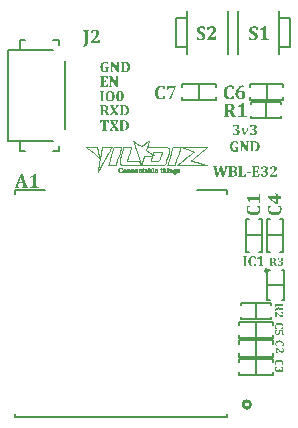
<source format=gto>
G04*
G04 #@! TF.GenerationSoftware,Altium Limited,Altium Designer,19.0.11 (319)*
G04*
G04 Layer_Color=65535*
%FSLAX44Y44*%
%MOMM*%
G71*
G01*
G75*
%ADD10C,0.2500*%
%ADD11C,0.2540*%
%ADD12C,0.2000*%
%ADD13C,0.0640*%
%ADD14C,0.0300*%
%ADD15C,0.1500*%
%ADD16C,0.1270*%
G36*
X196912Y236740D02*
X197053D01*
X197222Y236726D01*
X197392Y236712D01*
X197786Y236670D01*
X198209Y236613D01*
X198660Y236529D01*
X199097Y236416D01*
Y234611D01*
X198237D01*
Y234640D01*
X198209Y234696D01*
X198181Y234795D01*
X198139Y234922D01*
X198026Y235189D01*
X197970Y235316D01*
X197899Y235429D01*
X197885Y235443D01*
X197871Y235471D01*
X197829Y235528D01*
X197772Y235598D01*
X197617Y235739D01*
X197533Y235810D01*
X197420Y235866D01*
X197406D01*
X197363Y235894D01*
X197307Y235908D01*
X197208Y235937D01*
X197110Y235965D01*
X196969Y235979D01*
X196828Y236007D01*
X196560D01*
X196433Y235993D01*
X196292Y235965D01*
X196109Y235908D01*
X195926Y235852D01*
X195728Y235753D01*
X195545Y235627D01*
X195531Y235612D01*
X195460Y235556D01*
X195376Y235457D01*
X195277Y235330D01*
X195150Y235161D01*
X195023Y234950D01*
X194897Y234696D01*
X194784Y234400D01*
Y234386D01*
X194770Y234358D01*
X194755Y234315D01*
X194741Y234245D01*
X194727Y234160D01*
X194699Y234062D01*
X194671Y233949D01*
X194657Y233822D01*
X194629Y233667D01*
X194600Y233512D01*
X194558Y233145D01*
X194530Y232737D01*
X194516Y232271D01*
Y232257D01*
Y232229D01*
Y232159D01*
Y232088D01*
Y231989D01*
X194530Y231877D01*
X194544Y231609D01*
X194558Y231313D01*
X194600Y230989D01*
X194643Y230664D01*
X194699Y230340D01*
Y230326D01*
X194713Y230312D01*
Y230270D01*
X194727Y230213D01*
X194784Y230058D01*
X194840Y229889D01*
X194925Y229678D01*
X195009Y229466D01*
X195136Y229269D01*
X195263Y229086D01*
X195277Y229071D01*
X195333Y229015D01*
X195418Y228944D01*
X195531Y228860D01*
X195672Y228775D01*
X195841Y228705D01*
X196024Y228648D01*
X196222Y228634D01*
X196306D01*
X196405Y228648D01*
X196532Y228677D01*
X196659Y228719D01*
X196800Y228775D01*
X196926Y228846D01*
X197039Y228959D01*
X197053Y228973D01*
X197082Y229029D01*
X197124Y229100D01*
X197180Y229226D01*
X197222Y229367D01*
X197265Y229551D01*
X197293Y229776D01*
X197307Y230030D01*
Y230270D01*
Y230298D01*
Y230354D01*
Y230439D01*
Y230537D01*
X197293Y230763D01*
Y230862D01*
X197279Y230946D01*
Y230960D01*
Y230975D01*
X197251Y231059D01*
X197222Y231172D01*
X197180Y231256D01*
X197166Y231271D01*
X197138Y231327D01*
X197067Y231369D01*
X196997Y231426D01*
X196983Y231440D01*
X196912Y231468D01*
X196870Y231496D01*
X196800Y231524D01*
X196729Y231552D01*
X196630Y231581D01*
Y231989D01*
X199873D01*
Y231581D01*
X199859D01*
X199816Y231567D01*
X199760Y231538D01*
X199704Y231510D01*
X199548Y231440D01*
X199492Y231397D01*
X199436Y231355D01*
X199422Y231341D01*
X199379Y231271D01*
X199323Y231172D01*
X199281Y231031D01*
Y231017D01*
Y230989D01*
X199267Y230946D01*
Y230890D01*
X199252Y230805D01*
Y230721D01*
X199238Y230608D01*
Y230481D01*
Y228085D01*
X198336Y227915D01*
X197899Y228352D01*
X197885D01*
X197871Y228338D01*
X197829Y228310D01*
X197772Y228282D01*
X197688Y228254D01*
X197603Y228211D01*
X197392Y228127D01*
X197138Y228042D01*
X196842Y227972D01*
X196518Y227915D01*
X196165Y227901D01*
X196081D01*
X195996Y227915D01*
X195869D01*
X195714Y227929D01*
X195531Y227958D01*
X195333Y227986D01*
X195122Y228042D01*
X194911Y228099D01*
X194685Y228169D01*
X194445Y228254D01*
X194220Y228352D01*
X193994Y228479D01*
X193783Y228620D01*
X193585Y228789D01*
X193402Y228973D01*
X193388Y228987D01*
X193360Y229029D01*
X193318Y229086D01*
X193261Y229170D01*
X193191Y229297D01*
X193120Y229438D01*
X193036Y229593D01*
X192951Y229790D01*
X192866Y230002D01*
X192782Y230256D01*
X192712Y230523D01*
X192641Y230805D01*
X192585Y231129D01*
X192542Y231482D01*
X192514Y231849D01*
X192500Y232243D01*
Y232257D01*
Y232300D01*
Y232356D01*
Y232441D01*
X192514Y232539D01*
Y232652D01*
X192528Y232793D01*
X192542Y232934D01*
X192585Y233244D01*
X192641Y233582D01*
X192712Y233935D01*
X192824Y234273D01*
Y234287D01*
X192838Y234315D01*
X192852Y234358D01*
X192881Y234414D01*
X192951Y234583D01*
X193064Y234781D01*
X193191Y235006D01*
X193332Y235246D01*
X193515Y235471D01*
X193712Y235697D01*
X193741Y235725D01*
X193811Y235781D01*
X193938Y235880D01*
X194093Y236007D01*
X194290Y236134D01*
X194502Y236275D01*
X194741Y236388D01*
X195009Y236500D01*
X195023D01*
X195037Y236515D01*
X195080Y236529D01*
X195136Y236543D01*
X195277Y236585D01*
X195474Y236627D01*
X195700Y236670D01*
X195968Y236712D01*
X196250Y236740D01*
X196560Y236754D01*
X196800D01*
X196912Y236740D01*
D02*
G37*
G36*
X208542Y236233D02*
X208528D01*
X208500Y236219D01*
X208458Y236204D01*
X208401Y236190D01*
X208274Y236134D01*
X208176Y236092D01*
X208162Y236078D01*
X208120Y236049D01*
X208063Y236007D01*
X208007Y235937D01*
X207993Y235923D01*
X207964Y235866D01*
X207936Y235767D01*
X207894Y235641D01*
Y235627D01*
Y235612D01*
X207880Y235556D01*
Y235500D01*
X207866Y235415D01*
Y235316D01*
X207852Y235189D01*
Y235049D01*
Y228000D01*
X206245D01*
X203397Y232920D01*
Y232934D01*
X203369Y232962D01*
X203341Y233018D01*
X203298Y233089D01*
X203256Y233174D01*
X203200Y233272D01*
X203073Y233498D01*
X202932Y233752D01*
X202791Y234005D01*
X202650Y234259D01*
X202537Y234499D01*
X202481D01*
Y234485D01*
Y234442D01*
Y234358D01*
X202495Y234259D01*
Y234132D01*
X202509Y233991D01*
Y233822D01*
X202523Y233625D01*
Y233413D01*
Y233202D01*
X202537Y232708D01*
X202551Y232187D01*
Y231623D01*
Y229579D01*
Y229565D01*
Y229508D01*
Y229424D01*
Y229311D01*
X202565Y229086D01*
X202579Y228987D01*
X202593Y228902D01*
Y228888D01*
X202607Y228874D01*
X202636Y228804D01*
X202678Y228705D01*
X202763Y228606D01*
X202791Y228592D01*
X202819Y228564D01*
X202875Y228536D01*
X202932Y228507D01*
X203016Y228479D01*
X203115Y228437D01*
X203228Y228409D01*
Y228000D01*
X200831D01*
Y228409D01*
X200845D01*
X200874Y228423D01*
X200916Y228437D01*
X200972Y228451D01*
X201085Y228493D01*
X201198Y228550D01*
X201226Y228564D01*
X201282Y228606D01*
X201353Y228663D01*
X201409Y228747D01*
X201423Y228775D01*
X201452Y228846D01*
X201480Y228944D01*
X201494Y229086D01*
Y229100D01*
Y229128D01*
Y229170D01*
X201508Y229226D01*
Y229382D01*
Y229579D01*
Y235063D01*
Y235091D01*
Y235147D01*
Y235218D01*
Y235330D01*
X201494Y235542D01*
X201480Y235641D01*
X201466Y235711D01*
Y235725D01*
Y235739D01*
X201437Y235824D01*
X201381Y235908D01*
X201297Y236007D01*
X201268Y236035D01*
X201240Y236049D01*
X201198Y236078D01*
X201127Y236120D01*
X201043Y236162D01*
X200944Y236190D01*
X200831Y236233D01*
Y236642D01*
X203397D01*
X205653Y232751D01*
X205667Y232737D01*
X205695Y232680D01*
X205737Y232596D01*
X205793Y232483D01*
X205864Y232342D01*
X205963Y232173D01*
X206075Y231975D01*
X206188Y231750D01*
X206202Y231722D01*
X206245Y231651D01*
X206315Y231524D01*
X206385Y231369D01*
X206484Y231186D01*
X206583Y230989D01*
X206794Y230566D01*
X206893D01*
Y230580D01*
Y230636D01*
Y230721D01*
X206879Y230833D01*
Y230975D01*
X206865Y231144D01*
Y231341D01*
Y231552D01*
X206851Y231792D01*
Y232046D01*
X206837Y232314D01*
Y232610D01*
X206822Y233216D01*
Y233878D01*
Y235049D01*
Y235063D01*
Y235119D01*
Y235189D01*
Y235288D01*
X206808Y235485D01*
X206794Y235570D01*
X206780Y235655D01*
Y235669D01*
Y235683D01*
X206752Y235753D01*
X206724Y235852D01*
X206682Y235923D01*
X206667Y235937D01*
X206639Y235979D01*
X206583Y236035D01*
X206512Y236078D01*
X206498Y236092D01*
X206428Y236120D01*
X206315Y236176D01*
X206146Y236233D01*
Y236642D01*
X208542D01*
Y236233D01*
D02*
G37*
G36*
X213349Y236627D02*
X213603D01*
X213885Y236599D01*
X214167Y236571D01*
X214463Y236529D01*
X214745Y236472D01*
X214773D01*
X214858Y236444D01*
X214999Y236402D01*
X215168Y236345D01*
X215365Y236275D01*
X215577Y236190D01*
X215788Y236092D01*
X216000Y235965D01*
X216028Y235951D01*
X216098Y235908D01*
X216197Y235824D01*
X216324Y235725D01*
X216465Y235598D01*
X216620Y235457D01*
X216761Y235302D01*
X216902Y235119D01*
X216916Y235091D01*
X216958Y235034D01*
X217015Y234936D01*
X217085Y234795D01*
X217170Y234626D01*
X217254Y234428D01*
X217325Y234217D01*
X217395Y233977D01*
X217409Y233949D01*
X217423Y233864D01*
X217452Y233723D01*
X217480Y233554D01*
X217508Y233329D01*
X217536Y233089D01*
X217565Y232807D01*
Y232511D01*
Y232497D01*
Y232469D01*
Y232412D01*
Y232342D01*
Y232257D01*
X217550Y232159D01*
X217536Y231919D01*
X217508Y231651D01*
X217466Y231341D01*
X217409Y231045D01*
X217325Y230735D01*
Y230721D01*
X217311Y230707D01*
X217297Y230664D01*
X217283Y230608D01*
X217226Y230453D01*
X217156Y230270D01*
X217057Y230058D01*
X216944Y229833D01*
X216803Y229607D01*
X216634Y229382D01*
X216620Y229353D01*
X216564Y229297D01*
X216479Y229212D01*
X216352Y229100D01*
X216211Y228959D01*
X216028Y228832D01*
X215830Y228691D01*
X215619Y228564D01*
X215591Y228550D01*
X215520Y228507D01*
X215394Y228451D01*
X215224Y228381D01*
X215027Y228310D01*
X214787Y228240D01*
X214534Y228169D01*
X214252Y228113D01*
X214223D01*
X214181Y228099D01*
X214125D01*
X213984Y228085D01*
X213787Y228056D01*
X213547Y228042D01*
X213251Y228014D01*
X212927Y228000D01*
X209684D01*
Y228409D01*
X209698D01*
X209727Y228423D01*
X209811Y228451D01*
X209938Y228493D01*
X210051Y228550D01*
X210079Y228564D01*
X210135Y228606D01*
X210192Y228663D01*
X210248Y228747D01*
X210262Y228775D01*
X210290Y228832D01*
X210319Y228944D01*
X210333Y229071D01*
Y229086D01*
Y229114D01*
X210347Y229156D01*
Y229212D01*
X210361Y229382D01*
Y229579D01*
Y235049D01*
Y235063D01*
Y235105D01*
Y235147D01*
Y235218D01*
Y235387D01*
X210347Y235542D01*
Y235556D01*
Y235584D01*
X210333Y235669D01*
X210305Y235767D01*
X210262Y235880D01*
X210248Y235908D01*
X210206Y235951D01*
X210149Y236021D01*
X210051Y236078D01*
X210023Y236092D01*
X209952Y236134D01*
X209839Y236176D01*
X209684Y236233D01*
Y236642D01*
X213251D01*
X213349Y236627D01*
D02*
G37*
G36*
X208641Y247850D02*
X208627D01*
X208613Y247836D01*
X208542Y247808D01*
X208444Y247766D01*
X208345Y247709D01*
X208331Y247695D01*
X208274Y247653D01*
X208204Y247596D01*
X208134Y247498D01*
X208120Y247470D01*
X208063Y247399D01*
X207993Y247272D01*
X207894Y247103D01*
Y247089D01*
X207866Y247061D01*
X207838Y246990D01*
X207795Y246906D01*
X207739Y246793D01*
X207682Y246666D01*
X207598Y246497D01*
X207513Y246314D01*
X205540Y241944D01*
X204342D01*
X202664Y246751D01*
Y246779D01*
X202636Y246835D01*
X202607Y246920D01*
X202565Y247033D01*
X202481Y247258D01*
X202424Y247357D01*
X202382Y247441D01*
Y247456D01*
X202368Y247470D01*
X202311Y247540D01*
X202241Y247639D01*
X202156Y247723D01*
X202128Y247738D01*
X202072Y247780D01*
X201973Y247822D01*
X201832Y247864D01*
Y248287D01*
X204990D01*
Y247864D01*
X204976D01*
X204948Y247850D01*
X204891Y247836D01*
X204821Y247822D01*
X204680Y247766D01*
X204609Y247738D01*
X204553Y247695D01*
X204539Y247681D01*
X204496Y247611D01*
X204440Y247512D01*
X204426Y247357D01*
Y247343D01*
Y247300D01*
X204440Y247230D01*
Y247145D01*
X204468Y247019D01*
X204496Y246892D01*
X204525Y246737D01*
X204581Y246553D01*
X205497Y243790D01*
X206498Y246215D01*
Y246229D01*
X206527Y246271D01*
X206541Y246328D01*
X206569Y246398D01*
X206625Y246567D01*
X206682Y246751D01*
Y246765D01*
X206696Y246793D01*
X206710Y246835D01*
X206724Y246892D01*
X206738Y247033D01*
X206752Y247202D01*
Y247216D01*
Y247244D01*
X206738Y247300D01*
Y247357D01*
X206682Y247498D01*
X206653Y247568D01*
X206597Y247639D01*
Y247653D01*
X206569Y247667D01*
X206498Y247738D01*
X206357Y247808D01*
X206174Y247864D01*
Y248287D01*
X208641D01*
Y247850D01*
D02*
G37*
G36*
X212729Y250740D02*
X212913Y250726D01*
X213124Y250698D01*
X213349Y250656D01*
X213589Y250599D01*
X213815Y250529D01*
X213829D01*
X213843Y250515D01*
X213913Y250486D01*
X214026Y250444D01*
X214153Y250374D01*
X214308Y250275D01*
X214463Y250176D01*
X214618Y250049D01*
X214745Y249894D01*
X214759Y249880D01*
X214801Y249824D01*
X214844Y249739D01*
X214914Y249612D01*
X214971Y249471D01*
X215013Y249302D01*
X215055Y249105D01*
X215069Y248893D01*
Y248865D01*
Y248809D01*
X215055Y248696D01*
X215041Y248569D01*
X215013Y248428D01*
X214985Y248273D01*
X214928Y248104D01*
X214858Y247949D01*
X214844Y247935D01*
X214816Y247878D01*
X214773Y247808D01*
X214703Y247709D01*
X214618Y247596D01*
X214520Y247470D01*
X214393Y247357D01*
X214252Y247230D01*
X214238Y247216D01*
X214181Y247174D01*
X214097Y247117D01*
X213984Y247047D01*
X213829Y246962D01*
X213660Y246849D01*
X213462Y246751D01*
X213237Y246638D01*
Y246581D01*
X213265D01*
X213335Y246567D01*
X213434Y246539D01*
X213575Y246497D01*
X213730Y246455D01*
X213885Y246384D01*
X214068Y246314D01*
X214238Y246215D01*
X214252Y246201D01*
X214308Y246173D01*
X214393Y246102D01*
X214505Y246018D01*
X214618Y245919D01*
X214745Y245792D01*
X214858Y245651D01*
X214971Y245482D01*
X214985Y245468D01*
X215013Y245397D01*
X215055Y245313D01*
X215112Y245186D01*
X215154Y245031D01*
X215196Y244848D01*
X215224Y244650D01*
X215238Y244425D01*
Y244411D01*
Y244396D01*
Y244354D01*
Y244298D01*
X215224Y244157D01*
X215196Y243988D01*
X215154Y243776D01*
X215083Y243565D01*
X214999Y243339D01*
X214872Y243114D01*
X214858Y243085D01*
X214801Y243015D01*
X214717Y242916D01*
X214604Y242789D01*
X214449Y242649D01*
X214266Y242507D01*
X214040Y242352D01*
X213787Y242226D01*
X213772D01*
X213758Y242211D01*
X213716Y242197D01*
X213660Y242169D01*
X213589Y242155D01*
X213505Y242127D01*
X213293Y242071D01*
X213039Y242000D01*
X212743Y241958D01*
X212405Y241915D01*
X212024Y241901D01*
X211898D01*
X211756Y241915D01*
X211573D01*
X211362Y241929D01*
X211122Y241958D01*
X210868Y241986D01*
X210615Y242028D01*
X210586D01*
X210502Y242056D01*
X210375Y242085D01*
X210206Y242127D01*
X210023Y242169D01*
X209825Y242226D01*
X209614Y242296D01*
X209416Y242381D01*
Y243974D01*
X210558D01*
Y243960D01*
X210572Y243945D01*
X210586Y243861D01*
X210629Y243734D01*
X210685Y243579D01*
X210770Y243410D01*
X210854Y243226D01*
X210953Y243071D01*
X211066Y242930D01*
X211080Y242916D01*
X211122Y242874D01*
X211207Y242832D01*
X211305Y242775D01*
X211432Y242705D01*
X211587Y242663D01*
X211756Y242620D01*
X211954Y242606D01*
X212010D01*
X212081Y242620D01*
X212165Y242634D01*
X212264Y242663D01*
X212377Y242691D01*
X212504Y242747D01*
X212631Y242818D01*
X212743Y242902D01*
X212870Y243015D01*
X212983Y243142D01*
X213082Y243311D01*
X213166Y243494D01*
X213237Y243720D01*
X213279Y243974D01*
X213293Y244270D01*
Y244284D01*
Y244312D01*
Y244354D01*
Y244411D01*
X213265Y244580D01*
X213237Y244763D01*
X213180Y244989D01*
X213096Y245200D01*
X212969Y245411D01*
X212814Y245595D01*
X212786Y245609D01*
X212729Y245665D01*
X212616Y245736D01*
X212461Y245820D01*
X212264Y245891D01*
X212024Y245961D01*
X211728Y246018D01*
X211390Y246032D01*
X210882D01*
Y246751D01*
X210939D01*
X210995Y246765D01*
X211066D01*
X211164Y246779D01*
X211263Y246793D01*
X211517Y246835D01*
X211785Y246892D01*
X212067Y246976D01*
X212320Y247103D01*
X212560Y247258D01*
X212588Y247286D01*
X212645Y247343D01*
X212743Y247456D01*
X212856Y247611D01*
X212955Y247808D01*
X213053Y248048D01*
X213110Y248316D01*
X213138Y248640D01*
Y248654D01*
Y248668D01*
Y248752D01*
X213124Y248879D01*
X213096Y249034D01*
X213067Y249204D01*
X213011Y249387D01*
X212941Y249556D01*
X212842Y249697D01*
X212828Y249711D01*
X212786Y249753D01*
X212729Y249810D01*
X212631Y249880D01*
X212518Y249951D01*
X212377Y250007D01*
X212208Y250049D01*
X212010Y250063D01*
X211898D01*
X211827Y250049D01*
X211630Y250007D01*
X211432Y249923D01*
X211418D01*
X211390Y249894D01*
X211348Y249866D01*
X211277Y249810D01*
X211207Y249739D01*
X211136Y249655D01*
X211052Y249556D01*
X210967Y249443D01*
X210953Y249429D01*
X210939Y249387D01*
X210897Y249302D01*
X210854Y249204D01*
X210812Y249077D01*
X210756Y248922D01*
X210713Y248752D01*
X210671Y248555D01*
X209529D01*
Y250063D01*
X209543Y250078D01*
X209600Y250092D01*
X209684Y250134D01*
X209797Y250176D01*
X209938Y250219D01*
X210107Y250289D01*
X210290Y250345D01*
X210502Y250416D01*
X210713Y250472D01*
X210953Y250543D01*
X211432Y250641D01*
X211940Y250726D01*
X212194Y250740D01*
X212447Y250754D01*
X212574D01*
X212729Y250740D01*
D02*
G37*
G36*
X198139D02*
X198322Y250726D01*
X198533Y250698D01*
X198759Y250656D01*
X198999Y250599D01*
X199224Y250529D01*
X199238D01*
X199252Y250515D01*
X199323Y250486D01*
X199436Y250444D01*
X199563Y250374D01*
X199718Y250275D01*
X199873Y250176D01*
X200028Y250049D01*
X200155Y249894D01*
X200169Y249880D01*
X200211Y249824D01*
X200253Y249739D01*
X200324Y249612D01*
X200380Y249471D01*
X200422Y249302D01*
X200465Y249105D01*
X200479Y248893D01*
Y248865D01*
Y248809D01*
X200465Y248696D01*
X200451Y248569D01*
X200422Y248428D01*
X200394Y248273D01*
X200338Y248104D01*
X200267Y247949D01*
X200253Y247935D01*
X200225Y247878D01*
X200183Y247808D01*
X200112Y247709D01*
X200028Y247596D01*
X199929Y247470D01*
X199802Y247357D01*
X199661Y247230D01*
X199647Y247216D01*
X199591Y247174D01*
X199506Y247117D01*
X199393Y247047D01*
X199238Y246962D01*
X199069Y246849D01*
X198872Y246751D01*
X198646Y246638D01*
Y246581D01*
X198675D01*
X198745Y246567D01*
X198844Y246539D01*
X198985Y246497D01*
X199140Y246455D01*
X199295Y246384D01*
X199478Y246314D01*
X199647Y246215D01*
X199661Y246201D01*
X199718Y246173D01*
X199802Y246102D01*
X199915Y246018D01*
X200028Y245919D01*
X200155Y245792D01*
X200267Y245651D01*
X200380Y245482D01*
X200394Y245468D01*
X200422Y245397D01*
X200465Y245313D01*
X200521Y245186D01*
X200564Y245031D01*
X200606Y244848D01*
X200634Y244650D01*
X200648Y244425D01*
Y244411D01*
Y244396D01*
Y244354D01*
Y244298D01*
X200634Y244157D01*
X200606Y243988D01*
X200564Y243776D01*
X200493Y243565D01*
X200408Y243339D01*
X200282Y243114D01*
X200267Y243085D01*
X200211Y243015D01*
X200126Y242916D01*
X200014Y242789D01*
X199859Y242649D01*
X199675Y242507D01*
X199450Y242352D01*
X199196Y242226D01*
X199182D01*
X199168Y242211D01*
X199126Y242197D01*
X199069Y242169D01*
X198999Y242155D01*
X198914Y242127D01*
X198703Y242071D01*
X198449Y242000D01*
X198153Y241958D01*
X197815Y241915D01*
X197434Y241901D01*
X197307D01*
X197166Y241915D01*
X196983D01*
X196771Y241929D01*
X196532Y241958D01*
X196278Y241986D01*
X196024Y242028D01*
X195996D01*
X195912Y242056D01*
X195785Y242085D01*
X195615Y242127D01*
X195432Y242169D01*
X195235Y242226D01*
X195023Y242296D01*
X194826Y242381D01*
Y243974D01*
X195968D01*
Y243960D01*
X195982Y243945D01*
X195996Y243861D01*
X196038Y243734D01*
X196095Y243579D01*
X196179Y243410D01*
X196264Y243226D01*
X196363Y243071D01*
X196475Y242930D01*
X196489Y242916D01*
X196532Y242874D01*
X196616Y242832D01*
X196715Y242775D01*
X196842Y242705D01*
X196997Y242663D01*
X197166Y242620D01*
X197363Y242606D01*
X197420D01*
X197490Y242620D01*
X197575Y242634D01*
X197674Y242663D01*
X197786Y242691D01*
X197913Y242747D01*
X198040Y242818D01*
X198153Y242902D01*
X198280Y243015D01*
X198393Y243142D01*
X198491Y243311D01*
X198576Y243494D01*
X198646Y243720D01*
X198689Y243974D01*
X198703Y244270D01*
Y244284D01*
Y244312D01*
Y244354D01*
Y244411D01*
X198675Y244580D01*
X198646Y244763D01*
X198590Y244989D01*
X198505Y245200D01*
X198378Y245411D01*
X198223Y245595D01*
X198195Y245609D01*
X198139Y245665D01*
X198026Y245736D01*
X197871Y245820D01*
X197674Y245891D01*
X197434Y245961D01*
X197138Y246018D01*
X196800Y246032D01*
X196292D01*
Y246751D01*
X196348D01*
X196405Y246765D01*
X196475D01*
X196574Y246779D01*
X196673Y246793D01*
X196926Y246835D01*
X197194Y246892D01*
X197476Y246976D01*
X197730Y247103D01*
X197970Y247258D01*
X197998Y247286D01*
X198054Y247343D01*
X198153Y247456D01*
X198266Y247611D01*
X198364Y247808D01*
X198463Y248048D01*
X198519Y248316D01*
X198548Y248640D01*
Y248654D01*
Y248668D01*
Y248752D01*
X198533Y248879D01*
X198505Y249034D01*
X198477Y249204D01*
X198421Y249387D01*
X198350Y249556D01*
X198252Y249697D01*
X198237Y249711D01*
X198195Y249753D01*
X198139Y249810D01*
X198040Y249880D01*
X197927Y249951D01*
X197786Y250007D01*
X197617Y250049D01*
X197420Y250063D01*
X197307D01*
X197237Y250049D01*
X197039Y250007D01*
X196842Y249923D01*
X196828D01*
X196800Y249894D01*
X196757Y249866D01*
X196687Y249810D01*
X196616Y249739D01*
X196546Y249655D01*
X196461Y249556D01*
X196377Y249443D01*
X196363Y249429D01*
X196348Y249387D01*
X196306Y249302D01*
X196264Y249204D01*
X196222Y249077D01*
X196165Y248922D01*
X196123Y248752D01*
X196081Y248555D01*
X194939D01*
Y250063D01*
X194953Y250078D01*
X195009Y250092D01*
X195094Y250134D01*
X195207Y250176D01*
X195348Y250219D01*
X195517Y250289D01*
X195700Y250345D01*
X195912Y250416D01*
X196123Y250472D01*
X196363Y250543D01*
X196842Y250641D01*
X197349Y250726D01*
X197603Y250740D01*
X197857Y250754D01*
X197984D01*
X198139Y250740D01*
D02*
G37*
G36*
X87162Y303990D02*
X87303D01*
X87472Y303976D01*
X87642Y303962D01*
X88036Y303920D01*
X88459Y303863D01*
X88910Y303779D01*
X89347Y303666D01*
Y301861D01*
X88488D01*
Y301890D01*
X88459Y301946D01*
X88431Y302045D01*
X88389Y302172D01*
X88276Y302439D01*
X88220Y302566D01*
X88149Y302679D01*
X88135Y302693D01*
X88121Y302721D01*
X88079Y302778D01*
X88022Y302848D01*
X87867Y302989D01*
X87783Y303060D01*
X87670Y303116D01*
X87656D01*
X87613Y303144D01*
X87557Y303158D01*
X87458Y303187D01*
X87360Y303215D01*
X87219Y303229D01*
X87078Y303257D01*
X86810D01*
X86683Y303243D01*
X86542Y303215D01*
X86359Y303158D01*
X86176Y303102D01*
X85978Y303003D01*
X85795Y302876D01*
X85781Y302862D01*
X85710Y302806D01*
X85626Y302707D01*
X85527Y302580D01*
X85400Y302411D01*
X85273Y302200D01*
X85147Y301946D01*
X85034Y301650D01*
Y301636D01*
X85020Y301608D01*
X85006Y301565D01*
X84991Y301495D01*
X84977Y301410D01*
X84949Y301312D01*
X84921Y301199D01*
X84907Y301072D01*
X84879Y300917D01*
X84851Y300762D01*
X84808Y300395D01*
X84780Y299987D01*
X84766Y299521D01*
Y299507D01*
Y299479D01*
Y299409D01*
Y299338D01*
Y299240D01*
X84780Y299127D01*
X84794Y298859D01*
X84808Y298563D01*
X84851Y298239D01*
X84893Y297914D01*
X84949Y297590D01*
Y297576D01*
X84963Y297562D01*
Y297520D01*
X84977Y297463D01*
X85034Y297308D01*
X85090Y297139D01*
X85175Y296928D01*
X85259Y296716D01*
X85386Y296519D01*
X85513Y296336D01*
X85527Y296321D01*
X85583Y296265D01*
X85668Y296194D01*
X85781Y296110D01*
X85922Y296025D01*
X86091Y295955D01*
X86274Y295898D01*
X86472Y295884D01*
X86556D01*
X86655Y295898D01*
X86782Y295927D01*
X86909Y295969D01*
X87050Y296025D01*
X87177Y296096D01*
X87289Y296209D01*
X87303Y296223D01*
X87331Y296279D01*
X87374Y296350D01*
X87430Y296476D01*
X87472Y296617D01*
X87515Y296801D01*
X87543Y297026D01*
X87557Y297280D01*
Y297520D01*
Y297548D01*
Y297604D01*
Y297689D01*
Y297787D01*
X87543Y298013D01*
Y298112D01*
X87529Y298196D01*
Y298210D01*
Y298225D01*
X87501Y298309D01*
X87472Y298422D01*
X87430Y298506D01*
X87416Y298521D01*
X87388Y298577D01*
X87317Y298619D01*
X87247Y298676D01*
X87233Y298690D01*
X87162Y298718D01*
X87120Y298746D01*
X87050Y298774D01*
X86979Y298803D01*
X86880Y298831D01*
Y299240D01*
X90123D01*
Y298831D01*
X90109D01*
X90066Y298817D01*
X90010Y298788D01*
X89954Y298760D01*
X89798Y298690D01*
X89742Y298647D01*
X89686Y298605D01*
X89672Y298591D01*
X89629Y298521D01*
X89573Y298422D01*
X89531Y298281D01*
Y298267D01*
Y298239D01*
X89517Y298196D01*
Y298140D01*
X89502Y298055D01*
Y297971D01*
X89488Y297858D01*
Y297731D01*
Y295335D01*
X88586Y295165D01*
X88149Y295602D01*
X88135D01*
X88121Y295588D01*
X88079Y295560D01*
X88022Y295532D01*
X87938Y295504D01*
X87853Y295462D01*
X87642Y295377D01*
X87388Y295292D01*
X87092Y295222D01*
X86768Y295165D01*
X86415Y295151D01*
X86331D01*
X86246Y295165D01*
X86119D01*
X85964Y295180D01*
X85781Y295208D01*
X85583Y295236D01*
X85372Y295292D01*
X85161Y295349D01*
X84935Y295419D01*
X84695Y295504D01*
X84470Y295602D01*
X84244Y295729D01*
X84033Y295870D01*
X83835Y296039D01*
X83652Y296223D01*
X83638Y296237D01*
X83610Y296279D01*
X83568Y296336D01*
X83511Y296420D01*
X83441Y296547D01*
X83370Y296688D01*
X83286Y296843D01*
X83201Y297040D01*
X83117Y297252D01*
X83032Y297505D01*
X82962Y297773D01*
X82891Y298055D01*
X82835Y298379D01*
X82792Y298732D01*
X82764Y299098D01*
X82750Y299493D01*
Y299507D01*
Y299550D01*
Y299606D01*
Y299691D01*
X82764Y299789D01*
Y299902D01*
X82778Y300043D01*
X82792Y300184D01*
X82835Y300494D01*
X82891Y300832D01*
X82962Y301185D01*
X83074Y301523D01*
Y301537D01*
X83088Y301565D01*
X83102Y301608D01*
X83131Y301664D01*
X83201Y301833D01*
X83314Y302031D01*
X83441Y302256D01*
X83582Y302496D01*
X83765Y302721D01*
X83962Y302947D01*
X83990Y302975D01*
X84061Y303032D01*
X84188Y303130D01*
X84343Y303257D01*
X84540Y303384D01*
X84752Y303525D01*
X84991Y303638D01*
X85259Y303750D01*
X85273D01*
X85288Y303765D01*
X85330Y303779D01*
X85386Y303793D01*
X85527Y303835D01*
X85724Y303877D01*
X85950Y303920D01*
X86218Y303962D01*
X86500Y303990D01*
X86810Y304004D01*
X87050D01*
X87162Y303990D01*
D02*
G37*
G36*
X98792Y303483D02*
X98778D01*
X98750Y303469D01*
X98708Y303454D01*
X98651Y303440D01*
X98525Y303384D01*
X98426Y303342D01*
X98412Y303328D01*
X98370Y303299D01*
X98313Y303257D01*
X98257Y303187D01*
X98243Y303172D01*
X98214Y303116D01*
X98186Y303018D01*
X98144Y302891D01*
Y302876D01*
Y302862D01*
X98130Y302806D01*
Y302750D01*
X98116Y302665D01*
Y302566D01*
X98102Y302439D01*
Y302299D01*
Y295250D01*
X96495D01*
X93647Y300170D01*
Y300184D01*
X93619Y300212D01*
X93591Y300268D01*
X93548Y300339D01*
X93506Y300424D01*
X93450Y300522D01*
X93323Y300748D01*
X93182Y301002D01*
X93041Y301255D01*
X92900Y301509D01*
X92787Y301749D01*
X92731D01*
Y301735D01*
Y301692D01*
Y301608D01*
X92745Y301509D01*
Y301382D01*
X92759Y301241D01*
Y301072D01*
X92773Y300875D01*
Y300663D01*
Y300452D01*
X92787Y299958D01*
X92801Y299437D01*
Y298873D01*
Y296829D01*
Y296815D01*
Y296758D01*
Y296674D01*
Y296561D01*
X92815Y296336D01*
X92829Y296237D01*
X92844Y296152D01*
Y296138D01*
X92858Y296124D01*
X92886Y296054D01*
X92928Y295955D01*
X93013Y295856D01*
X93041Y295842D01*
X93069Y295814D01*
X93125Y295786D01*
X93182Y295758D01*
X93266Y295729D01*
X93365Y295687D01*
X93478Y295659D01*
Y295250D01*
X91081D01*
Y295659D01*
X91095D01*
X91124Y295673D01*
X91166Y295687D01*
X91222Y295701D01*
X91335Y295743D01*
X91448Y295800D01*
X91476Y295814D01*
X91532Y295856D01*
X91603Y295913D01*
X91659Y295997D01*
X91673Y296025D01*
X91702Y296096D01*
X91730Y296194D01*
X91744Y296336D01*
Y296350D01*
Y296378D01*
Y296420D01*
X91758Y296476D01*
Y296632D01*
Y296829D01*
Y302313D01*
Y302341D01*
Y302397D01*
Y302468D01*
Y302580D01*
X91744Y302792D01*
X91730Y302891D01*
X91716Y302961D01*
Y302975D01*
Y302989D01*
X91687Y303074D01*
X91631Y303158D01*
X91546Y303257D01*
X91518Y303285D01*
X91490Y303299D01*
X91448Y303328D01*
X91377Y303370D01*
X91293Y303412D01*
X91194Y303440D01*
X91081Y303483D01*
Y303892D01*
X93647D01*
X95903Y300001D01*
X95917Y299987D01*
X95945Y299930D01*
X95987Y299846D01*
X96044Y299733D01*
X96114Y299592D01*
X96213Y299423D01*
X96325Y299225D01*
X96438Y299000D01*
X96452Y298972D01*
X96495Y298901D01*
X96565Y298774D01*
X96636Y298619D01*
X96734Y298436D01*
X96833Y298239D01*
X97044Y297816D01*
X97143D01*
Y297830D01*
Y297886D01*
Y297971D01*
X97129Y298083D01*
Y298225D01*
X97115Y298394D01*
Y298591D01*
Y298803D01*
X97101Y299042D01*
Y299296D01*
X97087Y299564D01*
Y299860D01*
X97073Y300466D01*
Y301129D01*
Y302299D01*
Y302313D01*
Y302369D01*
Y302439D01*
Y302538D01*
X97058Y302736D01*
X97044Y302820D01*
X97030Y302905D01*
Y302919D01*
Y302933D01*
X97002Y303003D01*
X96974Y303102D01*
X96932Y303172D01*
X96917Y303187D01*
X96889Y303229D01*
X96833Y303285D01*
X96762Y303328D01*
X96748Y303342D01*
X96678Y303370D01*
X96565Y303426D01*
X96396Y303483D01*
Y303892D01*
X98792D01*
Y303483D01*
D02*
G37*
G36*
X103600Y303877D02*
X103853D01*
X104135Y303849D01*
X104417Y303821D01*
X104713Y303779D01*
X104995Y303722D01*
X105023D01*
X105108Y303694D01*
X105249Y303652D01*
X105418Y303595D01*
X105615Y303525D01*
X105827Y303440D01*
X106038Y303342D01*
X106250Y303215D01*
X106278Y303201D01*
X106348Y303158D01*
X106447Y303074D01*
X106574Y302975D01*
X106715Y302848D01*
X106870Y302707D01*
X107011Y302552D01*
X107152Y302369D01*
X107166Y302341D01*
X107208Y302284D01*
X107265Y302186D01*
X107335Y302045D01*
X107420Y301876D01*
X107504Y301678D01*
X107575Y301467D01*
X107645Y301227D01*
X107659Y301199D01*
X107674Y301114D01*
X107702Y300973D01*
X107730Y300804D01*
X107758Y300579D01*
X107786Y300339D01*
X107815Y300057D01*
Y299761D01*
Y299747D01*
Y299719D01*
Y299662D01*
Y299592D01*
Y299507D01*
X107800Y299409D01*
X107786Y299169D01*
X107758Y298901D01*
X107716Y298591D01*
X107659Y298295D01*
X107575Y297985D01*
Y297971D01*
X107561Y297957D01*
X107547Y297914D01*
X107533Y297858D01*
X107476Y297703D01*
X107406Y297520D01*
X107307Y297308D01*
X107194Y297083D01*
X107053Y296857D01*
X106884Y296632D01*
X106870Y296603D01*
X106814Y296547D01*
X106729Y296462D01*
X106602Y296350D01*
X106461Y296209D01*
X106278Y296082D01*
X106081Y295941D01*
X105869Y295814D01*
X105841Y295800D01*
X105770Y295758D01*
X105644Y295701D01*
X105474Y295631D01*
X105277Y295560D01*
X105037Y295490D01*
X104784Y295419D01*
X104502Y295363D01*
X104473D01*
X104431Y295349D01*
X104375D01*
X104234Y295335D01*
X104037Y295306D01*
X103797Y295292D01*
X103501Y295264D01*
X103177Y295250D01*
X99934D01*
Y295659D01*
X99948D01*
X99977Y295673D01*
X100061Y295701D01*
X100188Y295743D01*
X100301Y295800D01*
X100329Y295814D01*
X100385Y295856D01*
X100442Y295913D01*
X100498Y295997D01*
X100512Y296025D01*
X100540Y296082D01*
X100569Y296194D01*
X100583Y296321D01*
Y296336D01*
Y296364D01*
X100597Y296406D01*
Y296462D01*
X100611Y296632D01*
Y296829D01*
Y302299D01*
Y302313D01*
Y302355D01*
Y302397D01*
Y302468D01*
Y302637D01*
X100597Y302792D01*
Y302806D01*
Y302834D01*
X100583Y302919D01*
X100555Y303018D01*
X100512Y303130D01*
X100498Y303158D01*
X100456Y303201D01*
X100399Y303271D01*
X100301Y303328D01*
X100273Y303342D01*
X100202Y303384D01*
X100089Y303426D01*
X99934Y303483D01*
Y303892D01*
X103501D01*
X103600Y303877D01*
D02*
G37*
G36*
X85827Y278733D02*
X85813D01*
X85785Y278718D01*
X85742Y278704D01*
X85672Y278690D01*
X85545Y278634D01*
X85432Y278578D01*
X85418Y278563D01*
X85362Y278521D01*
X85305Y278465D01*
X85249Y278380D01*
X85235Y278366D01*
X85221Y278296D01*
X85192Y278211D01*
X85164Y278084D01*
Y278070D01*
Y278056D01*
X85150Y278014D01*
Y277943D01*
Y277873D01*
X85136Y277788D01*
Y277675D01*
Y277549D01*
Y272079D01*
Y272065D01*
Y272037D01*
Y272008D01*
Y271952D01*
Y271811D01*
X85150Y271670D01*
Y271656D01*
Y271642D01*
X85164Y271557D01*
X85178Y271459D01*
X85192Y271360D01*
X85207Y271346D01*
X85221Y271289D01*
X85263Y271233D01*
X85305Y271163D01*
X85319Y271148D01*
X85362Y271106D01*
X85432Y271064D01*
X85517Y271007D01*
X85545Y270993D01*
X85601Y270979D01*
X85700Y270937D01*
X85827Y270909D01*
Y270500D01*
X82500D01*
Y270909D01*
X82514D01*
X82542Y270923D01*
X82627Y270951D01*
X82754Y270993D01*
X82866Y271050D01*
X82895Y271064D01*
X82951Y271106D01*
X83007Y271163D01*
X83064Y271247D01*
X83078Y271275D01*
X83106Y271332D01*
X83134Y271444D01*
X83148Y271571D01*
Y271586D01*
Y271614D01*
X83162Y271656D01*
Y271712D01*
X83177Y271882D01*
Y272079D01*
Y277549D01*
Y277563D01*
Y277605D01*
Y277661D01*
Y277732D01*
Y277901D01*
X83162Y278056D01*
Y278070D01*
Y278084D01*
X83148Y278169D01*
X83120Y278281D01*
X83078Y278380D01*
X83064Y278408D01*
X83022Y278451D01*
X82965Y278521D01*
X82866Y278578D01*
X82838Y278592D01*
X82768Y278634D01*
X82655Y278676D01*
X82500Y278733D01*
Y279142D01*
X85827D01*
Y278733D01*
D02*
G37*
G36*
X99600Y279240D02*
X99726Y279226D01*
X99882Y279198D01*
X100037Y279170D01*
X100220Y279127D01*
X100403Y279071D01*
X100586Y278986D01*
X100784Y278902D01*
X100981Y278803D01*
X101164Y278676D01*
X101334Y278535D01*
X101503Y278366D01*
X101658Y278183D01*
X101672Y278169D01*
X101686Y278141D01*
X101728Y278070D01*
X101785Y277985D01*
X101841Y277873D01*
X101897Y277732D01*
X101968Y277577D01*
X102052Y277379D01*
X102123Y277168D01*
X102193Y276928D01*
X102250Y276660D01*
X102306Y276364D01*
X102363Y276054D01*
X102405Y275702D01*
X102419Y275335D01*
X102433Y274940D01*
Y274912D01*
Y274842D01*
Y274729D01*
X102419Y274574D01*
X102405Y274391D01*
X102391Y274165D01*
X102363Y273926D01*
X102334Y273672D01*
X102236Y273122D01*
X102165Y272840D01*
X102095Y272558D01*
X101996Y272290D01*
X101883Y272022D01*
X101756Y271769D01*
X101615Y271543D01*
X101601Y271529D01*
X101573Y271501D01*
X101531Y271444D01*
X101461Y271360D01*
X101376Y271275D01*
X101277Y271177D01*
X101150Y271078D01*
X101023Y270979D01*
X100854Y270867D01*
X100685Y270768D01*
X100488Y270669D01*
X100276Y270585D01*
X100037Y270514D01*
X99783Y270458D01*
X99515Y270415D01*
X99233Y270401D01*
X99134D01*
X99064Y270415D01*
X98979D01*
X98881Y270429D01*
X98655Y270458D01*
X98387Y270500D01*
X98105Y270585D01*
X97837Y270683D01*
X97570Y270824D01*
X97556D01*
X97542Y270838D01*
X97457Y270909D01*
X97344Y271007D01*
X97189Y271163D01*
X97034Y271360D01*
X96851Y271600D01*
X96696Y271896D01*
X96541Y272234D01*
Y272248D01*
X96526Y272276D01*
X96512Y272333D01*
X96484Y272417D01*
X96456Y272502D01*
X96428Y272629D01*
X96385Y272756D01*
X96357Y272911D01*
X96329Y273080D01*
X96287Y273277D01*
X96259Y273475D01*
X96230Y273700D01*
X96202Y273940D01*
X96188Y274193D01*
X96174Y274461D01*
Y274743D01*
Y274757D01*
Y274814D01*
Y274884D01*
Y274983D01*
X96188Y275110D01*
Y275251D01*
X96202Y275420D01*
X96216Y275589D01*
X96259Y275984D01*
X96329Y276392D01*
X96414Y276801D01*
X96541Y277196D01*
Y277210D01*
X96555Y277238D01*
X96583Y277295D01*
X96611Y277365D01*
X96653Y277450D01*
X96696Y277534D01*
X96808Y277760D01*
X96964Y278014D01*
X97147Y278267D01*
X97372Y278507D01*
X97626Y278718D01*
X97640D01*
X97654Y278747D01*
X97697Y278775D01*
X97753Y278803D01*
X97823Y278845D01*
X97908Y278888D01*
X98105Y278986D01*
X98359Y279085D01*
X98655Y279170D01*
X98979Y279226D01*
X99346Y279254D01*
X99501D01*
X99600Y279240D01*
D02*
G37*
G36*
X91297D02*
X91452Y279226D01*
X91635Y279198D01*
X91832Y279156D01*
X92044Y279113D01*
X92269Y279057D01*
X92509Y278986D01*
X92748Y278902D01*
X92974Y278789D01*
X93214Y278662D01*
X93425Y278521D01*
X93637Y278352D01*
X93820Y278155D01*
X93834Y278141D01*
X93862Y278098D01*
X93904Y278042D01*
X93975Y277957D01*
X94045Y277845D01*
X94130Y277704D01*
X94215Y277534D01*
X94299Y277351D01*
X94384Y277126D01*
X94482Y276886D01*
X94553Y276618D01*
X94623Y276336D01*
X94694Y276026D01*
X94736Y275688D01*
X94764Y275321D01*
X94778Y274926D01*
Y274912D01*
Y274870D01*
Y274814D01*
Y274729D01*
X94764Y274616D01*
Y274503D01*
X94750Y274363D01*
Y274222D01*
X94708Y273897D01*
X94666Y273559D01*
X94595Y273207D01*
X94496Y272868D01*
Y272854D01*
X94482Y272826D01*
X94468Y272784D01*
X94440Y272727D01*
X94384Y272572D01*
X94285Y272375D01*
X94172Y272149D01*
X94045Y271910D01*
X93876Y271684D01*
X93693Y271459D01*
X93665Y271430D01*
X93594Y271374D01*
X93496Y271275D01*
X93341Y271148D01*
X93157Y271022D01*
X92946Y270895D01*
X92706Y270768D01*
X92438Y270655D01*
X92424D01*
X92410Y270641D01*
X92368Y270627D01*
X92311Y270613D01*
X92170Y270571D01*
X91973Y270528D01*
X91734Y270486D01*
X91452Y270444D01*
X91156Y270415D01*
X90831Y270401D01*
X90747D01*
X90648Y270415D01*
X90521D01*
X90366Y270429D01*
X90197Y270458D01*
X90000Y270486D01*
X89788Y270542D01*
X89563Y270599D01*
X89323Y270669D01*
X89097Y270754D01*
X88858Y270867D01*
X88632Y270979D01*
X88421Y271134D01*
X88209Y271289D01*
X88026Y271487D01*
X88012Y271501D01*
X87984Y271543D01*
X87941Y271600D01*
X87885Y271684D01*
X87815Y271811D01*
X87730Y271952D01*
X87645Y272107D01*
X87561Y272304D01*
X87476Y272516D01*
X87392Y272756D01*
X87307Y273023D01*
X87237Y273319D01*
X87180Y273644D01*
X87138Y273982D01*
X87110Y274349D01*
X87096Y274743D01*
Y274757D01*
Y274814D01*
Y274884D01*
X87110Y274983D01*
Y275110D01*
X87124Y275251D01*
X87138Y275406D01*
X87152Y275589D01*
X87208Y275970D01*
X87293Y276378D01*
X87392Y276787D01*
X87547Y277182D01*
Y277196D01*
X87575Y277224D01*
X87589Y277281D01*
X87631Y277351D01*
X87674Y277436D01*
X87730Y277534D01*
X87885Y277760D01*
X88068Y278000D01*
X88308Y278253D01*
X88576Y278507D01*
X88886Y278718D01*
X88900D01*
X88928Y278747D01*
X88970Y278775D01*
X89041Y278803D01*
X89126Y278845D01*
X89238Y278888D01*
X89351Y278930D01*
X89478Y278986D01*
X89633Y279043D01*
X89788Y279085D01*
X90141Y279170D01*
X90549Y279226D01*
X90986Y279254D01*
X91170D01*
X91297Y279240D01*
D02*
G37*
G36*
X89943Y252178D02*
X89083D01*
Y252192D01*
X89069Y252249D01*
X89041Y252319D01*
X89013Y252418D01*
X88942Y252615D01*
X88914Y252714D01*
X88886Y252799D01*
Y252813D01*
X88872Y252841D01*
X88844Y252925D01*
X88787Y253038D01*
X88731Y253151D01*
X88717Y253179D01*
X88674Y253235D01*
X88618Y253306D01*
X88548Y253391D01*
X88533Y253405D01*
X88491Y253447D01*
X88435Y253503D01*
X88350Y253546D01*
X88336Y253560D01*
X88280Y253574D01*
X88195Y253602D01*
X88082Y253630D01*
X88054D01*
X87970Y253644D01*
X87843Y253658D01*
X87208D01*
Y247329D01*
Y247315D01*
Y247272D01*
Y247216D01*
Y247146D01*
Y246976D01*
X87222Y246821D01*
Y246793D01*
X87237Y246723D01*
X87265Y246638D01*
X87293Y246539D01*
X87307Y246525D01*
X87335Y246483D01*
X87420Y246370D01*
X87434Y246356D01*
X87476Y246328D01*
X87533Y246286D01*
X87617Y246243D01*
X87645Y246229D01*
X87716Y246215D01*
X87815Y246187D01*
X87970Y246159D01*
Y245750D01*
X84474D01*
Y246159D01*
X84488D01*
X84516Y246173D01*
X84572D01*
X84629Y246187D01*
X84770Y246229D01*
X84896Y246272D01*
X84911D01*
X84925Y246286D01*
X84981Y246328D01*
X85051Y246399D01*
X85122Y246483D01*
X85136Y246511D01*
X85164Y246582D01*
X85207Y246680D01*
X85221Y246821D01*
Y246835D01*
Y246864D01*
Y246906D01*
X85235Y246962D01*
Y247132D01*
Y247329D01*
Y253658D01*
X84600D01*
X84516Y253644D01*
X84319Y253616D01*
X84220Y253588D01*
X84135Y253560D01*
X84121D01*
X84107Y253546D01*
X84023Y253489D01*
X83910Y253405D01*
X83783Y253278D01*
Y253264D01*
X83755Y253250D01*
X83726Y253207D01*
X83698Y253151D01*
X83656Y253080D01*
X83614Y252982D01*
X83571Y252883D01*
X83529Y252770D01*
Y252756D01*
X83515Y252714D01*
X83501Y252658D01*
X83473Y252587D01*
X83416Y252390D01*
X83360Y252178D01*
X82486D01*
Y254391D01*
X89943D01*
Y252178D01*
D02*
G37*
G36*
X98063Y253969D02*
X98049D01*
X98035Y253955D01*
X97950Y253940D01*
X97837Y253884D01*
X97711Y253813D01*
X97683Y253785D01*
X97612Y253729D01*
X97485Y253602D01*
X97415Y253531D01*
X97330Y253433D01*
X97316Y253419D01*
X97288Y253377D01*
X97231Y253320D01*
X97161Y253221D01*
X97062Y253095D01*
X96949Y252939D01*
X96808Y252742D01*
X96639Y252502D01*
X95272Y250557D01*
X97344Y247146D01*
Y247132D01*
X97358Y247117D01*
X97415Y247047D01*
X97471Y246934D01*
X97556Y246807D01*
Y246793D01*
X97570Y246779D01*
X97626Y246709D01*
X97697Y246610D01*
X97767Y246497D01*
X97781Y246483D01*
X97837Y246427D01*
X97894Y246356D01*
X97950Y246300D01*
X97964Y246286D01*
X98007Y246272D01*
X98105Y246215D01*
X98119D01*
X98162Y246201D01*
X98218Y246187D01*
X98274Y246159D01*
Y245750D01*
X94750D01*
Y246159D01*
X94793D01*
X94849Y246173D01*
X94905Y246187D01*
X95046Y246229D01*
X95103Y246257D01*
X95159Y246286D01*
X95173Y246314D01*
X95230Y246370D01*
X95272Y246483D01*
X95286Y246624D01*
Y246638D01*
Y246666D01*
X95272Y246723D01*
X95258Y246779D01*
Y246793D01*
X95244Y246850D01*
X95230Y246920D01*
X95187Y247005D01*
Y247033D01*
X95159Y247075D01*
X95131Y247146D01*
X95089Y247216D01*
X95075Y247230D01*
X95046Y247301D01*
X95004Y247357D01*
X94976Y247413D01*
X94919Y247498D01*
X94863Y247597D01*
X93989Y249049D01*
X92960Y247526D01*
Y247512D01*
X92946Y247498D01*
X92889Y247413D01*
X92819Y247301D01*
X92748Y247188D01*
X92734Y247160D01*
X92706Y247089D01*
X92664Y247005D01*
X92636Y246906D01*
Y246878D01*
X92622Y246821D01*
X92607Y246723D01*
Y246610D01*
Y246596D01*
Y246582D01*
X92622Y246511D01*
X92664Y246413D01*
X92734Y246314D01*
X92763Y246300D01*
X92833Y246243D01*
X92960Y246201D01*
X93129Y246159D01*
Y245750D01*
X90507D01*
Y246159D01*
X90521D01*
X90549Y246173D01*
X90634Y246215D01*
X90761Y246272D01*
X90888Y246356D01*
X90902D01*
X90916Y246384D01*
X91000Y246455D01*
X91127Y246568D01*
X91268Y246723D01*
X91282Y246737D01*
X91311Y246765D01*
X91353Y246835D01*
X91423Y246920D01*
X91494Y247019D01*
X91593Y247160D01*
X91705Y247315D01*
X91832Y247498D01*
X93496Y249866D01*
X91889Y252531D01*
X91875Y252545D01*
X91846Y252601D01*
X91804Y252686D01*
X91734Y252784D01*
X91593Y253010D01*
X91438Y253235D01*
X91423Y253250D01*
X91409Y253278D01*
X91367Y253334D01*
X91325Y253405D01*
X91226Y253546D01*
X91184Y253616D01*
X91127Y253673D01*
Y253687D01*
X91113Y253701D01*
X91057Y253757D01*
X90972Y253828D01*
X90902Y253884D01*
X90888Y253898D01*
X90845Y253926D01*
X90775Y253955D01*
X90676Y253983D01*
Y254391D01*
X94200D01*
Y253983D01*
X94186D01*
X94158Y253969D01*
X94102D01*
X94031Y253955D01*
X93904Y253912D01*
X93834Y253870D01*
X93778Y253842D01*
X93764Y253828D01*
X93721Y253771D01*
X93665Y253658D01*
X93651Y253517D01*
Y253503D01*
Y253447D01*
X93665Y253377D01*
X93693Y253278D01*
X93707Y253250D01*
X93735Y253179D01*
X93778Y253080D01*
X93848Y252939D01*
Y252925D01*
X93862Y252911D01*
X93890Y252855D01*
X93933Y252799D01*
X93975Y252714D01*
X94031Y252615D01*
X94102Y252502D01*
X94186Y252362D01*
X94778Y251375D01*
X95540Y252502D01*
X95554Y252517D01*
X95582Y252559D01*
X95624Y252629D01*
X95681Y252714D01*
X95794Y252897D01*
X95836Y252982D01*
X95878Y253066D01*
Y253080D01*
X95892Y253109D01*
X95906Y253151D01*
X95934Y253207D01*
X95963Y253334D01*
X95977Y253503D01*
Y253517D01*
Y253531D01*
X95963Y253616D01*
X95920Y253729D01*
X95836Y253828D01*
X95808Y253842D01*
X95737Y253898D01*
X95610Y253940D01*
X95441Y253983D01*
Y254391D01*
X98063D01*
Y253969D01*
D02*
G37*
G36*
X102687Y254377D02*
X102941D01*
X103223Y254349D01*
X103504Y254321D01*
X103801Y254279D01*
X104082Y254222D01*
X104111D01*
X104195Y254194D01*
X104336Y254152D01*
X104505Y254095D01*
X104703Y254025D01*
X104914Y253940D01*
X105126Y253842D01*
X105337Y253715D01*
X105365Y253701D01*
X105436Y253658D01*
X105534Y253574D01*
X105661Y253475D01*
X105802Y253348D01*
X105957Y253207D01*
X106098Y253052D01*
X106239Y252869D01*
X106253Y252841D01*
X106296Y252784D01*
X106352Y252686D01*
X106423Y252545D01*
X106507Y252376D01*
X106592Y252178D01*
X106662Y251967D01*
X106733Y251727D01*
X106747Y251699D01*
X106761Y251614D01*
X106789Y251473D01*
X106817Y251304D01*
X106846Y251079D01*
X106874Y250839D01*
X106902Y250557D01*
Y250261D01*
Y250247D01*
Y250219D01*
Y250162D01*
Y250092D01*
Y250007D01*
X106888Y249909D01*
X106874Y249669D01*
X106846Y249401D01*
X106803Y249091D01*
X106747Y248795D01*
X106662Y248485D01*
Y248471D01*
X106648Y248457D01*
X106634Y248414D01*
X106620Y248358D01*
X106564Y248203D01*
X106493Y248020D01*
X106394Y247808D01*
X106282Y247583D01*
X106141Y247357D01*
X105971Y247132D01*
X105957Y247103D01*
X105901Y247047D01*
X105816Y246962D01*
X105690Y246850D01*
X105549Y246709D01*
X105365Y246582D01*
X105168Y246441D01*
X104957Y246314D01*
X104928Y246300D01*
X104858Y246257D01*
X104731Y246201D01*
X104562Y246131D01*
X104364Y246060D01*
X104125Y245990D01*
X103871Y245919D01*
X103589Y245863D01*
X103561D01*
X103519Y245849D01*
X103462D01*
X103321Y245835D01*
X103124Y245806D01*
X102884Y245792D01*
X102588Y245764D01*
X102264Y245750D01*
X99022D01*
Y246159D01*
X99036D01*
X99064Y246173D01*
X99149Y246201D01*
X99275Y246243D01*
X99388Y246300D01*
X99416Y246314D01*
X99473Y246356D01*
X99529Y246413D01*
X99586Y246497D01*
X99600Y246525D01*
X99628Y246582D01*
X99656Y246695D01*
X99670Y246821D01*
Y246835D01*
Y246864D01*
X99684Y246906D01*
Y246962D01*
X99698Y247132D01*
Y247329D01*
Y252799D01*
Y252813D01*
Y252855D01*
Y252897D01*
Y252968D01*
Y253137D01*
X99684Y253292D01*
Y253306D01*
Y253334D01*
X99670Y253419D01*
X99642Y253517D01*
X99600Y253630D01*
X99586Y253658D01*
X99543Y253701D01*
X99487Y253771D01*
X99388Y253828D01*
X99360Y253842D01*
X99290Y253884D01*
X99177Y253926D01*
X99022Y253983D01*
Y254391D01*
X102588D01*
X102687Y254377D01*
D02*
G37*
G36*
X98162Y266719D02*
X98148D01*
X98134Y266704D01*
X98049Y266690D01*
X97936Y266634D01*
X97809Y266563D01*
X97781Y266535D01*
X97711Y266479D01*
X97584Y266352D01*
X97513Y266282D01*
X97429Y266183D01*
X97415Y266169D01*
X97386Y266126D01*
X97330Y266070D01*
X97260Y265971D01*
X97161Y265844D01*
X97048Y265690D01*
X96907Y265492D01*
X96738Y265252D01*
X95371Y263307D01*
X97443Y259896D01*
Y259881D01*
X97457Y259867D01*
X97513Y259797D01*
X97570Y259684D01*
X97654Y259557D01*
Y259543D01*
X97668Y259529D01*
X97725Y259459D01*
X97795Y259360D01*
X97866Y259247D01*
X97880Y259233D01*
X97936Y259177D01*
X97993Y259106D01*
X98049Y259050D01*
X98063Y259036D01*
X98105Y259022D01*
X98204Y258965D01*
X98218D01*
X98260Y258951D01*
X98317Y258937D01*
X98373Y258909D01*
Y258500D01*
X94849D01*
Y258909D01*
X94891D01*
X94948Y258923D01*
X95004Y258937D01*
X95145Y258979D01*
X95201Y259007D01*
X95258Y259036D01*
X95272Y259064D01*
X95328Y259120D01*
X95371Y259233D01*
X95385Y259374D01*
Y259388D01*
Y259416D01*
X95371Y259473D01*
X95357Y259529D01*
Y259543D01*
X95342Y259600D01*
X95328Y259670D01*
X95286Y259755D01*
Y259783D01*
X95258Y259825D01*
X95230Y259896D01*
X95187Y259966D01*
X95173Y259980D01*
X95145Y260051D01*
X95103Y260107D01*
X95075Y260163D01*
X95018Y260248D01*
X94962Y260347D01*
X94088Y261799D01*
X93059Y260276D01*
Y260262D01*
X93045Y260248D01*
X92988Y260163D01*
X92918Y260051D01*
X92847Y259938D01*
X92833Y259910D01*
X92805Y259839D01*
X92763Y259755D01*
X92734Y259656D01*
Y259628D01*
X92720Y259571D01*
X92706Y259473D01*
Y259360D01*
Y259346D01*
Y259332D01*
X92720Y259261D01*
X92763Y259163D01*
X92833Y259064D01*
X92861Y259050D01*
X92932Y258993D01*
X93059Y258951D01*
X93228Y258909D01*
Y258500D01*
X90606D01*
Y258909D01*
X90620D01*
X90648Y258923D01*
X90733Y258965D01*
X90859Y259022D01*
X90986Y259106D01*
X91000D01*
X91015Y259134D01*
X91099Y259205D01*
X91226Y259318D01*
X91367Y259473D01*
X91381Y259487D01*
X91409Y259515D01*
X91452Y259585D01*
X91522Y259670D01*
X91593Y259769D01*
X91691Y259910D01*
X91804Y260065D01*
X91931Y260248D01*
X93594Y262616D01*
X91987Y265281D01*
X91973Y265295D01*
X91945Y265351D01*
X91903Y265436D01*
X91832Y265534D01*
X91691Y265760D01*
X91536Y265986D01*
X91522Y266000D01*
X91508Y266028D01*
X91466Y266084D01*
X91423Y266155D01*
X91325Y266296D01*
X91282Y266366D01*
X91226Y266423D01*
Y266437D01*
X91212Y266451D01*
X91156Y266507D01*
X91071Y266578D01*
X91000Y266634D01*
X90986Y266648D01*
X90944Y266676D01*
X90874Y266704D01*
X90775Y266733D01*
Y267141D01*
X94299D01*
Y266733D01*
X94285D01*
X94257Y266719D01*
X94200D01*
X94130Y266704D01*
X94003Y266662D01*
X93933Y266620D01*
X93876Y266592D01*
X93862Y266578D01*
X93820Y266521D01*
X93764Y266408D01*
X93749Y266267D01*
Y266253D01*
Y266197D01*
X93764Y266126D01*
X93792Y266028D01*
X93806Y266000D01*
X93834Y265929D01*
X93876Y265830D01*
X93947Y265690D01*
Y265675D01*
X93961Y265661D01*
X93989Y265605D01*
X94031Y265548D01*
X94074Y265464D01*
X94130Y265365D01*
X94200Y265252D01*
X94285Y265112D01*
X94877Y264125D01*
X95638Y265252D01*
X95653Y265267D01*
X95681Y265309D01*
X95723Y265379D01*
X95779Y265464D01*
X95892Y265647D01*
X95934Y265732D01*
X95977Y265816D01*
Y265830D01*
X95991Y265859D01*
X96005Y265901D01*
X96033Y265957D01*
X96061Y266084D01*
X96075Y266253D01*
Y266267D01*
Y266282D01*
X96061Y266366D01*
X96019Y266479D01*
X95934Y266578D01*
X95906Y266592D01*
X95836Y266648D01*
X95709Y266690D01*
X95540Y266733D01*
Y267141D01*
X98162D01*
Y266719D01*
D02*
G37*
G36*
X102786Y267127D02*
X103039D01*
X103321Y267099D01*
X103603Y267071D01*
X103899Y267029D01*
X104181Y266972D01*
X104209D01*
X104294Y266944D01*
X104435Y266902D01*
X104604Y266845D01*
X104801Y266775D01*
X105013Y266690D01*
X105224Y266592D01*
X105436Y266465D01*
X105464Y266451D01*
X105534Y266408D01*
X105633Y266324D01*
X105760Y266225D01*
X105901Y266098D01*
X106056Y265957D01*
X106197Y265802D01*
X106338Y265619D01*
X106352Y265591D01*
X106394Y265534D01*
X106451Y265436D01*
X106521Y265295D01*
X106606Y265126D01*
X106690Y264928D01*
X106761Y264717D01*
X106831Y264477D01*
X106846Y264449D01*
X106860Y264364D01*
X106888Y264223D01*
X106916Y264054D01*
X106944Y263829D01*
X106972Y263589D01*
X107001Y263307D01*
Y263011D01*
Y262997D01*
Y262969D01*
Y262912D01*
Y262842D01*
Y262757D01*
X106987Y262659D01*
X106972Y262419D01*
X106944Y262151D01*
X106902Y261841D01*
X106846Y261545D01*
X106761Y261235D01*
Y261221D01*
X106747Y261207D01*
X106733Y261164D01*
X106719Y261108D01*
X106662Y260953D01*
X106592Y260770D01*
X106493Y260558D01*
X106380Y260333D01*
X106239Y260107D01*
X106070Y259881D01*
X106056Y259853D01*
X106000Y259797D01*
X105915Y259712D01*
X105788Y259600D01*
X105647Y259459D01*
X105464Y259332D01*
X105267Y259191D01*
X105055Y259064D01*
X105027Y259050D01*
X104957Y259007D01*
X104830Y258951D01*
X104661Y258881D01*
X104463Y258810D01*
X104223Y258740D01*
X103970Y258669D01*
X103688Y258613D01*
X103660D01*
X103617Y258599D01*
X103561D01*
X103420Y258585D01*
X103223Y258556D01*
X102983Y258542D01*
X102687Y258514D01*
X102363Y258500D01*
X99120D01*
Y258909D01*
X99134D01*
X99163Y258923D01*
X99247Y258951D01*
X99374Y258993D01*
X99487Y259050D01*
X99515Y259064D01*
X99572Y259106D01*
X99628Y259163D01*
X99684Y259247D01*
X99698Y259275D01*
X99726Y259332D01*
X99755Y259445D01*
X99769Y259571D01*
Y259585D01*
Y259614D01*
X99783Y259656D01*
Y259712D01*
X99797Y259881D01*
Y260079D01*
Y265548D01*
Y265563D01*
Y265605D01*
Y265647D01*
Y265718D01*
Y265887D01*
X99783Y266042D01*
Y266056D01*
Y266084D01*
X99769Y266169D01*
X99741Y266267D01*
X99698Y266380D01*
X99684Y266408D01*
X99642Y266451D01*
X99586Y266521D01*
X99487Y266578D01*
X99459Y266592D01*
X99388Y266634D01*
X99275Y266676D01*
X99120Y266733D01*
Y267141D01*
X102687D01*
X102786Y267127D01*
D02*
G37*
G36*
X86630D02*
X86828Y267113D01*
X87039Y267099D01*
X87265Y267071D01*
X87462Y267043D01*
X87490D01*
X87547Y267029D01*
X87645Y267001D01*
X87772Y266972D01*
X87913Y266916D01*
X88068Y266859D01*
X88378Y266719D01*
X88392Y266704D01*
X88435Y266690D01*
X88491Y266648D01*
X88576Y266606D01*
X88745Y266451D01*
X88928Y266267D01*
X88942Y266253D01*
X88970Y266225D01*
X89013Y266169D01*
X89069Y266084D01*
X89126Y266000D01*
X89182Y265887D01*
X89281Y265647D01*
Y265633D01*
X89295Y265591D01*
X89323Y265506D01*
X89351Y265408D01*
X89365Y265295D01*
X89393Y265154D01*
X89408Y264985D01*
Y264815D01*
Y264787D01*
Y264717D01*
X89393Y264590D01*
X89379Y264449D01*
X89351Y264280D01*
X89309Y264097D01*
X89253Y263913D01*
X89182Y263744D01*
X89168Y263730D01*
X89140Y263674D01*
X89097Y263589D01*
X89027Y263490D01*
X88942Y263378D01*
X88844Y263251D01*
X88731Y263124D01*
X88604Y263011D01*
X88590Y262997D01*
X88533Y262955D01*
X88449Y262898D01*
X88350Y262828D01*
X88209Y262743D01*
X88040Y262659D01*
X87843Y262560D01*
X87617Y262461D01*
Y262391D01*
X87631Y262377D01*
X87702Y262348D01*
X87786Y262306D01*
X87885Y262250D01*
X88012Y262179D01*
X88139Y262081D01*
X88266Y261982D01*
X88378Y261855D01*
X88392Y261841D01*
X88435Y261799D01*
X88491Y261714D01*
X88562Y261615D01*
X88646Y261503D01*
X88745Y261348D01*
X88844Y261178D01*
X88942Y260995D01*
X89337Y260135D01*
X89351Y260107D01*
X89379Y260037D01*
X89436Y259938D01*
X89506Y259811D01*
X89675Y259529D01*
X89774Y259388D01*
X89873Y259261D01*
X89887Y259247D01*
X89915Y259219D01*
X89971Y259163D01*
X90056Y259106D01*
X90141Y259050D01*
X90253Y258993D01*
X90366Y258951D01*
X90493Y258909D01*
Y258500D01*
X88054D01*
X88040Y258528D01*
X87984Y258599D01*
X87913Y258711D01*
X87815Y258881D01*
X87688Y259092D01*
X87547Y259346D01*
X87392Y259656D01*
X87222Y260008D01*
X86729Y261080D01*
X86715Y261108D01*
X86687Y261164D01*
X86644Y261249D01*
X86602Y261348D01*
X86475Y261573D01*
X86405Y261686D01*
X86348Y261770D01*
Y261785D01*
X86320Y261799D01*
X86250Y261883D01*
X86151Y261968D01*
X86024Y262038D01*
X86010D01*
X85996Y262052D01*
X85954Y262066D01*
X85897Y262081D01*
X85827Y262095D01*
X85728Y262109D01*
X85630Y262123D01*
X85136D01*
Y260079D01*
Y260065D01*
Y260008D01*
Y259924D01*
Y259825D01*
X85150Y259600D01*
X85164Y259501D01*
X85178Y259416D01*
Y259402D01*
X85192Y259388D01*
X85221Y259303D01*
X85277Y259205D01*
X85348Y259106D01*
X85376Y259092D01*
X85404Y259064D01*
X85460Y259036D01*
X85517Y259007D01*
X85601Y258979D01*
X85700Y258937D01*
X85827Y258909D01*
Y258500D01*
X82500D01*
Y258909D01*
X82514D01*
X82542Y258923D01*
X82627Y258951D01*
X82754Y258993D01*
X82866Y259050D01*
X82895Y259064D01*
X82951Y259106D01*
X83007Y259163D01*
X83064Y259247D01*
X83078Y259275D01*
X83106Y259332D01*
X83134Y259445D01*
X83148Y259571D01*
Y259585D01*
Y259614D01*
X83162Y259656D01*
Y259712D01*
X83177Y259881D01*
Y260079D01*
Y265548D01*
Y265563D01*
Y265605D01*
Y265647D01*
Y265718D01*
Y265887D01*
X83162Y266042D01*
Y266056D01*
Y266084D01*
X83148Y266169D01*
X83120Y266267D01*
X83078Y266380D01*
X83064Y266408D01*
X83022Y266451D01*
X82965Y266521D01*
X82866Y266578D01*
X82838Y266592D01*
X82768Y266634D01*
X82655Y266676D01*
X82500Y266733D01*
Y267141D01*
X86461D01*
X86630Y267127D01*
D02*
G37*
G36*
X89037Y289626D02*
X88163D01*
Y289640D01*
X88149Y289654D01*
X88135Y289724D01*
X88093Y289823D01*
X88036Y289950D01*
X87924Y290232D01*
X87867Y290345D01*
X87811Y290443D01*
Y290457D01*
X87783Y290485D01*
X87712Y290570D01*
X87599Y290669D01*
X87458Y290781D01*
X87444D01*
X87416Y290796D01*
X87374Y290824D01*
X87303Y290852D01*
X87205Y290866D01*
X87078Y290894D01*
X86937Y290908D01*
X85386D01*
Y287864D01*
X86331D01*
X86387Y287878D01*
X86528Y287892D01*
X86655Y287934D01*
X86669D01*
X86683Y287948D01*
X86754Y288004D01*
X86838Y288089D01*
X86923Y288202D01*
Y288216D01*
X86937Y288244D01*
X86965Y288286D01*
X86993Y288343D01*
X87021Y288427D01*
X87050Y288526D01*
X87092Y288639D01*
X87120Y288780D01*
X87839D01*
Y286200D01*
X87120D01*
Y286214D01*
X87106Y286256D01*
X87092Y286327D01*
X87064Y286411D01*
X87007Y286595D01*
X86965Y286679D01*
X86923Y286764D01*
Y286778D01*
X86909Y286792D01*
X86852Y286877D01*
X86768Y286961D01*
X86669Y287032D01*
X86641Y287046D01*
X86556Y287074D01*
X86500Y287088D01*
X86429Y287102D01*
X86331Y287116D01*
X85386D01*
Y283733D01*
X86895D01*
X87021Y283747D01*
X87134Y283761D01*
X87162D01*
X87233Y283789D01*
X87317Y283818D01*
X87402Y283860D01*
X87430Y283874D01*
X87487Y283916D01*
X87557Y283973D01*
X87642Y284043D01*
X87656Y284071D01*
X87712Y284128D01*
X87768Y284212D01*
X87839Y284311D01*
X87853Y284339D01*
X87895Y284410D01*
X87952Y284522D01*
X88022Y284678D01*
Y284692D01*
X88036Y284720D01*
X88065Y284776D01*
X88093Y284847D01*
X88121Y284931D01*
X88149Y285044D01*
X88191Y285171D01*
X88234Y285312D01*
X89094D01*
X88981Y283000D01*
X82750D01*
Y283409D01*
X82764D01*
X82792Y283423D01*
X82877Y283451D01*
X83004Y283493D01*
X83117Y283550D01*
X83145Y283564D01*
X83201Y283606D01*
X83258Y283663D01*
X83314Y283747D01*
X83328Y283775D01*
X83356Y283832D01*
X83384Y283944D01*
X83399Y284071D01*
Y284086D01*
Y284114D01*
X83413Y284156D01*
Y284212D01*
X83427Y284382D01*
Y284579D01*
Y290049D01*
Y290063D01*
Y290105D01*
Y290147D01*
Y290218D01*
Y290387D01*
X83413Y290542D01*
Y290556D01*
Y290584D01*
X83399Y290669D01*
X83370Y290767D01*
X83328Y290880D01*
X83314Y290908D01*
X83272Y290951D01*
X83215Y291021D01*
X83117Y291078D01*
X83088Y291092D01*
X83018Y291134D01*
X82905Y291176D01*
X82750Y291233D01*
Y291642D01*
X89037D01*
Y289626D01*
D02*
G37*
G36*
X97933Y291233D02*
X97918D01*
X97890Y291218D01*
X97848Y291204D01*
X97792Y291190D01*
X97665Y291134D01*
X97566Y291092D01*
X97552Y291078D01*
X97510Y291049D01*
X97453Y291007D01*
X97397Y290937D01*
X97383Y290923D01*
X97354Y290866D01*
X97326Y290767D01*
X97284Y290641D01*
Y290627D01*
Y290612D01*
X97270Y290556D01*
Y290500D01*
X97256Y290415D01*
Y290316D01*
X97242Y290189D01*
Y290049D01*
Y283000D01*
X95635D01*
X92787Y287920D01*
Y287934D01*
X92759Y287962D01*
X92731Y288018D01*
X92688Y288089D01*
X92646Y288174D01*
X92590Y288272D01*
X92463Y288498D01*
X92322Y288752D01*
X92181Y289005D01*
X92040Y289259D01*
X91927Y289499D01*
X91871D01*
Y289485D01*
Y289442D01*
Y289358D01*
X91885Y289259D01*
Y289132D01*
X91899Y288991D01*
Y288822D01*
X91913Y288625D01*
Y288413D01*
Y288202D01*
X91927Y287708D01*
X91941Y287187D01*
Y286623D01*
Y284579D01*
Y284565D01*
Y284508D01*
Y284424D01*
Y284311D01*
X91955Y284086D01*
X91969Y283987D01*
X91983Y283902D01*
Y283888D01*
X91998Y283874D01*
X92026Y283804D01*
X92068Y283705D01*
X92153Y283606D01*
X92181Y283592D01*
X92209Y283564D01*
X92266Y283536D01*
X92322Y283507D01*
X92406Y283479D01*
X92505Y283437D01*
X92618Y283409D01*
Y283000D01*
X90221D01*
Y283409D01*
X90236D01*
X90264Y283423D01*
X90306Y283437D01*
X90362Y283451D01*
X90475Y283493D01*
X90588Y283550D01*
X90616Y283564D01*
X90673Y283606D01*
X90743Y283663D01*
X90799Y283747D01*
X90814Y283775D01*
X90842Y283846D01*
X90870Y283944D01*
X90884Y284086D01*
Y284100D01*
Y284128D01*
Y284170D01*
X90898Y284226D01*
Y284382D01*
Y284579D01*
Y290063D01*
Y290091D01*
Y290147D01*
Y290218D01*
Y290330D01*
X90884Y290542D01*
X90870Y290641D01*
X90856Y290711D01*
Y290725D01*
Y290739D01*
X90828Y290824D01*
X90771Y290908D01*
X90687Y291007D01*
X90658Y291035D01*
X90630Y291049D01*
X90588Y291078D01*
X90517Y291120D01*
X90433Y291162D01*
X90334Y291190D01*
X90221Y291233D01*
Y291642D01*
X92787D01*
X95043Y287751D01*
X95057Y287737D01*
X95085Y287680D01*
X95127Y287596D01*
X95184Y287483D01*
X95254Y287342D01*
X95353Y287173D01*
X95465Y286975D01*
X95578Y286750D01*
X95592Y286722D01*
X95635Y286651D01*
X95705Y286524D01*
X95776Y286369D01*
X95874Y286186D01*
X95973Y285989D01*
X96184Y285566D01*
X96283D01*
Y285580D01*
Y285636D01*
Y285721D01*
X96269Y285833D01*
Y285975D01*
X96255Y286144D01*
Y286341D01*
Y286552D01*
X96241Y286792D01*
Y287046D01*
X96227Y287314D01*
Y287610D01*
X96213Y288216D01*
Y288878D01*
Y290049D01*
Y290063D01*
Y290119D01*
Y290189D01*
Y290288D01*
X96199Y290485D01*
X96184Y290570D01*
X96170Y290655D01*
Y290669D01*
Y290683D01*
X96142Y290753D01*
X96114Y290852D01*
X96072Y290923D01*
X96058Y290937D01*
X96029Y290979D01*
X95973Y291035D01*
X95903Y291078D01*
X95888Y291092D01*
X95818Y291120D01*
X95705Y291176D01*
X95536Y291233D01*
Y291642D01*
X97933D01*
Y291233D01*
D02*
G37*
G36*
X217440Y213376D02*
X216566D01*
Y213390D01*
X216552Y213404D01*
X216537Y213474D01*
X216495Y213573D01*
X216439Y213700D01*
X216326Y213982D01*
X216270Y214095D01*
X216213Y214193D01*
Y214207D01*
X216185Y214235D01*
X216115Y214320D01*
X216002Y214419D01*
X215861Y214531D01*
X215847D01*
X215819Y214546D01*
X215776Y214574D01*
X215706Y214602D01*
X215607Y214616D01*
X215480Y214644D01*
X215339Y214658D01*
X213789D01*
Y211614D01*
X214733D01*
X214789Y211628D01*
X214930Y211642D01*
X215057Y211684D01*
X215071D01*
X215086Y211698D01*
X215156Y211754D01*
X215240Y211839D01*
X215325Y211952D01*
Y211966D01*
X215339Y211994D01*
X215367Y212036D01*
X215396Y212093D01*
X215424Y212177D01*
X215452Y212276D01*
X215494Y212389D01*
X215522Y212530D01*
X216241D01*
Y209950D01*
X215522D01*
Y209964D01*
X215508Y210006D01*
X215494Y210077D01*
X215466Y210161D01*
X215410Y210345D01*
X215367Y210429D01*
X215325Y210514D01*
Y210528D01*
X215311Y210542D01*
X215255Y210627D01*
X215170Y210711D01*
X215071Y210782D01*
X215043Y210796D01*
X214959Y210824D01*
X214902Y210838D01*
X214832Y210852D01*
X214733Y210866D01*
X213789D01*
Y207483D01*
X215297D01*
X215424Y207497D01*
X215537Y207511D01*
X215565D01*
X215635Y207539D01*
X215720Y207568D01*
X215804Y207610D01*
X215833Y207624D01*
X215889Y207666D01*
X215959Y207723D01*
X216044Y207793D01*
X216058Y207821D01*
X216115Y207878D01*
X216171Y207962D01*
X216241Y208061D01*
X216255Y208089D01*
X216298Y208160D01*
X216354Y208272D01*
X216425Y208428D01*
Y208442D01*
X216439Y208470D01*
X216467Y208526D01*
X216495Y208597D01*
X216523Y208681D01*
X216552Y208794D01*
X216594Y208921D01*
X216636Y209062D01*
X217496D01*
X217383Y206750D01*
X211152D01*
Y207159D01*
X211166D01*
X211195Y207173D01*
X211279Y207201D01*
X211406Y207243D01*
X211519Y207300D01*
X211547Y207314D01*
X211604Y207356D01*
X211660Y207413D01*
X211716Y207497D01*
X211730Y207525D01*
X211759Y207582D01*
X211787Y207694D01*
X211801Y207821D01*
Y207836D01*
Y207864D01*
X211815Y207906D01*
Y207962D01*
X211829Y208132D01*
Y208329D01*
Y213799D01*
Y213813D01*
Y213855D01*
Y213897D01*
Y213968D01*
Y214137D01*
X211815Y214292D01*
Y214306D01*
Y214334D01*
X211801Y214419D01*
X211773Y214517D01*
X211730Y214630D01*
X211716Y214658D01*
X211674Y214701D01*
X211618Y214771D01*
X211519Y214828D01*
X211491Y214842D01*
X211420Y214884D01*
X211308Y214926D01*
X211152Y214983D01*
Y215392D01*
X217440D01*
Y213376D01*
D02*
G37*
G36*
X209855Y209541D02*
X206853D01*
Y210866D01*
X209855D01*
Y209541D01*
D02*
G37*
G36*
X190571Y214983D02*
X190557D01*
X190529Y214969D01*
X190486Y214954D01*
X190444Y214940D01*
X190303Y214884D01*
X190176Y214799D01*
X190148Y214771D01*
X190077Y214701D01*
X189993Y214588D01*
X189894Y214433D01*
Y214419D01*
X189866Y214391D01*
X189838Y214334D01*
X189810Y214250D01*
X189767Y214137D01*
X189711Y213996D01*
X189655Y213841D01*
X189584Y213643D01*
X187202Y206708D01*
X185693D01*
X184255Y212657D01*
X182564Y206708D01*
X180971D01*
X179068Y213799D01*
Y213827D01*
X179039Y213883D01*
X179011Y213968D01*
X178983Y214080D01*
X178899Y214320D01*
X178856Y214433D01*
X178814Y214517D01*
Y214531D01*
X178800Y214546D01*
X178743Y214630D01*
X178673Y214743D01*
X178574Y214828D01*
X178546Y214842D01*
X178490Y214884D01*
X178391Y214940D01*
X178250Y214983D01*
Y215392D01*
X181661D01*
Y214983D01*
X181647D01*
X181605Y214969D01*
X181549D01*
X181478Y214940D01*
X181309Y214884D01*
X181239Y214842D01*
X181168Y214785D01*
X181140Y214757D01*
X181098Y214687D01*
X181041Y214560D01*
X181027Y214475D01*
X181013Y214377D01*
Y214362D01*
Y214320D01*
X181027Y214235D01*
X181041Y214123D01*
X181055Y213982D01*
X181098Y213799D01*
X181140Y213587D01*
X181196Y213333D01*
X182296Y208935D01*
X184114Y215392D01*
X185538D01*
X187018Y208935D01*
X188358Y213221D01*
Y213235D01*
X188372Y213277D01*
X188386Y213333D01*
X188414Y213404D01*
X188470Y213601D01*
X188513Y213813D01*
Y213827D01*
X188527Y213869D01*
X188541Y213911D01*
X188555Y213982D01*
X188569Y214151D01*
X188583Y214306D01*
Y214320D01*
Y214362D01*
X188569Y214419D01*
Y214489D01*
X188513Y214658D01*
X188470Y214729D01*
X188414Y214799D01*
Y214813D01*
X188386Y214828D01*
X188344Y214856D01*
X188301Y214884D01*
X188231Y214912D01*
X188146Y214940D01*
X188047Y214969D01*
X187935Y214983D01*
Y215392D01*
X190571D01*
Y214983D01*
D02*
G37*
G36*
X222162Y215490D02*
X222345Y215476D01*
X222557Y215448D01*
X222782Y215406D01*
X223022Y215349D01*
X223248Y215279D01*
X223262D01*
X223276Y215265D01*
X223346Y215236D01*
X223459Y215194D01*
X223586Y215124D01*
X223741Y215025D01*
X223896Y214926D01*
X224051Y214799D01*
X224178Y214644D01*
X224192Y214630D01*
X224234Y214574D01*
X224277Y214489D01*
X224347Y214362D01*
X224404Y214221D01*
X224446Y214052D01*
X224488Y213855D01*
X224502Y213643D01*
Y213615D01*
Y213559D01*
X224488Y213446D01*
X224474Y213319D01*
X224446Y213178D01*
X224418Y213023D01*
X224361Y212854D01*
X224291Y212699D01*
X224277Y212685D01*
X224249Y212628D01*
X224206Y212558D01*
X224136Y212459D01*
X224051Y212346D01*
X223953Y212220D01*
X223826Y212107D01*
X223685Y211980D01*
X223671Y211966D01*
X223614Y211924D01*
X223530Y211867D01*
X223417Y211797D01*
X223262Y211712D01*
X223093Y211599D01*
X222895Y211501D01*
X222670Y211388D01*
Y211332D01*
X222698D01*
X222768Y211317D01*
X222867Y211289D01*
X223008Y211247D01*
X223163Y211205D01*
X223318Y211134D01*
X223501Y211064D01*
X223671Y210965D01*
X223685Y210951D01*
X223741Y210923D01*
X223826Y210852D01*
X223938Y210768D01*
X224051Y210669D01*
X224178Y210542D01*
X224291Y210401D01*
X224404Y210232D01*
X224418Y210218D01*
X224446Y210147D01*
X224488Y210063D01*
X224545Y209936D01*
X224587Y209781D01*
X224629Y209598D01*
X224657Y209400D01*
X224671Y209175D01*
Y209161D01*
Y209146D01*
Y209104D01*
Y209048D01*
X224657Y208907D01*
X224629Y208738D01*
X224587Y208526D01*
X224516Y208315D01*
X224432Y208089D01*
X224305Y207864D01*
X224291Y207836D01*
X224234Y207765D01*
X224150Y207666D01*
X224037Y207539D01*
X223882Y207398D01*
X223699Y207257D01*
X223473Y207102D01*
X223219Y206976D01*
X223205D01*
X223191Y206961D01*
X223149Y206947D01*
X223093Y206919D01*
X223022Y206905D01*
X222938Y206877D01*
X222726Y206821D01*
X222472Y206750D01*
X222176Y206708D01*
X221838Y206665D01*
X221457Y206651D01*
X221330D01*
X221189Y206665D01*
X221006D01*
X220795Y206679D01*
X220555Y206708D01*
X220301Y206736D01*
X220048Y206778D01*
X220019D01*
X219935Y206806D01*
X219808Y206835D01*
X219639Y206877D01*
X219456Y206919D01*
X219258Y206976D01*
X219047Y207046D01*
X218849Y207131D01*
Y208724D01*
X219991D01*
Y208710D01*
X220005Y208695D01*
X220019Y208611D01*
X220062Y208484D01*
X220118Y208329D01*
X220203Y208160D01*
X220287Y207976D01*
X220386Y207821D01*
X220499Y207680D01*
X220513Y207666D01*
X220555Y207624D01*
X220640Y207582D01*
X220738Y207525D01*
X220865Y207455D01*
X221020Y207413D01*
X221189Y207370D01*
X221387Y207356D01*
X221443D01*
X221514Y207370D01*
X221598Y207384D01*
X221697Y207413D01*
X221810Y207441D01*
X221937Y207497D01*
X222064Y207568D01*
X222176Y207652D01*
X222303Y207765D01*
X222416Y207892D01*
X222515Y208061D01*
X222599Y208244D01*
X222670Y208470D01*
X222712Y208724D01*
X222726Y209020D01*
Y209034D01*
Y209062D01*
Y209104D01*
Y209161D01*
X222698Y209330D01*
X222670Y209513D01*
X222613Y209739D01*
X222529Y209950D01*
X222402Y210161D01*
X222247Y210345D01*
X222219Y210359D01*
X222162Y210415D01*
X222049Y210486D01*
X221894Y210570D01*
X221697Y210641D01*
X221457Y210711D01*
X221161Y210768D01*
X220823Y210782D01*
X220315D01*
Y211501D01*
X220372D01*
X220428Y211515D01*
X220499D01*
X220597Y211529D01*
X220696Y211543D01*
X220950Y211585D01*
X221218Y211642D01*
X221500Y211726D01*
X221753Y211853D01*
X221993Y212008D01*
X222021Y212036D01*
X222078Y212093D01*
X222176Y212206D01*
X222289Y212361D01*
X222388Y212558D01*
X222486Y212798D01*
X222543Y213065D01*
X222571Y213390D01*
Y213404D01*
Y213418D01*
Y213503D01*
X222557Y213629D01*
X222529Y213784D01*
X222500Y213954D01*
X222444Y214137D01*
X222374Y214306D01*
X222275Y214447D01*
X222261Y214461D01*
X222219Y214503D01*
X222162Y214560D01*
X222064Y214630D01*
X221951Y214701D01*
X221810Y214757D01*
X221641Y214799D01*
X221443Y214813D01*
X221330D01*
X221260Y214799D01*
X221063Y214757D01*
X220865Y214673D01*
X220851D01*
X220823Y214644D01*
X220781Y214616D01*
X220710Y214560D01*
X220640Y214489D01*
X220569Y214405D01*
X220485Y214306D01*
X220400Y214193D01*
X220386Y214179D01*
X220372Y214137D01*
X220330Y214052D01*
X220287Y213954D01*
X220245Y213827D01*
X220189Y213672D01*
X220146Y213503D01*
X220104Y213305D01*
X218962D01*
Y214813D01*
X218976Y214828D01*
X219033Y214842D01*
X219117Y214884D01*
X219230Y214926D01*
X219371Y214969D01*
X219540Y215039D01*
X219723Y215095D01*
X219935Y215166D01*
X220146Y215222D01*
X220386Y215293D01*
X220865Y215392D01*
X221373Y215476D01*
X221626Y215490D01*
X221880Y215504D01*
X222007D01*
X222162Y215490D01*
D02*
G37*
G36*
X229789D02*
X229873D01*
X230085Y215476D01*
X230324Y215448D01*
X230578Y215392D01*
X230832Y215335D01*
X231071Y215250D01*
X231100Y215236D01*
X231170Y215208D01*
X231269Y215152D01*
X231396Y215067D01*
X231537Y214969D01*
X231678Y214856D01*
X231805Y214715D01*
X231917Y214560D01*
X231931Y214546D01*
X231960Y214489D01*
X232002Y214391D01*
X232058Y214278D01*
X232101Y214137D01*
X232143Y213968D01*
X232171Y213784D01*
X232185Y213573D01*
Y213545D01*
Y213488D01*
X232171Y213390D01*
X232157Y213263D01*
X232143Y213122D01*
X232115Y212967D01*
X232058Y212798D01*
X232002Y212628D01*
X231988Y212614D01*
X231960Y212558D01*
X231917Y212459D01*
X231847Y212346D01*
X231762Y212206D01*
X231649Y212036D01*
X231509Y211853D01*
X231353Y211656D01*
X231339Y211628D01*
X231269Y211557D01*
X231156Y211430D01*
X230987Y211247D01*
X230775Y211035D01*
X230508Y210754D01*
X230352Y210599D01*
X230183Y210443D01*
X230000Y210260D01*
X229803Y210077D01*
X229789Y210063D01*
X229718Y209992D01*
X229634Y209894D01*
X229507Y209781D01*
X229366Y209626D01*
X229211Y209471D01*
X228886Y209118D01*
X228872Y209104D01*
X228816Y209034D01*
X228745Y208949D01*
X228647Y208850D01*
X228449Y208597D01*
X228351Y208470D01*
X228266Y208357D01*
Y208301D01*
X230663D01*
X230747Y208315D01*
X230945Y208329D01*
X231043Y208343D01*
X231128Y208357D01*
X231142D01*
X231170Y208371D01*
X231255Y208399D01*
X231353Y208470D01*
X231452Y208554D01*
Y208568D01*
X231466Y208583D01*
X231494Y208625D01*
X231523Y208667D01*
X231551Y208738D01*
X231579Y208822D01*
X231621Y208907D01*
X231649Y209020D01*
X232368D01*
X232227Y206750D01*
X226420D01*
Y207159D01*
Y207173D01*
X226434Y207187D01*
X226476Y207272D01*
X226532Y207384D01*
X226617Y207554D01*
X226730Y207751D01*
X226856Y207976D01*
X227012Y208216D01*
X227181Y208484D01*
Y208498D01*
X227209Y208512D01*
X227237Y208554D01*
X227265Y208611D01*
X227378Y208752D01*
X227533Y208949D01*
X227702Y209189D01*
X227914Y209443D01*
X228153Y209739D01*
X228421Y210049D01*
X228435Y210063D01*
X228449Y210091D01*
X228492Y210133D01*
X228534Y210190D01*
X228661Y210331D01*
X228802Y210514D01*
X228971Y210725D01*
X229140Y210951D01*
X229309Y211162D01*
X229450Y211374D01*
X229464Y211402D01*
X229507Y211458D01*
X229577Y211557D01*
X229662Y211698D01*
X229746Y211839D01*
X229831Y212008D01*
X229916Y212191D01*
X229986Y212361D01*
X230000Y212389D01*
X230014Y212445D01*
X230042Y212530D01*
X230085Y212657D01*
X230113Y212798D01*
X230141Y212967D01*
X230155Y213136D01*
X230169Y213319D01*
Y213333D01*
Y213347D01*
Y213432D01*
X230155Y213559D01*
X230127Y213714D01*
X230099Y213883D01*
X230042Y214066D01*
X229958Y214250D01*
X229859Y214405D01*
X229845Y214419D01*
X229803Y214475D01*
X229732Y214531D01*
X229634Y214616D01*
X229521Y214687D01*
X229366Y214757D01*
X229211Y214799D01*
X229013Y214813D01*
X228929D01*
X228830Y214799D01*
X228717Y214771D01*
X228590Y214729D01*
X228449Y214658D01*
X228309Y214574D01*
X228167Y214447D01*
X228153Y214433D01*
X228111Y214377D01*
X228055Y214292D01*
X227984Y214179D01*
X227914Y214024D01*
X227829Y213827D01*
X227759Y213587D01*
X227688Y213319D01*
X226546D01*
Y214813D01*
X226560D01*
X226574Y214828D01*
X226617Y214842D01*
X226673Y214870D01*
X226814Y214912D01*
X226983Y214983D01*
X227181Y215053D01*
X227392Y215124D01*
X227575Y215194D01*
X227759Y215250D01*
X227773D01*
X227829Y215279D01*
X227914Y215293D01*
X228027Y215321D01*
X228167Y215349D01*
X228309Y215377D01*
X228619Y215434D01*
X228633D01*
X228689Y215448D01*
X228788Y215462D01*
X228901Y215476D01*
X229042D01*
X229197Y215490D01*
X229366Y215504D01*
X229704D01*
X229789Y215490D01*
D02*
G37*
G36*
X202962Y214983D02*
X202948D01*
X202920Y214969D01*
X202835Y214940D01*
X202708Y214898D01*
X202596Y214842D01*
X202581Y214828D01*
X202525Y214785D01*
X202455Y214729D01*
X202384Y214644D01*
X202370Y214616D01*
X202342Y214560D01*
X202314Y214461D01*
X202285Y214320D01*
Y214306D01*
Y214292D01*
Y214235D01*
Y214179D01*
X202271Y214109D01*
Y214024D01*
Y213813D01*
Y207497D01*
X203625D01*
X203709Y207511D01*
X203907Y207539D01*
X204005Y207568D01*
X204090Y207610D01*
X204104D01*
X204132Y207638D01*
X204174Y207652D01*
X204217Y207694D01*
X204344Y207807D01*
X204470Y207962D01*
X204485Y207976D01*
X204499Y208005D01*
X204527Y208061D01*
X204569Y208132D01*
X204611Y208216D01*
X204668Y208329D01*
X204710Y208442D01*
X204752Y208583D01*
Y208597D01*
X204781Y208653D01*
X204795Y208724D01*
X204823Y208822D01*
X204851Y208921D01*
X204893Y209048D01*
X204950Y209302D01*
X205810D01*
X205669Y206750D01*
X199635D01*
Y207159D01*
X199649D01*
X199678Y207173D01*
X199762Y207201D01*
X199889Y207243D01*
X200002Y207300D01*
X200030Y207314D01*
X200086Y207356D01*
X200143Y207413D01*
X200199Y207497D01*
X200213Y207525D01*
X200241Y207596D01*
X200270Y207694D01*
X200284Y207836D01*
Y207850D01*
Y207878D01*
X200298Y207920D01*
Y207976D01*
Y208047D01*
X200312Y208132D01*
Y208343D01*
Y213799D01*
Y213813D01*
Y213855D01*
Y213897D01*
Y213968D01*
Y214137D01*
X200298Y214292D01*
Y214306D01*
Y214334D01*
X200284Y214419D01*
X200255Y214517D01*
X200213Y214630D01*
X200199Y214658D01*
X200157Y214701D01*
X200100Y214771D01*
X200002Y214828D01*
X199974Y214842D01*
X199903Y214884D01*
X199790Y214926D01*
X199635Y214983D01*
Y215392D01*
X202962D01*
Y214983D01*
D02*
G37*
G36*
X195744Y215377D02*
X195928D01*
X196125Y215363D01*
X196308Y215349D01*
X196492Y215321D01*
X196520D01*
X196590Y215307D01*
X196703Y215279D01*
X196844Y215250D01*
X196999Y215208D01*
X197182Y215152D01*
X197351Y215081D01*
X197521Y214997D01*
X197535Y214983D01*
X197591Y214954D01*
X197662Y214912D01*
X197746Y214842D01*
X197845Y214757D01*
X197943Y214658D01*
X198042Y214531D01*
X198127Y214391D01*
X198141Y214377D01*
X198169Y214320D01*
X198197Y214250D01*
X198240Y214137D01*
X198282Y214010D01*
X198324Y213855D01*
X198338Y213672D01*
X198352Y213488D01*
Y213474D01*
Y213432D01*
X198338Y213347D01*
X198324Y213249D01*
X198296Y213136D01*
X198268Y212995D01*
X198211Y212840D01*
X198141Y212685D01*
X198042Y212502D01*
X197929Y212332D01*
X197789Y212149D01*
X197633Y211966D01*
X197436Y211797D01*
X197196Y211628D01*
X196943Y211472D01*
X196632Y211332D01*
Y211275D01*
X196647D01*
X196675Y211261D01*
X196717Y211247D01*
X196773Y211219D01*
X196943Y211162D01*
X197140Y211064D01*
X197351Y210951D01*
X197577Y210810D01*
X197789Y210641D01*
X197986Y210457D01*
X198000Y210429D01*
X198056Y210359D01*
X198127Y210260D01*
X198225Y210105D01*
X198310Y209922D01*
X198381Y209710D01*
X198437Y209471D01*
X198451Y209203D01*
Y209175D01*
Y209090D01*
X198437Y208977D01*
X198423Y208822D01*
X198395Y208653D01*
X198366Y208470D01*
X198310Y208272D01*
X198240Y208089D01*
X198225Y208075D01*
X198197Y208019D01*
X198155Y207920D01*
X198085Y207821D01*
X197986Y207694D01*
X197873Y207568D01*
X197746Y207441D01*
X197591Y207314D01*
X197577Y207300D01*
X197521Y207272D01*
X197422Y207215D01*
X197295Y207145D01*
X197154Y207074D01*
X196971Y207004D01*
X196773Y206933D01*
X196562Y206877D01*
X196534D01*
X196463Y206863D01*
X196336Y206835D01*
X196167Y206821D01*
X195942Y206792D01*
X195688Y206764D01*
X195406Y206750D01*
X191177D01*
Y207159D01*
X191191D01*
X191219Y207173D01*
X191304Y207201D01*
X191431Y207243D01*
X191544Y207300D01*
X191572Y207314D01*
X191628Y207356D01*
X191684Y207413D01*
X191741Y207497D01*
X191755Y207525D01*
X191783Y207582D01*
X191811Y207694D01*
X191825Y207821D01*
Y207836D01*
Y207864D01*
X191840Y207906D01*
Y207962D01*
X191854Y208132D01*
Y208329D01*
Y213799D01*
Y213813D01*
Y213855D01*
Y213897D01*
Y213968D01*
Y214137D01*
X191840Y214292D01*
Y214306D01*
Y214334D01*
X191825Y214419D01*
X191797Y214517D01*
X191755Y214630D01*
X191741Y214658D01*
X191698Y214701D01*
X191642Y214771D01*
X191544Y214828D01*
X191515Y214842D01*
X191445Y214884D01*
X191332Y214926D01*
X191177Y214983D01*
Y215392D01*
X195575D01*
X195744Y215377D01*
D02*
G37*
G36*
X169083Y333980D02*
X169286D01*
X169527Y333962D01*
X170027Y333906D01*
X170064D01*
X170157Y333888D01*
X170286Y333869D01*
X170472Y333851D01*
X170712Y333814D01*
X170972Y333758D01*
X171249Y333703D01*
X171564Y333629D01*
Y331221D01*
X170434D01*
Y331258D01*
X170397Y331332D01*
X170361Y331443D01*
X170323Y331592D01*
X170194Y331925D01*
X170120Y332110D01*
X170027Y332258D01*
X170009Y332277D01*
X169990Y332314D01*
X169935Y332388D01*
X169860Y332480D01*
X169675Y332666D01*
X169546Y332758D01*
X169416Y332832D01*
X169398D01*
X169342Y332869D01*
X169268Y332888D01*
X169157Y332925D01*
X169027Y332962D01*
X168879Y332980D01*
X168694Y333017D01*
X168324D01*
X168213Y332999D01*
X167935Y332943D01*
X167638Y332851D01*
X167620D01*
X167583Y332814D01*
X167509Y332777D01*
X167435Y332721D01*
X167231Y332573D01*
X167046Y332351D01*
Y332332D01*
X167009Y332295D01*
X166990Y332221D01*
X166953Y332129D01*
X166916Y332018D01*
X166879Y331869D01*
X166861Y331721D01*
X166842Y331555D01*
Y331536D01*
Y331480D01*
X166861Y331388D01*
Y331277D01*
X166916Y330999D01*
X167027Y330721D01*
X167046Y330703D01*
X167064Y330666D01*
X167101Y330592D01*
X167176Y330499D01*
X167250Y330407D01*
X167361Y330277D01*
X167490Y330166D01*
X167638Y330036D01*
X167657Y330018D01*
X167731Y329981D01*
X167824Y329907D01*
X167972Y329814D01*
X168157Y329703D01*
X168379Y329573D01*
X168638Y329425D01*
X168935Y329258D01*
X168953D01*
X168972Y329240D01*
X169027Y329203D01*
X169101Y329166D01*
X169286Y329055D01*
X169527Y328925D01*
X169768Y328759D01*
X170046Y328592D01*
X170305Y328407D01*
X170546Y328203D01*
X170564Y328185D01*
X170638Y328111D01*
X170749Y328018D01*
X170879Y327870D01*
X171027Y327722D01*
X171157Y327518D01*
X171305Y327314D01*
X171416Y327092D01*
X171434Y327074D01*
X171453Y326981D01*
X171509Y326870D01*
X171564Y326703D01*
X171601Y326500D01*
X171657Y326259D01*
X171675Y326000D01*
X171694Y325703D01*
Y325685D01*
Y325666D01*
Y325611D01*
Y325537D01*
X171675Y325333D01*
X171638Y325092D01*
X171583Y324815D01*
X171490Y324500D01*
X171379Y324203D01*
X171212Y323907D01*
X171194Y323870D01*
X171120Y323778D01*
X171008Y323648D01*
X170860Y323481D01*
X170675Y323296D01*
X170434Y323111D01*
X170157Y322926D01*
X169823Y322759D01*
X169805D01*
X169786Y322741D01*
X169731Y322722D01*
X169657Y322704D01*
X169472Y322630D01*
X169231Y322574D01*
X168916Y322500D01*
X168564Y322426D01*
X168157Y322389D01*
X167731Y322370D01*
X167416D01*
X167194Y322389D01*
X166916D01*
X166620Y322407D01*
X166305Y322426D01*
X165954Y322463D01*
X165917D01*
X165805Y322481D01*
X165620Y322500D01*
X165398Y322537D01*
X165139Y322574D01*
X164842Y322611D01*
X164231Y322741D01*
Y325296D01*
X165380D01*
Y325277D01*
X165398Y325259D01*
Y325203D01*
X165417Y325129D01*
X165472Y324963D01*
X165546Y324740D01*
X165639Y324500D01*
X165750Y324259D01*
X165898Y324018D01*
X166065Y323815D01*
X166083Y323796D01*
X166157Y323741D01*
X166268Y323666D01*
X166435Y323574D01*
X166639Y323481D01*
X166879Y323407D01*
X167176Y323352D01*
X167509Y323333D01*
X167583D01*
X167676Y323352D01*
X167805D01*
X168083Y323407D01*
X168379Y323500D01*
X168398D01*
X168453Y323537D01*
X168509Y323574D01*
X168601Y323629D01*
X168805Y323796D01*
X168916Y323907D01*
X169009Y324037D01*
X169027Y324055D01*
X169046Y324111D01*
X169083Y324185D01*
X169138Y324296D01*
X169175Y324426D01*
X169212Y324592D01*
X169231Y324759D01*
X169249Y324963D01*
Y324981D01*
Y325055D01*
X169231Y325148D01*
Y325277D01*
X169157Y325555D01*
X169120Y325703D01*
X169046Y325852D01*
Y325870D01*
X169009Y325926D01*
X168972Y326000D01*
X168898Y326092D01*
X168824Y326203D01*
X168713Y326314D01*
X168583Y326444D01*
X168435Y326574D01*
X168416Y326592D01*
X168361Y326629D01*
X168268Y326703D01*
X168139Y326796D01*
X167972Y326907D01*
X167768Y327037D01*
X167527Y327166D01*
X167268Y327296D01*
X167231Y327314D01*
X167157Y327351D01*
X167027Y327425D01*
X166879Y327500D01*
X166694Y327611D01*
X166490Y327722D01*
X166083Y327981D01*
X166065Y327999D01*
X165991Y328036D01*
X165898Y328111D01*
X165787Y328203D01*
X165639Y328314D01*
X165491Y328444D01*
X165194Y328740D01*
X165176Y328759D01*
X165139Y328814D01*
X165065Y328907D01*
X164991Y329018D01*
X164898Y329147D01*
X164806Y329314D01*
X164620Y329666D01*
Y329684D01*
X164583Y329758D01*
X164565Y329851D01*
X164528Y329999D01*
X164491Y330166D01*
X164454Y330351D01*
X164435Y330573D01*
X164417Y330795D01*
Y330814D01*
Y330832D01*
Y330888D01*
Y330962D01*
X164435Y331147D01*
X164472Y331388D01*
X164546Y331666D01*
X164620Y331962D01*
X164750Y332258D01*
X164917Y332536D01*
X164935Y332573D01*
X165009Y332647D01*
X165139Y332777D01*
X165287Y332943D01*
X165509Y333129D01*
X165750Y333295D01*
X166046Y333480D01*
X166379Y333629D01*
X166398D01*
X166416Y333647D01*
X166472Y333666D01*
X166546Y333684D01*
X166639Y333721D01*
X166750Y333740D01*
X167027Y333814D01*
X167342Y333888D01*
X167731Y333943D01*
X168157Y333980D01*
X168620Y333999D01*
X168898D01*
X169083Y333980D01*
D02*
G37*
G36*
X177619D02*
X177730D01*
X178008Y333962D01*
X178323Y333925D01*
X178656Y333851D01*
X178989Y333777D01*
X179304Y333666D01*
X179341Y333647D01*
X179434Y333610D01*
X179563Y333536D01*
X179730Y333425D01*
X179915Y333295D01*
X180100Y333147D01*
X180267Y332962D01*
X180415Y332758D01*
X180434Y332740D01*
X180471Y332666D01*
X180526Y332536D01*
X180600Y332388D01*
X180656Y332203D01*
X180711Y331981D01*
X180748Y331740D01*
X180767Y331462D01*
Y331425D01*
Y331351D01*
X180748Y331221D01*
X180730Y331055D01*
X180711Y330869D01*
X180674Y330666D01*
X180600Y330444D01*
X180526Y330221D01*
X180508Y330203D01*
X180471Y330129D01*
X180415Y329999D01*
X180322Y329851D01*
X180211Y329666D01*
X180063Y329444D01*
X179878Y329203D01*
X179674Y328944D01*
X179656Y328907D01*
X179563Y328814D01*
X179415Y328647D01*
X179193Y328407D01*
X178915Y328129D01*
X178563Y327759D01*
X178360Y327555D01*
X178137Y327351D01*
X177897Y327111D01*
X177638Y326870D01*
X177619Y326851D01*
X177526Y326759D01*
X177415Y326629D01*
X177249Y326481D01*
X177064Y326277D01*
X176860Y326074D01*
X176434Y325611D01*
X176415Y325592D01*
X176341Y325500D01*
X176249Y325389D01*
X176119Y325259D01*
X175860Y324926D01*
X175730Y324759D01*
X175619Y324611D01*
Y324537D01*
X178767D01*
X178878Y324555D01*
X179137Y324574D01*
X179267Y324592D01*
X179378Y324611D01*
X179397D01*
X179434Y324629D01*
X179545Y324666D01*
X179674Y324759D01*
X179804Y324870D01*
Y324889D01*
X179822Y324907D01*
X179860Y324963D01*
X179897Y325018D01*
X179933Y325111D01*
X179971Y325222D01*
X180026Y325333D01*
X180063Y325481D01*
X181007D01*
X180822Y322500D01*
X173193D01*
Y323037D01*
Y323055D01*
X173212Y323074D01*
X173268Y323185D01*
X173342Y323333D01*
X173453Y323555D01*
X173601Y323815D01*
X173768Y324111D01*
X173971Y324426D01*
X174193Y324777D01*
Y324796D01*
X174230Y324815D01*
X174268Y324870D01*
X174305Y324944D01*
X174453Y325129D01*
X174656Y325389D01*
X174879Y325703D01*
X175156Y326037D01*
X175471Y326426D01*
X175823Y326833D01*
X175841Y326851D01*
X175860Y326888D01*
X175915Y326944D01*
X175971Y327018D01*
X176138Y327203D01*
X176323Y327444D01*
X176545Y327722D01*
X176767Y328018D01*
X176989Y328296D01*
X177175Y328573D01*
X177193Y328610D01*
X177249Y328685D01*
X177341Y328814D01*
X177452Y328999D01*
X177563Y329184D01*
X177675Y329407D01*
X177786Y329647D01*
X177878Y329870D01*
X177897Y329907D01*
X177915Y329981D01*
X177952Y330092D01*
X178008Y330258D01*
X178045Y330444D01*
X178082Y330666D01*
X178100Y330888D01*
X178119Y331129D01*
Y331147D01*
Y331166D01*
Y331277D01*
X178100Y331443D01*
X178063Y331647D01*
X178026Y331869D01*
X177952Y332110D01*
X177841Y332351D01*
X177712Y332555D01*
X177693Y332573D01*
X177638Y332647D01*
X177545Y332721D01*
X177415Y332832D01*
X177267Y332925D01*
X177064Y333017D01*
X176860Y333073D01*
X176601Y333092D01*
X176490D01*
X176360Y333073D01*
X176212Y333036D01*
X176045Y332980D01*
X175860Y332888D01*
X175675Y332777D01*
X175490Y332610D01*
X175471Y332592D01*
X175415Y332518D01*
X175341Y332406D01*
X175249Y332258D01*
X175156Y332055D01*
X175045Y331795D01*
X174953Y331480D01*
X174860Y331129D01*
X173360D01*
Y333092D01*
X173379D01*
X173397Y333110D01*
X173453Y333129D01*
X173527Y333166D01*
X173712Y333221D01*
X173934Y333314D01*
X174193Y333406D01*
X174471Y333499D01*
X174712Y333591D01*
X174953Y333666D01*
X174971D01*
X175045Y333703D01*
X175156Y333721D01*
X175304Y333758D01*
X175490Y333795D01*
X175675Y333832D01*
X176082Y333906D01*
X176101D01*
X176175Y333925D01*
X176304Y333943D01*
X176452Y333962D01*
X176638D01*
X176841Y333980D01*
X177064Y333999D01*
X177508D01*
X177619Y333980D01*
D02*
G37*
G36*
X213333D02*
X213536D01*
X213777Y333962D01*
X214277Y333906D01*
X214314D01*
X214407Y333888D01*
X214536Y333869D01*
X214722Y333851D01*
X214962Y333814D01*
X215222Y333758D01*
X215499Y333703D01*
X215814Y333629D01*
Y331221D01*
X214685D01*
Y331258D01*
X214648Y331332D01*
X214611Y331443D01*
X214573Y331592D01*
X214444Y331925D01*
X214370Y332110D01*
X214277Y332258D01*
X214259Y332277D01*
X214240Y332314D01*
X214185Y332388D01*
X214111Y332480D01*
X213925Y332666D01*
X213796Y332758D01*
X213666Y332832D01*
X213648D01*
X213592Y332869D01*
X213518Y332888D01*
X213407Y332925D01*
X213277Y332962D01*
X213129Y332980D01*
X212944Y333017D01*
X212574D01*
X212463Y332999D01*
X212185Y332943D01*
X211889Y332851D01*
X211870D01*
X211833Y332814D01*
X211759Y332777D01*
X211685Y332721D01*
X211481Y332573D01*
X211296Y332351D01*
Y332332D01*
X211259Y332295D01*
X211240Y332221D01*
X211203Y332129D01*
X211166Y332018D01*
X211129Y331869D01*
X211111Y331721D01*
X211092Y331555D01*
Y331536D01*
Y331480D01*
X211111Y331388D01*
Y331277D01*
X211166Y330999D01*
X211278Y330721D01*
X211296Y330703D01*
X211315Y330666D01*
X211352Y330592D01*
X211426Y330499D01*
X211500Y330407D01*
X211611Y330277D01*
X211740Y330166D01*
X211889Y330036D01*
X211907Y330018D01*
X211981Y329981D01*
X212074Y329907D01*
X212222Y329814D01*
X212407Y329703D01*
X212629Y329573D01*
X212888Y329425D01*
X213185Y329258D01*
X213203D01*
X213222Y329240D01*
X213277Y329203D01*
X213351Y329166D01*
X213536Y329055D01*
X213777Y328925D01*
X214018Y328759D01*
X214296Y328592D01*
X214555Y328407D01*
X214796Y328203D01*
X214814Y328185D01*
X214888Y328111D01*
X214999Y328018D01*
X215129Y327870D01*
X215277Y327722D01*
X215407Y327518D01*
X215555Y327314D01*
X215666Y327092D01*
X215684Y327074D01*
X215703Y326981D01*
X215758Y326870D01*
X215814Y326703D01*
X215851Y326500D01*
X215907Y326259D01*
X215925Y326000D01*
X215944Y325703D01*
Y325685D01*
Y325666D01*
Y325611D01*
Y325537D01*
X215925Y325333D01*
X215888Y325092D01*
X215833Y324815D01*
X215740Y324500D01*
X215629Y324203D01*
X215462Y323907D01*
X215444Y323870D01*
X215370Y323778D01*
X215259Y323648D01*
X215110Y323481D01*
X214925Y323296D01*
X214685Y323111D01*
X214407Y322926D01*
X214074Y322759D01*
X214055D01*
X214037Y322741D01*
X213981Y322722D01*
X213907Y322704D01*
X213722Y322630D01*
X213481Y322574D01*
X213166Y322500D01*
X212814Y322426D01*
X212407Y322389D01*
X211981Y322370D01*
X211666D01*
X211444Y322389D01*
X211166D01*
X210870Y322407D01*
X210555Y322426D01*
X210203Y322463D01*
X210166D01*
X210055Y322481D01*
X209870Y322500D01*
X209648Y322537D01*
X209389Y322574D01*
X209093Y322611D01*
X208482Y322741D01*
Y325296D01*
X209629D01*
Y325277D01*
X209648Y325259D01*
Y325203D01*
X209667Y325129D01*
X209722Y324963D01*
X209796Y324740D01*
X209889Y324500D01*
X210000Y324259D01*
X210148Y324018D01*
X210315Y323815D01*
X210333Y323796D01*
X210407Y323741D01*
X210518Y323666D01*
X210685Y323574D01*
X210889Y323481D01*
X211129Y323407D01*
X211426Y323352D01*
X211759Y323333D01*
X211833D01*
X211926Y323352D01*
X212055D01*
X212333Y323407D01*
X212629Y323500D01*
X212648D01*
X212703Y323537D01*
X212759Y323574D01*
X212851Y323629D01*
X213055Y323796D01*
X213166Y323907D01*
X213259Y324037D01*
X213277Y324055D01*
X213296Y324111D01*
X213333Y324185D01*
X213388Y324296D01*
X213425Y324426D01*
X213462Y324592D01*
X213481Y324759D01*
X213500Y324963D01*
Y324981D01*
Y325055D01*
X213481Y325148D01*
Y325277D01*
X213407Y325555D01*
X213370Y325703D01*
X213296Y325852D01*
Y325870D01*
X213259Y325926D01*
X213222Y326000D01*
X213148Y326092D01*
X213074Y326203D01*
X212962Y326314D01*
X212833Y326444D01*
X212685Y326574D01*
X212666Y326592D01*
X212611Y326629D01*
X212518Y326703D01*
X212388Y326796D01*
X212222Y326907D01*
X212018Y327037D01*
X211777Y327166D01*
X211518Y327296D01*
X211481Y327314D01*
X211407Y327351D01*
X211278Y327425D01*
X211129Y327500D01*
X210944Y327611D01*
X210741Y327722D01*
X210333Y327981D01*
X210315Y327999D01*
X210240Y328036D01*
X210148Y328111D01*
X210037Y328203D01*
X209889Y328314D01*
X209741Y328444D01*
X209444Y328740D01*
X209426Y328759D01*
X209389Y328814D01*
X209315Y328907D01*
X209241Y329018D01*
X209148Y329147D01*
X209056Y329314D01*
X208870Y329666D01*
Y329684D01*
X208833Y329758D01*
X208815Y329851D01*
X208778Y329999D01*
X208741Y330166D01*
X208704Y330351D01*
X208685Y330573D01*
X208667Y330795D01*
Y330814D01*
Y330832D01*
Y330888D01*
Y330962D01*
X208685Y331147D01*
X208722Y331388D01*
X208796Y331666D01*
X208870Y331962D01*
X209000Y332258D01*
X209167Y332536D01*
X209185Y332573D01*
X209259Y332647D01*
X209389Y332777D01*
X209537Y332943D01*
X209759Y333129D01*
X210000Y333295D01*
X210296Y333480D01*
X210629Y333629D01*
X210648D01*
X210666Y333647D01*
X210722Y333666D01*
X210796Y333684D01*
X210889Y333721D01*
X211000Y333740D01*
X211278Y333814D01*
X211592Y333888D01*
X211981Y333943D01*
X212407Y333980D01*
X212870Y333999D01*
X213148D01*
X213333Y333980D01*
D02*
G37*
G36*
X223276Y333962D02*
Y333851D01*
X223258Y333666D01*
Y333425D01*
X223239Y333092D01*
Y332721D01*
X223221Y332277D01*
Y331777D01*
Y324815D01*
Y324796D01*
Y324740D01*
Y324648D01*
Y324537D01*
X223239Y324296D01*
X223258Y324185D01*
X223276Y324074D01*
Y324055D01*
X223295Y324037D01*
X223313Y323944D01*
X223387Y323815D01*
X223461Y323685D01*
X223498Y323666D01*
X223573Y323592D01*
X223702Y323518D01*
X223869Y323444D01*
X223887D01*
X223924Y323426D01*
X223980Y323407D01*
X224054Y323389D01*
X224258Y323352D01*
X224517Y323296D01*
X224591D01*
X224683Y323278D01*
X224795D01*
X224943Y323259D01*
X225128D01*
X225332Y323241D01*
X225554D01*
Y322500D01*
X218369D01*
Y323241D01*
X218406D01*
X218517Y323259D01*
X218684D01*
X218869Y323278D01*
X219295Y323315D01*
X219499Y323333D01*
X219666Y323352D01*
X219684D01*
X219740Y323370D01*
X219814Y323389D01*
X219888Y323407D01*
X220091Y323481D01*
X220184Y323518D01*
X220277Y323574D01*
X220295D01*
X220314Y323592D01*
X220406Y323685D01*
X220499Y323796D01*
X220591Y323963D01*
Y323981D01*
X220610Y324018D01*
X220628Y324074D01*
X220647Y324166D01*
Y324278D01*
X220665Y324426D01*
X220684Y324611D01*
Y324815D01*
Y330832D01*
Y330851D01*
Y330888D01*
Y330944D01*
X220665Y331036D01*
X220628Y331184D01*
X220591Y331277D01*
X220554Y331332D01*
X220536Y331351D01*
X220462Y331407D01*
X220351Y331462D01*
X220203Y331480D01*
X220165D01*
X220110Y331462D01*
X220054D01*
X219869Y331388D01*
X219740Y331351D01*
X219610Y331277D01*
X219591D01*
X219536Y331240D01*
X219443Y331184D01*
X219314Y331110D01*
X219147Y330999D01*
X218925Y330869D01*
X218666Y330703D01*
X218369Y330499D01*
X217869Y331388D01*
X222202Y333999D01*
X223276D01*
Y333962D01*
D02*
G37*
G36*
X235524Y138132D02*
X235668Y138121D01*
X235834Y138099D01*
X236012Y138065D01*
X236201Y138021D01*
X236378Y137965D01*
X236389D01*
X236401Y137954D01*
X236456Y137932D01*
X236545Y137899D01*
X236645Y137843D01*
X236767Y137766D01*
X236889Y137688D01*
X237011Y137588D01*
X237111Y137466D01*
X237122Y137455D01*
X237155Y137410D01*
X237189Y137344D01*
X237244Y137244D01*
X237288Y137133D01*
X237322Y137000D01*
X237355Y136844D01*
X237366Y136678D01*
Y136656D01*
Y136611D01*
X237355Y136522D01*
X237344Y136423D01*
X237322Y136312D01*
X237300Y136189D01*
X237255Y136056D01*
X237200Y135934D01*
X237189Y135923D01*
X237166Y135879D01*
X237133Y135823D01*
X237078Y135745D01*
X237011Y135657D01*
X236933Y135557D01*
X236833Y135468D01*
X236722Y135368D01*
X236711Y135357D01*
X236667Y135324D01*
X236600Y135279D01*
X236511Y135224D01*
X236389Y135157D01*
X236256Y135068D01*
X236101Y134991D01*
X235923Y134902D01*
Y134858D01*
X235945D01*
X236001Y134846D01*
X236079Y134824D01*
X236190Y134791D01*
X236312Y134758D01*
X236434Y134702D01*
X236578Y134647D01*
X236711Y134569D01*
X236722Y134558D01*
X236767Y134536D01*
X236833Y134480D01*
X236922Y134413D01*
X237011Y134336D01*
X237111Y134236D01*
X237200Y134125D01*
X237288Y133992D01*
X237300Y133981D01*
X237322Y133925D01*
X237355Y133858D01*
X237400Y133759D01*
X237433Y133637D01*
X237466Y133492D01*
X237488Y133337D01*
X237499Y133159D01*
Y133148D01*
Y133137D01*
Y133104D01*
Y133059D01*
X237488Y132948D01*
X237466Y132815D01*
X237433Y132649D01*
X237377Y132482D01*
X237311Y132304D01*
X237211Y132127D01*
X237200Y132105D01*
X237155Y132049D01*
X237089Y131972D01*
X237000Y131872D01*
X236878Y131761D01*
X236733Y131650D01*
X236556Y131528D01*
X236356Y131428D01*
X236345D01*
X236334Y131417D01*
X236301Y131405D01*
X236256Y131383D01*
X236201Y131372D01*
X236134Y131350D01*
X235968Y131306D01*
X235768Y131250D01*
X235535Y131217D01*
X235268Y131183D01*
X234969Y131172D01*
X234869D01*
X234758Y131183D01*
X234613D01*
X234447Y131194D01*
X234258Y131217D01*
X234058Y131239D01*
X233859Y131272D01*
X233836D01*
X233770Y131294D01*
X233670Y131317D01*
X233537Y131350D01*
X233393Y131383D01*
X233237Y131428D01*
X233071Y131483D01*
X232915Y131550D01*
Y132804D01*
X233814D01*
Y132793D01*
X233825Y132782D01*
X233836Y132715D01*
X233870Y132615D01*
X233914Y132493D01*
X233981Y132360D01*
X234047Y132216D01*
X234125Y132094D01*
X234214Y131983D01*
X234225Y131972D01*
X234258Y131938D01*
X234325Y131905D01*
X234403Y131861D01*
X234503Y131805D01*
X234625Y131772D01*
X234758Y131738D01*
X234913Y131727D01*
X234958D01*
X235013Y131738D01*
X235080Y131749D01*
X235157Y131772D01*
X235246Y131794D01*
X235346Y131838D01*
X235446Y131894D01*
X235535Y131960D01*
X235635Y132049D01*
X235723Y132149D01*
X235801Y132282D01*
X235868Y132427D01*
X235923Y132604D01*
X235956Y132804D01*
X235968Y133037D01*
Y133048D01*
Y133070D01*
Y133104D01*
Y133148D01*
X235945Y133281D01*
X235923Y133426D01*
X235879Y133603D01*
X235812Y133770D01*
X235712Y133936D01*
X235590Y134080D01*
X235568Y134092D01*
X235524Y134136D01*
X235435Y134192D01*
X235313Y134258D01*
X235157Y134314D01*
X234969Y134369D01*
X234736Y134413D01*
X234469Y134425D01*
X234070D01*
Y134991D01*
X234114D01*
X234158Y135002D01*
X234214D01*
X234292Y135013D01*
X234369Y135024D01*
X234569Y135057D01*
X234780Y135102D01*
X235002Y135168D01*
X235202Y135268D01*
X235390Y135390D01*
X235413Y135413D01*
X235457Y135457D01*
X235535Y135546D01*
X235623Y135668D01*
X235701Y135823D01*
X235779Y136012D01*
X235823Y136223D01*
X235846Y136478D01*
Y136489D01*
Y136500D01*
Y136567D01*
X235834Y136667D01*
X235812Y136789D01*
X235790Y136922D01*
X235746Y137066D01*
X235690Y137199D01*
X235612Y137310D01*
X235601Y137322D01*
X235568Y137355D01*
X235524Y137399D01*
X235446Y137455D01*
X235357Y137510D01*
X235246Y137555D01*
X235113Y137588D01*
X234958Y137599D01*
X234869D01*
X234813Y137588D01*
X234658Y137555D01*
X234503Y137488D01*
X234491D01*
X234469Y137466D01*
X234436Y137444D01*
X234380Y137399D01*
X234325Y137344D01*
X234269Y137277D01*
X234203Y137199D01*
X234136Y137111D01*
X234125Y137100D01*
X234114Y137066D01*
X234081Y137000D01*
X234047Y136922D01*
X234014Y136822D01*
X233970Y136700D01*
X233936Y136567D01*
X233903Y136411D01*
X233004D01*
Y137599D01*
X233015Y137610D01*
X233060Y137621D01*
X233126Y137655D01*
X233215Y137688D01*
X233326Y137721D01*
X233459Y137777D01*
X233603Y137821D01*
X233770Y137877D01*
X233936Y137921D01*
X234125Y137977D01*
X234503Y138054D01*
X234902Y138121D01*
X235102Y138132D01*
X235302Y138143D01*
X235401D01*
X235524Y138132D01*
D02*
G37*
G36*
X229252Y138043D02*
X229408Y138032D01*
X229574Y138021D01*
X229752Y137999D01*
X229907Y137977D01*
X229929D01*
X229974Y137965D01*
X230051Y137943D01*
X230151Y137921D01*
X230262Y137877D01*
X230384Y137832D01*
X230629Y137721D01*
X230640Y137710D01*
X230673Y137699D01*
X230717Y137666D01*
X230784Y137632D01*
X230917Y137510D01*
X231061Y137366D01*
X231073Y137355D01*
X231095Y137333D01*
X231128Y137288D01*
X231173Y137222D01*
X231217Y137155D01*
X231261Y137066D01*
X231339Y136878D01*
Y136867D01*
X231350Y136833D01*
X231372Y136767D01*
X231395Y136689D01*
X231406Y136600D01*
X231428Y136489D01*
X231439Y136356D01*
Y136223D01*
Y136201D01*
Y136145D01*
X231428Y136045D01*
X231417Y135934D01*
X231395Y135801D01*
X231361Y135657D01*
X231317Y135512D01*
X231261Y135379D01*
X231250Y135368D01*
X231228Y135324D01*
X231195Y135257D01*
X231139Y135179D01*
X231073Y135091D01*
X230995Y134991D01*
X230906Y134891D01*
X230806Y134802D01*
X230795Y134791D01*
X230751Y134758D01*
X230684Y134713D01*
X230606Y134658D01*
X230495Y134591D01*
X230362Y134524D01*
X230207Y134447D01*
X230029Y134369D01*
Y134314D01*
X230040Y134303D01*
X230096Y134280D01*
X230162Y134247D01*
X230240Y134203D01*
X230340Y134147D01*
X230440Y134069D01*
X230540Y133992D01*
X230629Y133892D01*
X230640Y133881D01*
X230673Y133847D01*
X230717Y133781D01*
X230773Y133703D01*
X230840Y133614D01*
X230917Y133492D01*
X230995Y133359D01*
X231073Y133215D01*
X231383Y132538D01*
X231395Y132515D01*
X231417Y132460D01*
X231461Y132382D01*
X231517Y132282D01*
X231650Y132060D01*
X231728Y131949D01*
X231805Y131849D01*
X231816Y131838D01*
X231838Y131816D01*
X231883Y131772D01*
X231950Y131727D01*
X232016Y131683D01*
X232105Y131638D01*
X232194Y131605D01*
X232294Y131572D01*
Y131250D01*
X230373D01*
X230362Y131272D01*
X230318Y131328D01*
X230262Y131417D01*
X230185Y131550D01*
X230085Y131716D01*
X229974Y131916D01*
X229852Y132160D01*
X229718Y132438D01*
X229330Y133281D01*
X229319Y133303D01*
X229297Y133348D01*
X229263Y133414D01*
X229230Y133492D01*
X229130Y133670D01*
X229075Y133759D01*
X229030Y133825D01*
Y133836D01*
X229008Y133847D01*
X228953Y133914D01*
X228875Y133981D01*
X228775Y134036D01*
X228764D01*
X228753Y134047D01*
X228720Y134058D01*
X228675Y134069D01*
X228620Y134080D01*
X228542Y134092D01*
X228464Y134103D01*
X228076D01*
Y132493D01*
Y132482D01*
Y132438D01*
Y132371D01*
Y132293D01*
X228087Y132116D01*
X228098Y132038D01*
X228109Y131972D01*
Y131960D01*
X228120Y131949D01*
X228142Y131883D01*
X228187Y131805D01*
X228242Y131727D01*
X228264Y131716D01*
X228287Y131694D01*
X228331Y131672D01*
X228375Y131650D01*
X228442Y131627D01*
X228520Y131594D01*
X228620Y131572D01*
Y131250D01*
X226000D01*
Y131572D01*
X226011D01*
X226033Y131583D01*
X226100Y131605D01*
X226200Y131638D01*
X226289Y131683D01*
X226311Y131694D01*
X226355Y131727D01*
X226400Y131772D01*
X226444Y131838D01*
X226455Y131861D01*
X226477Y131905D01*
X226500Y131994D01*
X226511Y132094D01*
Y132105D01*
Y132127D01*
X226522Y132160D01*
Y132205D01*
X226533Y132338D01*
Y132493D01*
Y136800D01*
Y136811D01*
Y136844D01*
Y136878D01*
Y136933D01*
Y137066D01*
X226522Y137188D01*
Y137199D01*
Y137222D01*
X226511Y137288D01*
X226488Y137366D01*
X226455Y137455D01*
X226444Y137477D01*
X226411Y137510D01*
X226366Y137566D01*
X226289Y137610D01*
X226266Y137621D01*
X226211Y137655D01*
X226122Y137688D01*
X226000Y137732D01*
Y138054D01*
X229119D01*
X229252Y138043D01*
D02*
G37*
G36*
X237554Y95881D02*
X237543Y95748D01*
X237532Y95592D01*
X237521Y95426D01*
X237499Y95248D01*
X237477Y95093D01*
Y95071D01*
X237465Y95026D01*
X237443Y94949D01*
X237421Y94849D01*
X237377Y94738D01*
X237332Y94616D01*
X237221Y94371D01*
X237210Y94360D01*
X237199Y94327D01*
X237166Y94283D01*
X237132Y94216D01*
X237010Y94083D01*
X236866Y93939D01*
X236855Y93927D01*
X236833Y93905D01*
X236788Y93872D01*
X236722Y93827D01*
X236655Y93783D01*
X236566Y93739D01*
X236378Y93661D01*
X236367D01*
X236333Y93650D01*
X236267Y93628D01*
X236189Y93605D01*
X236100Y93594D01*
X235989Y93572D01*
X235856Y93561D01*
X235723D01*
X235700D01*
X235645D01*
X235545Y93572D01*
X235434Y93583D01*
X235301Y93605D01*
X235157Y93639D01*
X235012Y93683D01*
X234879Y93739D01*
X234868Y93750D01*
X234824Y93772D01*
X234757Y93805D01*
X234679Y93861D01*
X234590Y93927D01*
X234491Y94005D01*
X234391Y94094D01*
X234302Y94194D01*
X234291Y94205D01*
X234258Y94249D01*
X234213Y94316D01*
X234158Y94394D01*
X234091Y94505D01*
X234024Y94638D01*
X233947Y94793D01*
X233869Y94971D01*
X233813D01*
X233802Y94960D01*
X233780Y94904D01*
X233747Y94838D01*
X233703Y94760D01*
X233647Y94660D01*
X233569Y94560D01*
X233492Y94460D01*
X233392Y94371D01*
X233381Y94360D01*
X233347Y94327D01*
X233281Y94283D01*
X233203Y94227D01*
X233114Y94160D01*
X232992Y94083D01*
X232859Y94005D01*
X232715Y93927D01*
X232038Y93617D01*
X232015Y93605D01*
X231960Y93583D01*
X231882Y93539D01*
X231782Y93483D01*
X231560Y93350D01*
X231449Y93272D01*
X231349Y93195D01*
X231338Y93184D01*
X231316Y93161D01*
X231272Y93117D01*
X231227Y93050D01*
X231183Y92984D01*
X231138Y92895D01*
X231105Y92806D01*
X231072Y92706D01*
X230750D01*
Y94627D01*
X230772Y94638D01*
X230828Y94682D01*
X230917Y94738D01*
X231050Y94815D01*
X231216Y94915D01*
X231416Y95026D01*
X231660Y95148D01*
X231938Y95282D01*
X232781Y95670D01*
X232803Y95681D01*
X232848Y95703D01*
X232914Y95737D01*
X232992Y95770D01*
X233170Y95870D01*
X233258Y95925D01*
X233325Y95970D01*
X233336D01*
X233347Y95992D01*
X233414Y96047D01*
X233480Y96125D01*
X233536Y96225D01*
Y96236D01*
X233547Y96247D01*
X233558Y96281D01*
X233569Y96325D01*
X233580Y96381D01*
X233591Y96458D01*
X233603Y96536D01*
Y96924D01*
X231993D01*
X231982D01*
X231938D01*
X231871D01*
X231793D01*
X231616Y96913D01*
X231538Y96902D01*
X231472Y96891D01*
X231460D01*
X231449Y96880D01*
X231383Y96858D01*
X231305Y96813D01*
X231227Y96758D01*
X231216Y96736D01*
X231194Y96713D01*
X231172Y96669D01*
X231150Y96625D01*
X231127Y96558D01*
X231094Y96480D01*
X231072Y96381D01*
X230750D01*
Y99000D01*
X231072D01*
Y98989D01*
X231083Y98967D01*
X231105Y98900D01*
X231138Y98800D01*
X231183Y98711D01*
X231194Y98689D01*
X231227Y98645D01*
X231272Y98600D01*
X231338Y98556D01*
X231360Y98545D01*
X231405Y98523D01*
X231494Y98500D01*
X231594Y98489D01*
X231605D01*
X231627D01*
X231660Y98478D01*
X231705D01*
X231838Y98467D01*
X231993D01*
X236300D01*
X236311D01*
X236344D01*
X236378D01*
X236433D01*
X236566D01*
X236688Y98478D01*
X236700D01*
X236722D01*
X236788Y98489D01*
X236866Y98512D01*
X236955Y98545D01*
X236977Y98556D01*
X237010Y98589D01*
X237066Y98634D01*
X237110Y98711D01*
X237121Y98734D01*
X237155Y98789D01*
X237188Y98878D01*
X237232Y99000D01*
X237554D01*
Y95881D01*
D02*
G37*
G36*
X231094Y92174D02*
X231161Y92140D01*
X231250Y92096D01*
X231383Y92029D01*
X231538Y91940D01*
X231716Y91841D01*
X231904Y91719D01*
X232115Y91585D01*
X232126D01*
X232138Y91563D01*
X232171Y91541D01*
X232215Y91519D01*
X232326Y91430D01*
X232482Y91308D01*
X232670Y91175D01*
X232870Y91008D01*
X233103Y90820D01*
X233347Y90609D01*
X233358Y90597D01*
X233381Y90586D01*
X233414Y90553D01*
X233458Y90520D01*
X233569Y90420D01*
X233714Y90309D01*
X233880Y90176D01*
X234058Y90042D01*
X234224Y89909D01*
X234391Y89798D01*
X234413Y89787D01*
X234457Y89754D01*
X234535Y89698D01*
X234646Y89632D01*
X234757Y89565D01*
X234890Y89499D01*
X235035Y89432D01*
X235168Y89376D01*
X235190Y89365D01*
X235234Y89354D01*
X235301Y89332D01*
X235401Y89299D01*
X235512Y89277D01*
X235645Y89254D01*
X235778Y89243D01*
X235923Y89232D01*
X235934D01*
X235945D01*
X236011D01*
X236111Y89243D01*
X236233Y89265D01*
X236367Y89288D01*
X236511Y89332D01*
X236655Y89399D01*
X236777Y89476D01*
X236788Y89487D01*
X236833Y89521D01*
X236877Y89576D01*
X236944Y89654D01*
X236999Y89743D01*
X237055Y89865D01*
X237088Y89987D01*
X237099Y90142D01*
Y90209D01*
X237088Y90287D01*
X237066Y90375D01*
X237033Y90475D01*
X236977Y90586D01*
X236910Y90697D01*
X236810Y90808D01*
X236799Y90820D01*
X236755Y90853D01*
X236688Y90897D01*
X236600Y90953D01*
X236478Y91008D01*
X236322Y91075D01*
X236133Y91130D01*
X235923Y91186D01*
Y92085D01*
X237099D01*
Y92074D01*
X237110Y92063D01*
X237121Y92029D01*
X237143Y91985D01*
X237177Y91874D01*
X237232Y91741D01*
X237288Y91585D01*
X237343Y91419D01*
X237399Y91274D01*
X237443Y91130D01*
Y91119D01*
X237465Y91075D01*
X237477Y91008D01*
X237499Y90919D01*
X237521Y90808D01*
X237543Y90697D01*
X237588Y90453D01*
Y90442D01*
X237599Y90398D01*
X237610Y90320D01*
X237621Y90231D01*
Y90120D01*
X237632Y89998D01*
X237643Y89865D01*
Y89599D01*
X237632Y89532D01*
Y89465D01*
X237621Y89299D01*
X237599Y89110D01*
X237554Y88910D01*
X237510Y88710D01*
X237443Y88522D01*
X237432Y88500D01*
X237410Y88444D01*
X237365Y88366D01*
X237299Y88266D01*
X237221Y88155D01*
X237132Y88045D01*
X237021Y87945D01*
X236899Y87856D01*
X236888Y87845D01*
X236844Y87823D01*
X236766Y87789D01*
X236677Y87745D01*
X236566Y87711D01*
X236433Y87678D01*
X236289Y87656D01*
X236122Y87645D01*
X236100D01*
X236056D01*
X235978Y87656D01*
X235878Y87667D01*
X235767Y87678D01*
X235645Y87700D01*
X235512Y87745D01*
X235379Y87789D01*
X235368Y87800D01*
X235323Y87823D01*
X235245Y87856D01*
X235157Y87911D01*
X235046Y87978D01*
X234912Y88067D01*
X234768Y88178D01*
X234613Y88300D01*
X234590Y88311D01*
X234535Y88366D01*
X234435Y88455D01*
X234291Y88588D01*
X234124Y88755D01*
X233902Y88966D01*
X233780Y89088D01*
X233658Y89221D01*
X233514Y89365D01*
X233370Y89521D01*
X233358Y89532D01*
X233303Y89587D01*
X233225Y89654D01*
X233136Y89754D01*
X233014Y89865D01*
X232892Y89987D01*
X232615Y90242D01*
X232604Y90253D01*
X232548Y90298D01*
X232482Y90353D01*
X232404Y90431D01*
X232204Y90586D01*
X232104Y90664D01*
X232015Y90731D01*
X231971D01*
Y88844D01*
X231982Y88777D01*
X231993Y88622D01*
X232004Y88544D01*
X232015Y88477D01*
Y88466D01*
X232027Y88444D01*
X232049Y88378D01*
X232104Y88300D01*
X232171Y88222D01*
X232182D01*
X232193Y88211D01*
X232226Y88189D01*
X232260Y88167D01*
X232315Y88144D01*
X232382Y88122D01*
X232448Y88089D01*
X232537Y88067D01*
Y87501D01*
X230750Y87612D01*
Y92185D01*
X231072D01*
X231083D01*
X231094Y92174D01*
D02*
G37*
G36*
X204452Y268712D02*
Y268601D01*
X204433Y268416D01*
Y268175D01*
X204415Y267841D01*
Y267471D01*
X204396Y267027D01*
Y266527D01*
Y259565D01*
Y259546D01*
Y259491D01*
Y259398D01*
Y259287D01*
X204415Y259046D01*
X204433Y258935D01*
X204452Y258824D01*
Y258805D01*
X204470Y258787D01*
X204489Y258694D01*
X204563Y258565D01*
X204637Y258435D01*
X204674Y258417D01*
X204748Y258342D01*
X204878Y258268D01*
X205044Y258194D01*
X205063D01*
X205100Y258176D01*
X205156Y258157D01*
X205230Y258139D01*
X205433Y258102D01*
X205693Y258046D01*
X205767D01*
X205859Y258028D01*
X205970D01*
X206118Y258009D01*
X206304D01*
X206507Y257991D01*
X206730D01*
Y257250D01*
X199545D01*
Y257991D01*
X199582D01*
X199693Y258009D01*
X199860D01*
X200045Y258028D01*
X200471Y258065D01*
X200674Y258083D01*
X200841Y258102D01*
X200860D01*
X200915Y258120D01*
X200989Y258139D01*
X201063Y258157D01*
X201267Y258231D01*
X201360Y258268D01*
X201452Y258324D01*
X201471D01*
X201489Y258342D01*
X201582Y258435D01*
X201674Y258546D01*
X201767Y258713D01*
Y258731D01*
X201786Y258768D01*
X201804Y258824D01*
X201823Y258916D01*
Y259028D01*
X201841Y259176D01*
X201860Y259361D01*
Y259565D01*
Y265583D01*
Y265601D01*
Y265638D01*
Y265694D01*
X201841Y265786D01*
X201804Y265934D01*
X201767Y266027D01*
X201730Y266082D01*
X201712Y266101D01*
X201637Y266157D01*
X201526Y266212D01*
X201378Y266231D01*
X201341D01*
X201286Y266212D01*
X201230D01*
X201045Y266138D01*
X200915Y266101D01*
X200786Y266027D01*
X200767D01*
X200712Y265990D01*
X200619Y265934D01*
X200489Y265860D01*
X200323Y265749D01*
X200100Y265620D01*
X199841Y265453D01*
X199545Y265249D01*
X199045Y266138D01*
X203378Y268749D01*
X204452D01*
Y268712D01*
D02*
G37*
G36*
X192675Y268582D02*
X192935Y268564D01*
X193212Y268545D01*
X193509Y268508D01*
X193768Y268471D01*
X193805D01*
X193879Y268452D01*
X194009Y268416D01*
X194175Y268379D01*
X194360Y268304D01*
X194564Y268230D01*
X194971Y268045D01*
X194990Y268027D01*
X195046Y268008D01*
X195119Y267953D01*
X195231Y267897D01*
X195453Y267693D01*
X195694Y267453D01*
X195712Y267434D01*
X195749Y267397D01*
X195805Y267323D01*
X195879Y267212D01*
X195953Y267101D01*
X196027Y266953D01*
X196157Y266638D01*
Y266619D01*
X196175Y266564D01*
X196212Y266453D01*
X196249Y266323D01*
X196268Y266175D01*
X196305Y265990D01*
X196323Y265768D01*
Y265545D01*
Y265508D01*
Y265416D01*
X196305Y265249D01*
X196286Y265064D01*
X196249Y264842D01*
X196194Y264601D01*
X196119Y264360D01*
X196027Y264138D01*
X196008Y264120D01*
X195971Y264046D01*
X195916Y263934D01*
X195823Y263805D01*
X195712Y263657D01*
X195583Y263490D01*
X195434Y263323D01*
X195268Y263175D01*
X195249Y263157D01*
X195175Y263101D01*
X195064Y263027D01*
X194934Y262935D01*
X194749Y262824D01*
X194527Y262712D01*
X194268Y262583D01*
X193972Y262453D01*
Y262361D01*
X193990Y262342D01*
X194083Y262305D01*
X194194Y262250D01*
X194323Y262175D01*
X194490Y262083D01*
X194657Y261953D01*
X194823Y261824D01*
X194971Y261657D01*
X194990Y261638D01*
X195046Y261583D01*
X195119Y261472D01*
X195212Y261342D01*
X195323Y261194D01*
X195453Y260990D01*
X195583Y260768D01*
X195712Y260527D01*
X196231Y259398D01*
X196249Y259361D01*
X196286Y259268D01*
X196360Y259139D01*
X196453Y258972D01*
X196675Y258602D01*
X196805Y258417D01*
X196934Y258250D01*
X196953Y258231D01*
X196990Y258194D01*
X197064Y258120D01*
X197175Y258046D01*
X197286Y257972D01*
X197434Y257898D01*
X197582Y257843D01*
X197749Y257787D01*
Y257250D01*
X194545D01*
X194527Y257287D01*
X194453Y257380D01*
X194360Y257528D01*
X194231Y257750D01*
X194064Y258028D01*
X193879Y258361D01*
X193675Y258768D01*
X193453Y259231D01*
X192805Y260639D01*
X192787Y260676D01*
X192749Y260750D01*
X192694Y260861D01*
X192638Y260990D01*
X192472Y261287D01*
X192379Y261435D01*
X192305Y261546D01*
Y261564D01*
X192268Y261583D01*
X192175Y261694D01*
X192046Y261805D01*
X191879Y261898D01*
X191861D01*
X191842Y261916D01*
X191787Y261935D01*
X191712Y261953D01*
X191620Y261972D01*
X191490Y261990D01*
X191361Y262009D01*
X190713D01*
Y259324D01*
Y259305D01*
Y259231D01*
Y259120D01*
Y258991D01*
X190731Y258694D01*
X190750Y258565D01*
X190768Y258454D01*
Y258435D01*
X190787Y258417D01*
X190824Y258305D01*
X190898Y258176D01*
X190990Y258046D01*
X191027Y258028D01*
X191064Y257991D01*
X191138Y257954D01*
X191213Y257917D01*
X191324Y257880D01*
X191453Y257824D01*
X191620Y257787D01*
Y257250D01*
X187250D01*
Y257787D01*
X187269D01*
X187306Y257806D01*
X187417Y257843D01*
X187583Y257898D01*
X187731Y257972D01*
X187768Y257991D01*
X187843Y258046D01*
X187917Y258120D01*
X187991Y258231D01*
X188009Y258268D01*
X188046Y258342D01*
X188083Y258491D01*
X188102Y258657D01*
Y258676D01*
Y258713D01*
X188120Y258768D01*
Y258842D01*
X188139Y259065D01*
Y259324D01*
Y266508D01*
Y266527D01*
Y266582D01*
Y266638D01*
Y266730D01*
Y266953D01*
X188120Y267156D01*
Y267175D01*
Y267212D01*
X188102Y267323D01*
X188065Y267453D01*
X188009Y267601D01*
X187991Y267638D01*
X187935Y267693D01*
X187861Y267786D01*
X187731Y267860D01*
X187694Y267878D01*
X187602Y267934D01*
X187454Y267990D01*
X187250Y268064D01*
Y268601D01*
X192453D01*
X192675Y268582D01*
D02*
G37*
G36*
X78832Y330980D02*
X78943D01*
X79221Y330962D01*
X79536Y330925D01*
X79869Y330851D01*
X80202Y330777D01*
X80517Y330666D01*
X80554Y330647D01*
X80647Y330610D01*
X80776Y330536D01*
X80943Y330425D01*
X81128Y330295D01*
X81313Y330147D01*
X81480Y329962D01*
X81628Y329758D01*
X81647Y329740D01*
X81684Y329666D01*
X81739Y329536D01*
X81813Y329388D01*
X81869Y329203D01*
X81924Y328980D01*
X81961Y328740D01*
X81980Y328462D01*
Y328425D01*
Y328351D01*
X81961Y328221D01*
X81943Y328055D01*
X81924Y327869D01*
X81887Y327666D01*
X81813Y327444D01*
X81739Y327221D01*
X81721Y327203D01*
X81684Y327129D01*
X81628Y326999D01*
X81536Y326851D01*
X81425Y326666D01*
X81276Y326444D01*
X81091Y326203D01*
X80887Y325944D01*
X80869Y325907D01*
X80776Y325814D01*
X80628Y325648D01*
X80406Y325407D01*
X80128Y325129D01*
X79777Y324759D01*
X79573Y324555D01*
X79351Y324351D01*
X79110Y324111D01*
X78851Y323870D01*
X78832Y323851D01*
X78740Y323759D01*
X78629Y323629D01*
X78462Y323481D01*
X78277Y323277D01*
X78073Y323074D01*
X77647Y322611D01*
X77629Y322592D01*
X77555Y322500D01*
X77462Y322389D01*
X77332Y322259D01*
X77073Y321926D01*
X76943Y321759D01*
X76832Y321611D01*
Y321537D01*
X79980D01*
X80091Y321555D01*
X80351Y321574D01*
X80480Y321592D01*
X80591Y321611D01*
X80610D01*
X80647Y321629D01*
X80758Y321666D01*
X80887Y321759D01*
X81017Y321870D01*
Y321889D01*
X81036Y321907D01*
X81073Y321963D01*
X81110Y322018D01*
X81147Y322111D01*
X81184Y322222D01*
X81239Y322333D01*
X81276Y322481D01*
X82221D01*
X82036Y319500D01*
X74407D01*
Y320037D01*
Y320056D01*
X74425Y320074D01*
X74481Y320185D01*
X74555Y320333D01*
X74666Y320555D01*
X74814Y320815D01*
X74981Y321111D01*
X75184Y321426D01*
X75407Y321777D01*
Y321796D01*
X75444Y321815D01*
X75481Y321870D01*
X75518Y321944D01*
X75666Y322129D01*
X75869Y322389D01*
X76092Y322703D01*
X76370Y323037D01*
X76684Y323425D01*
X77036Y323833D01*
X77055Y323851D01*
X77073Y323888D01*
X77129Y323944D01*
X77184Y324018D01*
X77351Y324203D01*
X77536Y324444D01*
X77758Y324722D01*
X77980Y325018D01*
X78203Y325296D01*
X78388Y325573D01*
X78406Y325611D01*
X78462Y325685D01*
X78555Y325814D01*
X78666Y325999D01*
X78777Y326185D01*
X78888Y326407D01*
X78999Y326647D01*
X79091Y326870D01*
X79110Y326907D01*
X79128Y326981D01*
X79166Y327092D01*
X79221Y327258D01*
X79258Y327444D01*
X79295Y327666D01*
X79314Y327888D01*
X79332Y328129D01*
Y328147D01*
Y328166D01*
Y328277D01*
X79314Y328443D01*
X79277Y328647D01*
X79240Y328869D01*
X79166Y329110D01*
X79054Y329351D01*
X78925Y329554D01*
X78906Y329573D01*
X78851Y329647D01*
X78758Y329721D01*
X78629Y329832D01*
X78480Y329925D01*
X78277Y330017D01*
X78073Y330073D01*
X77814Y330092D01*
X77703D01*
X77573Y330073D01*
X77425Y330036D01*
X77258Y329980D01*
X77073Y329888D01*
X76888Y329777D01*
X76703Y329610D01*
X76684Y329591D01*
X76629Y329518D01*
X76555Y329406D01*
X76462Y329258D01*
X76370Y329055D01*
X76258Y328795D01*
X76166Y328480D01*
X76073Y328129D01*
X74573D01*
Y330092D01*
X74592D01*
X74610Y330110D01*
X74666Y330129D01*
X74740Y330166D01*
X74925Y330221D01*
X75147Y330314D01*
X75407Y330406D01*
X75684Y330499D01*
X75925Y330591D01*
X76166Y330666D01*
X76184D01*
X76258Y330703D01*
X76370Y330721D01*
X76518Y330758D01*
X76703Y330795D01*
X76888Y330832D01*
X77295Y330906D01*
X77314D01*
X77388Y330925D01*
X77517Y330943D01*
X77666Y330962D01*
X77851D01*
X78054Y330980D01*
X78277Y330999D01*
X78721D01*
X78832Y330980D01*
D02*
G37*
G36*
X72796Y330314D02*
X72777D01*
X72740Y330295D01*
X72685Y330277D01*
X72592Y330258D01*
X72425Y330184D01*
X72277Y330110D01*
X72259Y330092D01*
X72185Y330036D01*
X72111Y329962D01*
X72037Y329851D01*
X72018Y329832D01*
X72000Y329740D01*
X71962Y329629D01*
X71926Y329462D01*
Y329443D01*
Y329425D01*
X71907Y329369D01*
Y329295D01*
Y329184D01*
X71888Y329073D01*
Y328925D01*
Y328758D01*
Y320407D01*
Y320389D01*
Y320370D01*
Y320259D01*
Y320093D01*
X71870Y319889D01*
X71851Y319667D01*
X71833Y319426D01*
X71796Y319204D01*
X71740Y318981D01*
Y318963D01*
X71722Y318889D01*
X71685Y318778D01*
X71629Y318648D01*
X71574Y318500D01*
X71500Y318333D01*
X71296Y317982D01*
X71277Y317963D01*
X71222Y317889D01*
X71148Y317796D01*
X71018Y317667D01*
X70870Y317537D01*
X70703Y317371D01*
X70481Y317204D01*
X70259Y317056D01*
X70222Y317037D01*
X70129Y316982D01*
X69963Y316889D01*
X69759Y316778D01*
X69481Y316648D01*
X69166Y316519D01*
X68815Y316371D01*
X68407Y316241D01*
X67982Y317278D01*
X68000Y317297D01*
X68074Y317315D01*
X68167Y317352D01*
X68278Y317408D01*
X68519Y317556D01*
X68648Y317630D01*
X68741Y317704D01*
X68759D01*
X68778Y317741D01*
X68870Y317833D01*
X69000Y317963D01*
X69092Y318130D01*
Y318148D01*
X69111Y318167D01*
X69130Y318222D01*
X69148Y318278D01*
X69204Y318463D01*
X69259Y318704D01*
Y318722D01*
X69278Y318759D01*
Y318852D01*
X69296Y318944D01*
Y319093D01*
X69315Y319259D01*
Y319463D01*
Y319685D01*
Y328758D01*
Y328777D01*
Y328832D01*
Y328888D01*
Y328980D01*
Y329203D01*
X69296Y329406D01*
Y329425D01*
Y329462D01*
X69278Y329573D01*
X69241Y329703D01*
X69185Y329851D01*
X69166Y329888D01*
X69111Y329943D01*
X69037Y330036D01*
X68907Y330110D01*
X68870Y330129D01*
X68778Y330184D01*
X68630Y330240D01*
X68426Y330314D01*
Y330851D01*
X72796D01*
Y330314D01*
D02*
G37*
G36*
X212320Y139348D02*
X212501D01*
X212695Y139334D01*
X213083Y139293D01*
X213111D01*
X213166Y139279D01*
X213277Y139265D01*
X213416Y139237D01*
X213568Y139210D01*
X213749Y139168D01*
X213943Y139113D01*
X214151Y139057D01*
Y137254D01*
X213305D01*
Y137268D01*
Y137282D01*
X213277Y137365D01*
X213236Y137490D01*
X213194Y137656D01*
X213125Y137823D01*
X213041Y137989D01*
X212944Y138156D01*
X212833Y138294D01*
X212820Y138308D01*
X212778Y138350D01*
X212709Y138405D01*
X212612Y138461D01*
X212487Y138516D01*
X212348Y138572D01*
X212182Y138613D01*
X211987Y138627D01*
X211890D01*
X211821Y138613D01*
X211738Y138600D01*
X211655Y138572D01*
X211433Y138516D01*
X211183Y138392D01*
X211058Y138322D01*
X210947Y138225D01*
X210823Y138128D01*
X210698Y137989D01*
X210587Y137851D01*
X210490Y137684D01*
Y137670D01*
X210462Y137643D01*
X210448Y137587D01*
X210406Y137504D01*
X210379Y137407D01*
X210337Y137282D01*
X210282Y137143D01*
X210240Y136977D01*
X210198Y136797D01*
X210143Y136589D01*
X210101Y136353D01*
X210074Y136103D01*
X210032Y135826D01*
X210018Y135535D01*
X209990Y135216D01*
Y134883D01*
Y134869D01*
Y134813D01*
Y134716D01*
X210004Y134605D01*
Y134453D01*
X210018Y134286D01*
X210032Y134106D01*
X210046Y133912D01*
X210101Y133482D01*
X210185Y133052D01*
X210296Y132636D01*
X210365Y132442D01*
X210448Y132262D01*
Y132248D01*
X210476Y132220D01*
X210504Y132178D01*
X210531Y132123D01*
X210642Y131984D01*
X210795Y131818D01*
X210975Y131651D01*
X211211Y131513D01*
X211350Y131457D01*
X211488Y131416D01*
X211641Y131388D01*
X211807Y131374D01*
X211890D01*
X211974Y131388D01*
X212071D01*
X212306Y131443D01*
X212431Y131471D01*
X212542Y131527D01*
X212556Y131540D01*
X212598Y131554D01*
X212639Y131596D01*
X212709Y131638D01*
X212778Y131707D01*
X212861Y131790D01*
X212931Y131873D01*
X213000Y131984D01*
X213014Y131998D01*
X213028Y132040D01*
X213069Y132109D01*
X213111Y132206D01*
X213152Y132331D01*
X213208Y132470D01*
X213263Y132650D01*
X213305Y132844D01*
X214151D01*
Y130958D01*
X214123D01*
X214040Y130930D01*
X213901Y130903D01*
X213735Y130861D01*
X213555Y130833D01*
X213333Y130792D01*
X212903Y130722D01*
X212875D01*
X212806Y130708D01*
X212695Y130695D01*
X212542D01*
X212362Y130681D01*
X212168Y130667D01*
X211946Y130653D01*
X211599D01*
X211502Y130667D01*
X211391D01*
X211266Y130681D01*
X211128Y130695D01*
X210975Y130708D01*
X210628Y130764D01*
X210282Y130847D01*
X209935Y130958D01*
X209602Y131111D01*
X209588D01*
X209561Y131138D01*
X209519Y131166D01*
X209463Y131194D01*
X209325Y131305D01*
X209144Y131471D01*
X208950Y131665D01*
X208742Y131901D01*
X208562Y132192D01*
X208396Y132525D01*
Y132539D01*
X208382Y132567D01*
X208354Y132622D01*
X208340Y132692D01*
X208312Y132789D01*
X208271Y132900D01*
X208243Y133024D01*
X208201Y133177D01*
X208160Y133343D01*
X208132Y133524D01*
X208104Y133718D01*
X208063Y133926D01*
X208049Y134162D01*
X208021Y134397D01*
X208007Y134910D01*
Y134924D01*
Y134966D01*
Y135049D01*
X208021Y135132D01*
Y135257D01*
X208035Y135396D01*
X208049Y135548D01*
X208063Y135715D01*
X208118Y136089D01*
X208201Y136478D01*
X208312Y136880D01*
X208465Y137268D01*
Y137282D01*
X208493Y137310D01*
X208507Y137365D01*
X208548Y137435D01*
X208604Y137518D01*
X208659Y137615D01*
X208812Y137837D01*
X208992Y138086D01*
X209228Y138336D01*
X209491Y138586D01*
X209810Y138807D01*
X209824D01*
X209852Y138835D01*
X209907Y138863D01*
X209977Y138891D01*
X210060Y138932D01*
X210157Y138988D01*
X210282Y139029D01*
X210420Y139085D01*
X210559Y139140D01*
X210725Y139182D01*
X211086Y139279D01*
X211502Y139334D01*
X211946Y139362D01*
X212168D01*
X212320Y139348D01*
D02*
G37*
G36*
X219726Y139334D02*
Y139251D01*
X219712Y139113D01*
Y138932D01*
X219698Y138683D01*
Y138405D01*
X219684Y138073D01*
Y137698D01*
Y132484D01*
Y132470D01*
Y132428D01*
Y132359D01*
Y132275D01*
X219698Y132095D01*
X219712Y132012D01*
X219726Y131929D01*
Y131915D01*
X219740Y131901D01*
X219754Y131832D01*
X219809Y131735D01*
X219865Y131638D01*
X219892Y131624D01*
X219948Y131568D01*
X220045Y131513D01*
X220170Y131457D01*
X220184D01*
X220211Y131443D01*
X220253Y131430D01*
X220308Y131416D01*
X220461Y131388D01*
X220655Y131346D01*
X220711D01*
X220780Y131333D01*
X220863D01*
X220974Y131319D01*
X221113D01*
X221265Y131305D01*
X221432D01*
Y130750D01*
X216051D01*
Y131305D01*
X216079D01*
X216162Y131319D01*
X216287D01*
X216425Y131333D01*
X216744Y131360D01*
X216897Y131374D01*
X217022Y131388D01*
X217036D01*
X217077Y131402D01*
X217133Y131416D01*
X217188Y131430D01*
X217341Y131485D01*
X217410Y131513D01*
X217479Y131554D01*
X217493D01*
X217507Y131568D01*
X217576Y131638D01*
X217646Y131721D01*
X217715Y131846D01*
Y131860D01*
X217729Y131887D01*
X217743Y131929D01*
X217757Y131998D01*
Y132081D01*
X217771Y132192D01*
X217785Y132331D01*
Y132484D01*
Y136991D01*
Y137005D01*
Y137032D01*
Y137074D01*
X217771Y137143D01*
X217743Y137254D01*
X217715Y137324D01*
X217687Y137365D01*
X217673Y137379D01*
X217618Y137421D01*
X217535Y137462D01*
X217424Y137476D01*
X217396D01*
X217355Y137462D01*
X217313D01*
X217174Y137407D01*
X217077Y137379D01*
X216980Y137324D01*
X216966D01*
X216925Y137296D01*
X216855Y137254D01*
X216758Y137199D01*
X216633Y137116D01*
X216467Y137018D01*
X216273Y136894D01*
X216051Y136741D01*
X215676Y137407D01*
X218922Y139362D01*
X219726D01*
Y139334D01*
D02*
G37*
G36*
X206773Y138849D02*
X206759D01*
X206731Y138835D01*
X206690Y138821D01*
X206620Y138807D01*
X206496Y138752D01*
X206385Y138697D01*
X206371Y138683D01*
X206315Y138641D01*
X206260Y138586D01*
X206204Y138502D01*
X206190Y138489D01*
X206177Y138419D01*
X206149Y138336D01*
X206121Y138211D01*
Y138197D01*
Y138183D01*
X206107Y138142D01*
Y138073D01*
Y138003D01*
X206093Y137920D01*
Y137809D01*
Y137684D01*
Y132303D01*
Y132289D01*
Y132262D01*
Y132234D01*
Y132178D01*
Y132040D01*
X206107Y131901D01*
Y131887D01*
Y131873D01*
X206121Y131790D01*
X206135Y131693D01*
X206149Y131596D01*
X206163Y131582D01*
X206177Y131527D01*
X206218Y131471D01*
X206260Y131402D01*
X206274Y131388D01*
X206315Y131346D01*
X206385Y131305D01*
X206468Y131249D01*
X206496Y131235D01*
X206551Y131222D01*
X206648Y131180D01*
X206773Y131152D01*
Y130750D01*
X203500D01*
Y131152D01*
X203514D01*
X203542Y131166D01*
X203625Y131194D01*
X203750Y131235D01*
X203861Y131291D01*
X203888Y131305D01*
X203944Y131346D01*
X203999Y131402D01*
X204055Y131485D01*
X204069Y131513D01*
X204096Y131568D01*
X204124Y131679D01*
X204138Y131804D01*
Y131818D01*
Y131846D01*
X204152Y131887D01*
Y131943D01*
X204166Y132109D01*
Y132303D01*
Y137684D01*
Y137698D01*
Y137740D01*
Y137795D01*
Y137865D01*
Y138031D01*
X204152Y138183D01*
Y138197D01*
Y138211D01*
X204138Y138294D01*
X204110Y138405D01*
X204069Y138502D01*
X204055Y138530D01*
X204013Y138572D01*
X203958Y138641D01*
X203861Y138697D01*
X203833Y138710D01*
X203764Y138752D01*
X203653Y138794D01*
X203500Y138849D01*
Y139251D01*
X206773D01*
Y138849D01*
D02*
G37*
G36*
X134759Y283730D02*
X134999D01*
X135259Y283712D01*
X135777Y283656D01*
X135814D01*
X135888Y283638D01*
X136036Y283619D01*
X136222Y283582D01*
X136425Y283545D01*
X136666Y283490D01*
X136925Y283416D01*
X137203Y283341D01*
Y280934D01*
X136073D01*
Y280953D01*
Y280971D01*
X136036Y281082D01*
X135981Y281249D01*
X135925Y281471D01*
X135833Y281693D01*
X135722Y281916D01*
X135592Y282138D01*
X135444Y282323D01*
X135425Y282341D01*
X135370Y282397D01*
X135277Y282471D01*
X135147Y282545D01*
X134981Y282619D01*
X134796Y282693D01*
X134573Y282749D01*
X134314Y282767D01*
X134185D01*
X134092Y282749D01*
X133981Y282730D01*
X133870Y282693D01*
X133574Y282619D01*
X133240Y282453D01*
X133074Y282360D01*
X132926Y282230D01*
X132759Y282101D01*
X132592Y281916D01*
X132444Y281730D01*
X132315Y281508D01*
Y281490D01*
X132277Y281453D01*
X132259Y281379D01*
X132203Y281268D01*
X132166Y281138D01*
X132111Y280971D01*
X132037Y280786D01*
X131981Y280564D01*
X131926Y280323D01*
X131852Y280046D01*
X131796Y279731D01*
X131759Y279397D01*
X131703Y279027D01*
X131685Y278638D01*
X131648Y278212D01*
Y277768D01*
Y277749D01*
Y277675D01*
Y277546D01*
X131666Y277398D01*
Y277194D01*
X131685Y276972D01*
X131703Y276731D01*
X131722Y276472D01*
X131796Y275898D01*
X131907Y275324D01*
X132055Y274768D01*
X132148Y274509D01*
X132259Y274268D01*
Y274250D01*
X132296Y274213D01*
X132333Y274157D01*
X132370Y274083D01*
X132518Y273898D01*
X132722Y273676D01*
X132963Y273454D01*
X133277Y273268D01*
X133462Y273194D01*
X133648Y273139D01*
X133851Y273102D01*
X134073Y273083D01*
X134185D01*
X134296Y273102D01*
X134425D01*
X134740Y273176D01*
X134907Y273213D01*
X135055Y273287D01*
X135073Y273305D01*
X135129Y273324D01*
X135184Y273379D01*
X135277Y273435D01*
X135370Y273528D01*
X135481Y273639D01*
X135573Y273750D01*
X135666Y273898D01*
X135684Y273916D01*
X135703Y273972D01*
X135759Y274065D01*
X135814Y274194D01*
X135870Y274361D01*
X135944Y274546D01*
X136018Y274787D01*
X136073Y275046D01*
X137203D01*
Y272528D01*
X137166D01*
X137055Y272491D01*
X136870Y272454D01*
X136647Y272398D01*
X136407Y272361D01*
X136110Y272306D01*
X135536Y272213D01*
X135499D01*
X135407Y272194D01*
X135259Y272176D01*
X135055D01*
X134814Y272157D01*
X134555Y272139D01*
X134259Y272120D01*
X133796D01*
X133666Y272139D01*
X133518D01*
X133351Y272157D01*
X133166Y272176D01*
X132963Y272194D01*
X132500Y272269D01*
X132037Y272380D01*
X131574Y272528D01*
X131129Y272731D01*
X131111D01*
X131074Y272768D01*
X131018Y272806D01*
X130944Y272843D01*
X130759Y272991D01*
X130518Y273213D01*
X130259Y273472D01*
X129981Y273787D01*
X129741Y274176D01*
X129518Y274620D01*
Y274639D01*
X129500Y274676D01*
X129463Y274750D01*
X129444Y274842D01*
X129407Y274972D01*
X129352Y275120D01*
X129315Y275287D01*
X129259Y275490D01*
X129204Y275713D01*
X129167Y275953D01*
X129130Y276213D01*
X129074Y276490D01*
X129056Y276805D01*
X129018Y277120D01*
X129000Y277805D01*
Y277824D01*
Y277879D01*
Y277990D01*
X129018Y278101D01*
Y278268D01*
X129037Y278453D01*
X129056Y278657D01*
X129074Y278879D01*
X129148Y279379D01*
X129259Y279897D01*
X129407Y280434D01*
X129611Y280953D01*
Y280971D01*
X129648Y281008D01*
X129667Y281082D01*
X129722Y281175D01*
X129796Y281286D01*
X129870Y281416D01*
X130074Y281712D01*
X130315Y282045D01*
X130630Y282379D01*
X130981Y282712D01*
X131407Y283008D01*
X131426D01*
X131463Y283045D01*
X131537Y283082D01*
X131629Y283119D01*
X131741Y283175D01*
X131870Y283249D01*
X132037Y283304D01*
X132222Y283379D01*
X132407Y283452D01*
X132629Y283508D01*
X133111Y283638D01*
X133666Y283712D01*
X134259Y283749D01*
X134555D01*
X134759Y283730D01*
D02*
G37*
G36*
X147165Y283064D02*
X142536Y272232D01*
X140832D01*
Y272787D01*
X145017Y281268D01*
Y281379D01*
X141091D01*
X140906Y281360D01*
X140702Y281323D01*
X140666Y281305D01*
X140573Y281286D01*
X140462Y281231D01*
X140332Y281138D01*
X140314Y281119D01*
X140258Y281045D01*
X140184Y280934D01*
X140110Y280805D01*
X140091Y280768D01*
X140073Y280712D01*
X140054Y280657D01*
X140036Y280564D01*
X139999Y280453D01*
X139962Y280305D01*
X139925Y280157D01*
X138962D01*
X139184Y283601D01*
X147165D01*
Y283064D01*
D02*
G37*
G36*
X193009Y283980D02*
X193249D01*
X193509Y283962D01*
X194027Y283906D01*
X194064D01*
X194138Y283888D01*
X194286Y283869D01*
X194471Y283832D01*
X194675Y283795D01*
X194916Y283740D01*
X195175Y283666D01*
X195453Y283591D01*
Y281184D01*
X194323D01*
Y281203D01*
Y281221D01*
X194286Y281332D01*
X194231Y281499D01*
X194175Y281721D01*
X194083Y281943D01*
X193972Y282166D01*
X193842Y282388D01*
X193694Y282573D01*
X193675Y282591D01*
X193620Y282647D01*
X193527Y282721D01*
X193398Y282795D01*
X193231Y282869D01*
X193046Y282943D01*
X192824Y282999D01*
X192564Y283017D01*
X192435D01*
X192342Y282999D01*
X192231Y282980D01*
X192120Y282943D01*
X191824Y282869D01*
X191490Y282703D01*
X191324Y282610D01*
X191175Y282480D01*
X191009Y282351D01*
X190842Y282166D01*
X190694Y281980D01*
X190564Y281758D01*
Y281740D01*
X190527Y281703D01*
X190509Y281629D01*
X190453Y281518D01*
X190416Y281388D01*
X190361Y281221D01*
X190287Y281036D01*
X190231Y280814D01*
X190176Y280573D01*
X190102Y280296D01*
X190046Y279981D01*
X190009Y279647D01*
X189953Y279277D01*
X189935Y278888D01*
X189898Y278462D01*
Y278018D01*
Y277999D01*
Y277925D01*
Y277796D01*
X189916Y277648D01*
Y277444D01*
X189935Y277222D01*
X189953Y276981D01*
X189972Y276722D01*
X190046Y276148D01*
X190157Y275574D01*
X190305Y275018D01*
X190398Y274759D01*
X190509Y274518D01*
Y274500D01*
X190546Y274463D01*
X190583Y274407D01*
X190620Y274333D01*
X190768Y274148D01*
X190972Y273926D01*
X191213Y273704D01*
X191527Y273518D01*
X191712Y273444D01*
X191898Y273389D01*
X192101Y273352D01*
X192323Y273333D01*
X192435D01*
X192546Y273352D01*
X192675D01*
X192990Y273426D01*
X193157Y273463D01*
X193305Y273537D01*
X193323Y273555D01*
X193379Y273574D01*
X193435Y273629D01*
X193527Y273685D01*
X193620Y273778D01*
X193731Y273889D01*
X193823Y274000D01*
X193916Y274148D01*
X193934Y274167D01*
X193953Y274222D01*
X194009Y274315D01*
X194064Y274444D01*
X194120Y274611D01*
X194194Y274796D01*
X194268Y275037D01*
X194323Y275296D01*
X195453D01*
Y272778D01*
X195416D01*
X195305Y272741D01*
X195119Y272704D01*
X194897Y272648D01*
X194657Y272611D01*
X194360Y272556D01*
X193786Y272463D01*
X193749D01*
X193657Y272444D01*
X193509Y272426D01*
X193305D01*
X193064Y272407D01*
X192805Y272389D01*
X192509Y272370D01*
X192046D01*
X191916Y272389D01*
X191768D01*
X191601Y272407D01*
X191416Y272426D01*
X191213Y272444D01*
X190750Y272519D01*
X190287Y272630D01*
X189824Y272778D01*
X189379Y272981D01*
X189361D01*
X189324Y273018D01*
X189268Y273055D01*
X189194Y273092D01*
X189009Y273241D01*
X188768Y273463D01*
X188509Y273722D01*
X188231Y274037D01*
X187991Y274426D01*
X187768Y274870D01*
Y274889D01*
X187750Y274926D01*
X187713Y275000D01*
X187694Y275092D01*
X187657Y275222D01*
X187602Y275370D01*
X187565Y275537D01*
X187509Y275740D01*
X187454Y275963D01*
X187417Y276203D01*
X187380Y276462D01*
X187324Y276740D01*
X187306Y277055D01*
X187269Y277370D01*
X187250Y278055D01*
Y278074D01*
Y278129D01*
Y278240D01*
X187269Y278351D01*
Y278518D01*
X187287Y278703D01*
X187306Y278907D01*
X187324Y279129D01*
X187398Y279629D01*
X187509Y280147D01*
X187657Y280684D01*
X187861Y281203D01*
Y281221D01*
X187898Y281258D01*
X187917Y281332D01*
X187972Y281425D01*
X188046Y281536D01*
X188120Y281666D01*
X188324Y281962D01*
X188565Y282295D01*
X188880Y282629D01*
X189231Y282962D01*
X189657Y283258D01*
X189676D01*
X189713Y283295D01*
X189787Y283332D01*
X189879Y283369D01*
X189991Y283425D01*
X190120Y283499D01*
X190287Y283554D01*
X190472Y283629D01*
X190657Y283703D01*
X190879Y283758D01*
X191361Y283888D01*
X191916Y283962D01*
X192509Y283999D01*
X192805D01*
X193009Y283980D01*
D02*
G37*
G36*
X204100Y283425D02*
Y282906D01*
X204026D01*
X203915Y282888D01*
X203804D01*
X203637Y282869D01*
X203452Y282832D01*
X203267Y282795D01*
X203045Y282740D01*
X202563Y282610D01*
X202323Y282518D01*
X202082Y282406D01*
X201823Y282277D01*
X201582Y282129D01*
X201360Y281943D01*
X201137Y281758D01*
X201119Y281740D01*
X201082Y281703D01*
X201026Y281647D01*
X200952Y281555D01*
X200860Y281444D01*
X200767Y281314D01*
X200656Y281147D01*
X200526Y280962D01*
X200397Y280758D01*
X200267Y280536D01*
X200156Y280277D01*
X200026Y279999D01*
X199915Y279703D01*
X199804Y279388D01*
X199712Y279036D01*
X199638Y278666D01*
X199712Y278629D01*
X199749Y278647D01*
X199823Y278703D01*
X199952Y278777D01*
X200119Y278870D01*
X200323Y278981D01*
X200526Y279092D01*
X200767Y279184D01*
X201008Y279277D01*
X201045Y279296D01*
X201119Y279314D01*
X201267Y279351D01*
X201434Y279388D01*
X201656Y279425D01*
X201897Y279462D01*
X202174Y279499D01*
X202619D01*
X202785Y279481D01*
X203026Y279444D01*
X203285Y279388D01*
X203563Y279314D01*
X203841Y279221D01*
X204100Y279073D01*
X204137Y279055D01*
X204211Y278999D01*
X204341Y278907D01*
X204489Y278759D01*
X204656Y278592D01*
X204822Y278388D01*
X204989Y278166D01*
X205137Y277888D01*
X205156Y277851D01*
X205193Y277759D01*
X205248Y277592D01*
X205322Y277388D01*
X205378Y277129D01*
X205433Y276814D01*
X205470Y276481D01*
X205489Y276111D01*
Y276092D01*
Y276055D01*
Y276000D01*
Y275926D01*
X205470Y275722D01*
X205433Y275444D01*
X205378Y275148D01*
X205285Y274815D01*
X205174Y274481D01*
X205026Y274148D01*
X205007Y274111D01*
X204933Y274018D01*
X204822Y273852D01*
X204674Y273666D01*
X204470Y273463D01*
X204230Y273241D01*
X203934Y273037D01*
X203582Y272833D01*
X203563D01*
X203545Y272815D01*
X203489Y272796D01*
X203415Y272759D01*
X203322Y272722D01*
X203211Y272685D01*
X202934Y272611D01*
X202582Y272519D01*
X202174Y272444D01*
X201712Y272389D01*
X201211Y272370D01*
X200989D01*
X200878Y272389D01*
X200749D01*
X200452Y272426D01*
X200100Y272500D01*
X199730Y272574D01*
X199360Y272704D01*
X198990Y272870D01*
X198971D01*
X198953Y272889D01*
X198841Y272963D01*
X198675Y273092D01*
X198471Y273259D01*
X198230Y273463D01*
X197990Y273722D01*
X197767Y274037D01*
X197564Y274389D01*
Y274407D01*
X197545Y274444D01*
X197527Y274500D01*
X197490Y274574D01*
X197453Y274666D01*
X197416Y274796D01*
X197360Y274926D01*
X197323Y275074D01*
X197230Y275444D01*
X197156Y275851D01*
X197101Y276333D01*
X197082Y276851D01*
Y276870D01*
Y276944D01*
Y277037D01*
X197101Y277185D01*
Y277351D01*
X197119Y277555D01*
X197156Y277777D01*
X197193Y278018D01*
X197286Y278573D01*
X197434Y279147D01*
X197638Y279758D01*
X197749Y280073D01*
X197897Y280369D01*
X197916Y280388D01*
X197934Y280444D01*
X197990Y280518D01*
X198045Y280629D01*
X198138Y280758D01*
X198249Y280925D01*
X198508Y281277D01*
X198841Y281684D01*
X199230Y282092D01*
X199693Y282518D01*
X200230Y282888D01*
X200249Y282906D01*
X200304Y282925D01*
X200378Y282980D01*
X200489Y283036D01*
X200637Y283110D01*
X200804Y283203D01*
X201008Y283295D01*
X201211Y283388D01*
X201452Y283480D01*
X201730Y283591D01*
X202008Y283684D01*
X202304Y283758D01*
X202952Y283906D01*
X203285Y283962D01*
X203637Y283999D01*
X204100Y283425D01*
D02*
G37*
G36*
X234258Y82989D02*
X234357D01*
X234468Y82978D01*
X234590Y82967D01*
X234724Y82956D01*
X235023Y82911D01*
X235334Y82845D01*
X235656Y82756D01*
X235967Y82634D01*
X235978D01*
X236000Y82612D01*
X236045Y82600D01*
X236100Y82567D01*
X236167Y82523D01*
X236244Y82478D01*
X236422Y82356D01*
X236622Y82212D01*
X236822Y82023D01*
X237021Y81812D01*
X237199Y81557D01*
Y81546D01*
X237221Y81524D01*
X237243Y81479D01*
X237266Y81424D01*
X237299Y81357D01*
X237343Y81279D01*
X237377Y81180D01*
X237421Y81069D01*
X237465Y80958D01*
X237499Y80824D01*
X237576Y80536D01*
X237621Y80203D01*
X237643Y79848D01*
Y79670D01*
X237632Y79548D01*
Y79404D01*
X237621Y79248D01*
X237588Y78938D01*
Y78915D01*
X237576Y78871D01*
X237565Y78782D01*
X237543Y78671D01*
X237521Y78549D01*
X237488Y78405D01*
X237443Y78249D01*
X237399Y78083D01*
X235956D01*
Y78760D01*
X235967D01*
X235978D01*
X236045Y78782D01*
X236145Y78815D01*
X236278Y78849D01*
X236411Y78904D01*
X236544Y78971D01*
X236677Y79049D01*
X236788Y79137D01*
X236799Y79148D01*
X236833Y79182D01*
X236877Y79237D01*
X236922Y79315D01*
X236966Y79415D01*
X237010Y79526D01*
X237044Y79659D01*
X237055Y79814D01*
Y79892D01*
X237044Y79948D01*
X237033Y80014D01*
X237010Y80081D01*
X236966Y80258D01*
X236866Y80458D01*
X236810Y80558D01*
X236733Y80647D01*
X236655Y80747D01*
X236544Y80847D01*
X236433Y80935D01*
X236300Y81013D01*
X236289D01*
X236267Y81035D01*
X236222Y81046D01*
X236156Y81080D01*
X236078Y81102D01*
X235978Y81135D01*
X235867Y81180D01*
X235734Y81213D01*
X235590Y81246D01*
X235423Y81291D01*
X235234Y81324D01*
X235035Y81346D01*
X234813Y81379D01*
X234579Y81390D01*
X234324Y81413D01*
X234058D01*
X234047D01*
X234002D01*
X233925D01*
X233836Y81402D01*
X233714D01*
X233580Y81390D01*
X233436Y81379D01*
X233281Y81368D01*
X232937Y81324D01*
X232593Y81257D01*
X232260Y81168D01*
X232104Y81113D01*
X231960Y81046D01*
X231949D01*
X231927Y81024D01*
X231893Y81002D01*
X231849Y80980D01*
X231738Y80891D01*
X231605Y80769D01*
X231472Y80625D01*
X231360Y80436D01*
X231316Y80325D01*
X231283Y80214D01*
X231261Y80092D01*
X231250Y79959D01*
Y79892D01*
X231261Y79826D01*
Y79748D01*
X231305Y79559D01*
X231327Y79459D01*
X231372Y79370D01*
X231383Y79359D01*
X231394Y79326D01*
X231427Y79293D01*
X231460Y79237D01*
X231516Y79182D01*
X231583Y79115D01*
X231649Y79060D01*
X231738Y79004D01*
X231749Y78993D01*
X231782Y78982D01*
X231838Y78949D01*
X231915Y78915D01*
X232015Y78882D01*
X232126Y78838D01*
X232271Y78793D01*
X232426Y78760D01*
Y78083D01*
X230917D01*
Y78105D01*
X230894Y78172D01*
X230872Y78283D01*
X230839Y78416D01*
X230817Y78560D01*
X230783Y78738D01*
X230728Y79082D01*
Y79104D01*
X230717Y79159D01*
X230706Y79248D01*
Y79370D01*
X230695Y79515D01*
X230683Y79670D01*
X230672Y79848D01*
Y80125D01*
X230683Y80203D01*
Y80292D01*
X230695Y80392D01*
X230706Y80503D01*
X230717Y80625D01*
X230761Y80902D01*
X230828Y81180D01*
X230917Y81457D01*
X231039Y81723D01*
Y81735D01*
X231061Y81757D01*
X231083Y81790D01*
X231105Y81834D01*
X231194Y81945D01*
X231327Y82090D01*
X231483Y82245D01*
X231671Y82412D01*
X231904Y82556D01*
X232171Y82689D01*
X232182D01*
X232204Y82700D01*
X232248Y82723D01*
X232304Y82734D01*
X232382Y82756D01*
X232470Y82789D01*
X232570Y82811D01*
X232692Y82845D01*
X232826Y82878D01*
X232970Y82900D01*
X233125Y82922D01*
X233292Y82956D01*
X233480Y82967D01*
X233669Y82989D01*
X234080Y83000D01*
X234091D01*
X234124D01*
X234191D01*
X234258Y82989D01*
D02*
G37*
G36*
X232304Y75963D02*
X232293D01*
X232282Y75952D01*
X232215Y75940D01*
X232115Y75907D01*
X232004Y75863D01*
X231871Y75818D01*
X231738Y75752D01*
X231605Y75663D01*
X231494Y75574D01*
X231483Y75563D01*
X231449Y75519D01*
X231405Y75463D01*
X231360Y75385D01*
X231316Y75275D01*
X231272Y75153D01*
X231238Y75019D01*
X231227Y74864D01*
Y74842D01*
X231238Y74775D01*
X231250Y74675D01*
X231272Y74564D01*
X231305Y74431D01*
X231372Y74298D01*
X231449Y74176D01*
X231560Y74065D01*
X231571Y74054D01*
X231627Y74020D01*
X231705Y73976D01*
X231816Y73931D01*
X231960Y73887D01*
X232138Y73843D01*
X232360Y73809D01*
X232604Y73798D01*
X232615D01*
X232637D01*
X232670D01*
X232715D01*
X232837Y73821D01*
X232992Y73843D01*
X233159Y73876D01*
X233336Y73943D01*
X233503Y74020D01*
X233658Y74131D01*
X233669Y74142D01*
X233714Y74198D01*
X233769Y74264D01*
X233847Y74376D01*
X233913Y74509D01*
X233969Y74675D01*
X234013Y74875D01*
X234024Y75097D01*
Y75252D01*
X234013Y75330D01*
X234002Y75419D01*
X233980Y75630D01*
Y75641D01*
X233969Y75674D01*
X233958Y75730D01*
X233947Y75796D01*
X233913Y75952D01*
X233869Y76129D01*
X234146Y76573D01*
X237554D01*
Y73532D01*
X237565Y73443D01*
X237576Y73365D01*
X237588Y73354D01*
X237599Y73310D01*
X237632Y73266D01*
X237665Y73221D01*
X237676Y73210D01*
X237721Y73188D01*
X237787Y73143D01*
X237887Y73099D01*
Y72544D01*
X236300Y72644D01*
Y75718D01*
X234502D01*
Y75707D01*
X234513Y75663D01*
X234535Y75608D01*
X234546Y75530D01*
X234568Y75441D01*
X234590Y75330D01*
X234624Y75108D01*
Y75097D01*
X234635Y75053D01*
Y74986D01*
X234646Y74886D01*
X234657Y74775D01*
Y74642D01*
X234668Y74498D01*
Y74231D01*
X234657Y74109D01*
X234635Y73965D01*
X234613Y73798D01*
X234568Y73621D01*
X234513Y73432D01*
X234435Y73254D01*
X234424Y73232D01*
X234391Y73177D01*
X234346Y73088D01*
X234269Y72988D01*
X234180Y72877D01*
X234058Y72755D01*
X233925Y72633D01*
X233769Y72533D01*
X233747Y72522D01*
X233691Y72488D01*
X233603Y72444D01*
X233480Y72400D01*
X233325Y72355D01*
X233159Y72311D01*
X232959Y72278D01*
X232748Y72267D01*
X232737D01*
X232715D01*
X232681D01*
X232637D01*
X232504Y72278D01*
X232348Y72300D01*
X232160Y72344D01*
X231971Y72400D01*
X231782Y72477D01*
X231594Y72577D01*
X231571Y72588D01*
X231516Y72633D01*
X231438Y72710D01*
X231327Y72810D01*
X231216Y72933D01*
X231105Y73088D01*
X230994Y73266D01*
X230894Y73476D01*
Y73488D01*
X230883Y73499D01*
X230872Y73532D01*
X230861Y73576D01*
X230839Y73632D01*
X230828Y73698D01*
X230783Y73865D01*
X230739Y74076D01*
X230706Y74309D01*
X230683Y74575D01*
X230672Y74875D01*
Y74964D01*
X230683Y75064D01*
Y75208D01*
X230695Y75363D01*
X230717Y75541D01*
X230739Y75741D01*
X230772Y75940D01*
Y75963D01*
X230794Y76029D01*
X230817Y76129D01*
X230850Y76262D01*
X230883Y76407D01*
X230928Y76562D01*
X230983Y76718D01*
X231050Y76873D01*
X232304D01*
Y75963D01*
D02*
G37*
G36*
X232704Y192405D02*
Y190276D01*
X233945D01*
X233963D01*
X234019D01*
X234093D01*
X234204D01*
X234445Y190295D01*
X234667Y190313D01*
X234685D01*
X234704Y190332D01*
X234815Y190350D01*
X234944Y190406D01*
X235074Y190461D01*
X235093Y190480D01*
X235167Y190535D01*
X235241Y190609D01*
X235315Y190721D01*
X235333Y190758D01*
X235352Y190850D01*
X235408Y190998D01*
X235463Y191183D01*
X236000D01*
Y186925D01*
X235463D01*
Y186943D01*
X235445Y186980D01*
X235408Y187091D01*
X235352Y187239D01*
X235278Y187388D01*
X235259Y187425D01*
X235204Y187499D01*
X235130Y187591D01*
X235019Y187665D01*
X234982Y187684D01*
X234907Y187721D01*
X234778Y187758D01*
X234611Y187776D01*
X234593D01*
X234556D01*
X234500Y187795D01*
X234426D01*
X234333D01*
X234222Y187813D01*
X233945D01*
X232704D01*
Y183351D01*
X231815D01*
X224575Y188406D01*
Y190276D01*
X231667D01*
Y190758D01*
X231649Y190943D01*
X231630Y191035D01*
X231612Y191109D01*
X231593Y191146D01*
X231556Y191202D01*
X231500Y191294D01*
X231408Y191387D01*
X231371Y191406D01*
X231278Y191461D01*
X231204Y191498D01*
X231112Y191535D01*
X231000Y191591D01*
X230871Y191628D01*
Y192498D01*
X232704Y192405D01*
D02*
G37*
G36*
X235722Y182166D02*
X235759Y182055D01*
X235796Y181870D01*
X235852Y181647D01*
X235889Y181407D01*
X235944Y181110D01*
X236037Y180536D01*
Y180499D01*
X236056Y180407D01*
X236074Y180259D01*
Y180055D01*
X236093Y179814D01*
X236111Y179555D01*
X236130Y179259D01*
Y178796D01*
X236111Y178666D01*
Y178518D01*
X236093Y178351D01*
X236074Y178166D01*
X236056Y177963D01*
X235982Y177500D01*
X235870Y177037D01*
X235722Y176574D01*
X235519Y176129D01*
Y176111D01*
X235481Y176074D01*
X235445Y176018D01*
X235408Y175944D01*
X235259Y175759D01*
X235037Y175518D01*
X234778Y175259D01*
X234463Y174981D01*
X234074Y174741D01*
X233630Y174519D01*
X233611D01*
X233574Y174500D01*
X233500Y174463D01*
X233408Y174444D01*
X233278Y174407D01*
X233130Y174352D01*
X232963Y174315D01*
X232760Y174259D01*
X232537Y174204D01*
X232297Y174167D01*
X232037Y174130D01*
X231760Y174074D01*
X231445Y174056D01*
X231130Y174018D01*
X230445Y174000D01*
X230427D01*
X230371D01*
X230260D01*
X230149Y174018D01*
X229982D01*
X229797Y174037D01*
X229593Y174056D01*
X229371Y174074D01*
X228871Y174148D01*
X228353Y174259D01*
X227816Y174407D01*
X227297Y174611D01*
X227279D01*
X227242Y174648D01*
X227168Y174667D01*
X227075Y174722D01*
X226964Y174796D01*
X226834Y174870D01*
X226538Y175074D01*
X226205Y175315D01*
X225871Y175630D01*
X225538Y175981D01*
X225242Y176407D01*
Y176426D01*
X225205Y176463D01*
X225168Y176537D01*
X225131Y176629D01*
X225075Y176740D01*
X225001Y176870D01*
X224946Y177037D01*
X224872Y177222D01*
X224797Y177407D01*
X224742Y177629D01*
X224612Y178111D01*
X224538Y178666D01*
X224501Y179259D01*
Y179555D01*
X224520Y179759D01*
Y179999D01*
X224538Y180259D01*
X224594Y180777D01*
Y180814D01*
X224612Y180888D01*
X224631Y181036D01*
X224668Y181222D01*
X224705Y181425D01*
X224760Y181666D01*
X224834Y181925D01*
X224909Y182203D01*
X227316D01*
Y181073D01*
X227297D01*
X227279D01*
X227168Y181036D01*
X227001Y180981D01*
X226779Y180925D01*
X226556Y180833D01*
X226334Y180721D01*
X226112Y180592D01*
X225927Y180444D01*
X225908Y180425D01*
X225853Y180370D01*
X225779Y180277D01*
X225705Y180147D01*
X225631Y179981D01*
X225557Y179796D01*
X225501Y179573D01*
X225483Y179314D01*
Y179185D01*
X225501Y179092D01*
X225520Y178981D01*
X225557Y178870D01*
X225631Y178574D01*
X225797Y178240D01*
X225890Y178074D01*
X226019Y177925D01*
X226149Y177759D01*
X226334Y177592D01*
X226520Y177444D01*
X226742Y177314D01*
X226760D01*
X226797Y177277D01*
X226871Y177259D01*
X226982Y177203D01*
X227112Y177166D01*
X227279Y177111D01*
X227464Y177037D01*
X227686Y176981D01*
X227927Y176926D01*
X228204Y176852D01*
X228519Y176796D01*
X228853Y176759D01*
X229223Y176703D01*
X229612Y176685D01*
X230038Y176648D01*
X230482D01*
X230501D01*
X230575D01*
X230704D01*
X230852Y176666D01*
X231056D01*
X231278Y176685D01*
X231519Y176703D01*
X231778Y176722D01*
X232352Y176796D01*
X232926Y176907D01*
X233482Y177055D01*
X233741Y177148D01*
X233982Y177259D01*
X234000D01*
X234037Y177296D01*
X234093Y177333D01*
X234167Y177370D01*
X234352Y177518D01*
X234574Y177722D01*
X234796Y177963D01*
X234982Y178277D01*
X235056Y178463D01*
X235111Y178648D01*
X235148Y178851D01*
X235167Y179074D01*
Y179185D01*
X235148Y179296D01*
Y179425D01*
X235074Y179740D01*
X235037Y179907D01*
X234963Y180055D01*
X234944Y180074D01*
X234926Y180129D01*
X234870Y180185D01*
X234815Y180277D01*
X234722Y180370D01*
X234611Y180481D01*
X234500Y180573D01*
X234352Y180666D01*
X234333Y180685D01*
X234278Y180703D01*
X234185Y180759D01*
X234056Y180814D01*
X233889Y180870D01*
X233704Y180944D01*
X233463Y181018D01*
X233204Y181073D01*
Y182203D01*
X235722D01*
Y182166D01*
D02*
G37*
G36*
X234007Y51739D02*
X234107D01*
X234218Y51728D01*
X234340Y51717D01*
X234474Y51706D01*
X234773Y51661D01*
X235084Y51595D01*
X235406Y51506D01*
X235717Y51384D01*
X235728D01*
X235750Y51361D01*
X235795Y51350D01*
X235850Y51317D01*
X235917Y51273D01*
X235994Y51228D01*
X236172Y51106D01*
X236372Y50962D01*
X236572Y50773D01*
X236771Y50562D01*
X236949Y50307D01*
Y50296D01*
X236971Y50274D01*
X236993Y50229D01*
X237016Y50174D01*
X237049Y50107D01*
X237093Y50030D01*
X237127Y49930D01*
X237171Y49819D01*
X237215Y49708D01*
X237249Y49574D01*
X237326Y49286D01*
X237371Y48953D01*
X237393Y48598D01*
Y48420D01*
X237382Y48298D01*
Y48154D01*
X237371Y47998D01*
X237337Y47688D01*
Y47665D01*
X237326Y47621D01*
X237315Y47532D01*
X237293Y47421D01*
X237271Y47299D01*
X237238Y47155D01*
X237193Y46999D01*
X237149Y46833D01*
X235706D01*
Y47510D01*
X235717D01*
X235728D01*
X235795Y47532D01*
X235895Y47565D01*
X236028Y47599D01*
X236161Y47654D01*
X236294Y47721D01*
X236427Y47799D01*
X236538Y47887D01*
X236549Y47898D01*
X236583Y47932D01*
X236627Y47987D01*
X236672Y48065D01*
X236716Y48165D01*
X236760Y48276D01*
X236794Y48409D01*
X236805Y48564D01*
Y48642D01*
X236794Y48698D01*
X236782Y48764D01*
X236760Y48831D01*
X236716Y49008D01*
X236616Y49208D01*
X236560Y49308D01*
X236483Y49397D01*
X236405Y49497D01*
X236294Y49597D01*
X236183Y49685D01*
X236050Y49763D01*
X236039D01*
X236017Y49785D01*
X235972Y49796D01*
X235906Y49830D01*
X235828Y49852D01*
X235728Y49885D01*
X235617Y49930D01*
X235484Y49963D01*
X235340Y49996D01*
X235173Y50041D01*
X234984Y50074D01*
X234785Y50096D01*
X234562Y50129D01*
X234329Y50141D01*
X234074Y50163D01*
X233808D01*
X233797D01*
X233752D01*
X233675D01*
X233586Y50152D01*
X233464D01*
X233330Y50141D01*
X233186Y50129D01*
X233031Y50118D01*
X232687Y50074D01*
X232343Y50007D01*
X232010Y49918D01*
X231854Y49863D01*
X231710Y49796D01*
X231699D01*
X231677Y49774D01*
X231643Y49752D01*
X231599Y49730D01*
X231488Y49641D01*
X231355Y49519D01*
X231222Y49375D01*
X231110Y49186D01*
X231066Y49075D01*
X231033Y48964D01*
X231011Y48842D01*
X231000Y48709D01*
Y48642D01*
X231011Y48576D01*
Y48498D01*
X231055Y48309D01*
X231077Y48209D01*
X231122Y48120D01*
X231133Y48109D01*
X231144Y48076D01*
X231177Y48043D01*
X231210Y47987D01*
X231266Y47932D01*
X231332Y47865D01*
X231399Y47810D01*
X231488Y47754D01*
X231499Y47743D01*
X231532Y47732D01*
X231588Y47699D01*
X231665Y47665D01*
X231765Y47632D01*
X231876Y47588D01*
X232021Y47543D01*
X232176Y47510D01*
Y46833D01*
X230667D01*
Y46855D01*
X230644Y46922D01*
X230622Y47033D01*
X230589Y47166D01*
X230567Y47310D01*
X230533Y47488D01*
X230478Y47832D01*
Y47854D01*
X230467Y47909D01*
X230456Y47998D01*
Y48120D01*
X230445Y48265D01*
X230433Y48420D01*
X230422Y48598D01*
Y48875D01*
X230433Y48953D01*
Y49042D01*
X230445Y49142D01*
X230456Y49253D01*
X230467Y49375D01*
X230511Y49652D01*
X230578Y49930D01*
X230667Y50207D01*
X230789Y50473D01*
Y50485D01*
X230811Y50507D01*
X230833Y50540D01*
X230855Y50585D01*
X230944Y50696D01*
X231077Y50840D01*
X231233Y50995D01*
X231421Y51162D01*
X231654Y51306D01*
X231921Y51439D01*
X231932D01*
X231954Y51450D01*
X231999Y51473D01*
X232054Y51484D01*
X232132Y51506D01*
X232220Y51539D01*
X232320Y51561D01*
X232442Y51595D01*
X232576Y51628D01*
X232720Y51650D01*
X232875Y51672D01*
X233042Y51706D01*
X233230Y51717D01*
X233419Y51739D01*
X233830Y51750D01*
X233841D01*
X233874D01*
X233941D01*
X234007Y51739D01*
D02*
G37*
G36*
X232054Y44868D02*
X232043D01*
X232032Y44857D01*
X231965Y44846D01*
X231865Y44813D01*
X231743Y44768D01*
X231610Y44702D01*
X231466Y44635D01*
X231344Y44557D01*
X231233Y44468D01*
X231222Y44457D01*
X231188Y44424D01*
X231155Y44358D01*
X231110Y44280D01*
X231055Y44180D01*
X231022Y44058D01*
X230988Y43925D01*
X230977Y43769D01*
Y43725D01*
X230988Y43669D01*
X231000Y43603D01*
X231022Y43525D01*
X231044Y43436D01*
X231088Y43336D01*
X231144Y43236D01*
X231210Y43148D01*
X231299Y43048D01*
X231399Y42959D01*
X231532Y42881D01*
X231677Y42815D01*
X231854Y42759D01*
X232054Y42726D01*
X232287Y42715D01*
X232298D01*
X232320D01*
X232354D01*
X232398D01*
X232531Y42737D01*
X232676Y42759D01*
X232853Y42804D01*
X233020Y42870D01*
X233186Y42970D01*
X233330Y43092D01*
X233342Y43114D01*
X233386Y43159D01*
X233441Y43248D01*
X233508Y43370D01*
X233563Y43525D01*
X233619Y43714D01*
X233663Y43947D01*
X233675Y44213D01*
Y44613D01*
X234241D01*
Y44568D01*
X234252Y44524D01*
Y44468D01*
X234263Y44391D01*
X234274Y44313D01*
X234307Y44113D01*
X234352Y43903D01*
X234418Y43681D01*
X234518Y43481D01*
X234640Y43292D01*
X234662Y43270D01*
X234707Y43225D01*
X234796Y43148D01*
X234918Y43059D01*
X235073Y42981D01*
X235262Y42903D01*
X235473Y42859D01*
X235728Y42837D01*
X235739D01*
X235750D01*
X235817D01*
X235917Y42848D01*
X236039Y42870D01*
X236172Y42892D01*
X236316Y42937D01*
X236450Y42992D01*
X236560Y43070D01*
X236572Y43081D01*
X236605Y43114D01*
X236649Y43159D01*
X236705Y43236D01*
X236760Y43325D01*
X236805Y43436D01*
X236838Y43569D01*
X236849Y43725D01*
Y43814D01*
X236838Y43869D01*
X236805Y44025D01*
X236738Y44180D01*
Y44191D01*
X236716Y44213D01*
X236694Y44247D01*
X236649Y44302D01*
X236594Y44358D01*
X236527Y44413D01*
X236450Y44480D01*
X236361Y44546D01*
X236350Y44557D01*
X236316Y44568D01*
X236250Y44602D01*
X236172Y44635D01*
X236072Y44668D01*
X235950Y44713D01*
X235817Y44746D01*
X235661Y44779D01*
Y45678D01*
X236849D01*
X236860Y45667D01*
X236871Y45623D01*
X236905Y45556D01*
X236938Y45468D01*
X236971Y45356D01*
X237027Y45223D01*
X237071Y45079D01*
X237127Y44913D01*
X237171Y44746D01*
X237227Y44557D01*
X237304Y44180D01*
X237371Y43780D01*
X237382Y43581D01*
X237393Y43381D01*
Y43281D01*
X237382Y43159D01*
X237371Y43014D01*
X237349Y42848D01*
X237315Y42670D01*
X237271Y42482D01*
X237215Y42304D01*
Y42293D01*
X237204Y42282D01*
X237182Y42226D01*
X237149Y42138D01*
X237093Y42038D01*
X237016Y41916D01*
X236938Y41793D01*
X236838Y41671D01*
X236716Y41571D01*
X236705Y41560D01*
X236660Y41527D01*
X236594Y41494D01*
X236494Y41438D01*
X236383Y41394D01*
X236250Y41361D01*
X236094Y41327D01*
X235928Y41316D01*
X235906D01*
X235861D01*
X235772Y41327D01*
X235672Y41338D01*
X235562Y41361D01*
X235439Y41383D01*
X235306Y41427D01*
X235184Y41483D01*
X235173Y41494D01*
X235129Y41516D01*
X235073Y41549D01*
X234995Y41605D01*
X234907Y41671D01*
X234807Y41749D01*
X234718Y41849D01*
X234618Y41960D01*
X234607Y41971D01*
X234574Y42016D01*
X234529Y42082D01*
X234474Y42171D01*
X234407Y42293D01*
X234318Y42426D01*
X234241Y42582D01*
X234152Y42759D01*
X234107D01*
Y42737D01*
X234096Y42681D01*
X234074Y42604D01*
X234041Y42493D01*
X234007Y42371D01*
X233952Y42249D01*
X233897Y42104D01*
X233819Y41971D01*
X233808Y41960D01*
X233785Y41916D01*
X233730Y41849D01*
X233663Y41760D01*
X233586Y41671D01*
X233486Y41571D01*
X233375Y41483D01*
X233242Y41394D01*
X233230Y41383D01*
X233175Y41361D01*
X233108Y41327D01*
X233009Y41283D01*
X232887Y41250D01*
X232742Y41216D01*
X232587Y41194D01*
X232409Y41183D01*
X232398D01*
X232387D01*
X232354D01*
X232309D01*
X232198Y41194D01*
X232065Y41216D01*
X231899Y41250D01*
X231732Y41305D01*
X231555Y41372D01*
X231377Y41472D01*
X231355Y41483D01*
X231299Y41527D01*
X231222Y41594D01*
X231122Y41683D01*
X231011Y41805D01*
X230900Y41949D01*
X230777Y42126D01*
X230678Y42326D01*
Y42337D01*
X230667Y42348D01*
X230655Y42382D01*
X230633Y42426D01*
X230622Y42482D01*
X230600Y42548D01*
X230555Y42715D01*
X230500Y42915D01*
X230467Y43148D01*
X230433Y43414D01*
X230422Y43714D01*
Y43814D01*
X230433Y43925D01*
Y44069D01*
X230445Y44235D01*
X230467Y44424D01*
X230489Y44624D01*
X230522Y44824D01*
Y44846D01*
X230544Y44913D01*
X230567Y45012D01*
X230600Y45146D01*
X230633Y45290D01*
X230678Y45445D01*
X230733Y45612D01*
X230800Y45767D01*
X232054D01*
Y44868D01*
D02*
G37*
G36*
X234508Y67989D02*
X234607D01*
X234718Y67978D01*
X234841Y67967D01*
X234974Y67956D01*
X235273Y67911D01*
X235584Y67845D01*
X235906Y67756D01*
X236217Y67634D01*
X236228D01*
X236250Y67611D01*
X236295Y67600D01*
X236350Y67567D01*
X236417Y67523D01*
X236494Y67478D01*
X236672Y67356D01*
X236872Y67212D01*
X237072Y67023D01*
X237271Y66812D01*
X237449Y66557D01*
Y66546D01*
X237471Y66524D01*
X237493Y66479D01*
X237516Y66424D01*
X237549Y66357D01*
X237593Y66280D01*
X237627Y66180D01*
X237671Y66069D01*
X237715Y65958D01*
X237749Y65824D01*
X237826Y65536D01*
X237871Y65203D01*
X237893Y64848D01*
Y64670D01*
X237882Y64548D01*
Y64404D01*
X237871Y64248D01*
X237838Y63938D01*
Y63915D01*
X237826Y63871D01*
X237815Y63782D01*
X237793Y63671D01*
X237771Y63549D01*
X237738Y63405D01*
X237693Y63249D01*
X237649Y63083D01*
X236206D01*
Y63760D01*
X236217D01*
X236228D01*
X236295Y63782D01*
X236395Y63815D01*
X236528Y63849D01*
X236661Y63904D01*
X236794Y63971D01*
X236927Y64049D01*
X237038Y64137D01*
X237049Y64148D01*
X237083Y64182D01*
X237127Y64237D01*
X237171Y64315D01*
X237216Y64415D01*
X237260Y64526D01*
X237294Y64659D01*
X237305Y64814D01*
Y64892D01*
X237294Y64948D01*
X237283Y65014D01*
X237260Y65081D01*
X237216Y65258D01*
X237116Y65458D01*
X237061Y65558D01*
X236983Y65647D01*
X236905Y65747D01*
X236794Y65847D01*
X236683Y65936D01*
X236550Y66013D01*
X236539D01*
X236517Y66035D01*
X236472Y66047D01*
X236406Y66080D01*
X236328Y66102D01*
X236228Y66135D01*
X236117Y66180D01*
X235984Y66213D01*
X235840Y66246D01*
X235673Y66291D01*
X235484Y66324D01*
X235285Y66346D01*
X235063Y66379D01*
X234829Y66391D01*
X234574Y66413D01*
X234308D01*
X234297D01*
X234252D01*
X234174D01*
X234086Y66402D01*
X233964D01*
X233830Y66391D01*
X233686Y66379D01*
X233531Y66368D01*
X233187Y66324D01*
X232843Y66257D01*
X232510Y66168D01*
X232354Y66113D01*
X232210Y66047D01*
X232199D01*
X232177Y66024D01*
X232143Y66002D01*
X232099Y65980D01*
X231988Y65891D01*
X231855Y65769D01*
X231721Y65625D01*
X231611Y65436D01*
X231566Y65325D01*
X231533Y65214D01*
X231511Y65092D01*
X231500Y64959D01*
Y64892D01*
X231511Y64826D01*
Y64748D01*
X231555Y64559D01*
X231577Y64459D01*
X231622Y64370D01*
X231633Y64359D01*
X231644Y64326D01*
X231677Y64293D01*
X231710Y64237D01*
X231766Y64182D01*
X231833Y64115D01*
X231899Y64060D01*
X231988Y64004D01*
X231999Y63993D01*
X232032Y63982D01*
X232088Y63949D01*
X232166Y63915D01*
X232265Y63882D01*
X232376Y63838D01*
X232521Y63793D01*
X232676Y63760D01*
Y63083D01*
X231166D01*
Y63105D01*
X231144Y63172D01*
X231122Y63283D01*
X231089Y63416D01*
X231067Y63560D01*
X231033Y63738D01*
X230978Y64082D01*
Y64104D01*
X230967Y64159D01*
X230956Y64248D01*
Y64370D01*
X230944Y64515D01*
X230933Y64670D01*
X230922Y64848D01*
Y65125D01*
X230933Y65203D01*
Y65292D01*
X230944Y65392D01*
X230956Y65503D01*
X230967Y65625D01*
X231011Y65902D01*
X231078Y66180D01*
X231166Y66457D01*
X231289Y66723D01*
Y66735D01*
X231311Y66757D01*
X231333Y66790D01*
X231355Y66835D01*
X231444Y66946D01*
X231577Y67090D01*
X231733Y67245D01*
X231921Y67412D01*
X232154Y67556D01*
X232421Y67689D01*
X232432D01*
X232454Y67700D01*
X232498Y67723D01*
X232554Y67734D01*
X232632Y67756D01*
X232721Y67789D01*
X232820Y67811D01*
X232943Y67845D01*
X233076Y67878D01*
X233220Y67900D01*
X233375Y67922D01*
X233542Y67956D01*
X233731Y67967D01*
X233919Y67989D01*
X234330Y68000D01*
X234341D01*
X234374D01*
X234441D01*
X234508Y67989D01*
D02*
G37*
G36*
X231344Y62106D02*
X231411Y62073D01*
X231500Y62028D01*
X231633Y61962D01*
X231788Y61873D01*
X231966Y61773D01*
X232154Y61651D01*
X232365Y61518D01*
X232376D01*
X232388Y61495D01*
X232421Y61473D01*
X232465Y61451D01*
X232576Y61362D01*
X232732Y61240D01*
X232920Y61107D01*
X233120Y60940D01*
X233353Y60752D01*
X233597Y60541D01*
X233608Y60530D01*
X233631Y60519D01*
X233664Y60486D01*
X233708Y60452D01*
X233819Y60352D01*
X233964Y60241D01*
X234130Y60108D01*
X234308Y59975D01*
X234474Y59842D01*
X234641Y59731D01*
X234663Y59720D01*
X234707Y59686D01*
X234785Y59631D01*
X234896Y59564D01*
X235007Y59498D01*
X235140Y59431D01*
X235285Y59364D01*
X235418Y59309D01*
X235440Y59298D01*
X235484Y59287D01*
X235551Y59264D01*
X235651Y59231D01*
X235762Y59209D01*
X235895Y59187D01*
X236028Y59176D01*
X236173Y59165D01*
X236184D01*
X236195D01*
X236261D01*
X236361Y59176D01*
X236483Y59198D01*
X236616Y59220D01*
X236761Y59264D01*
X236905Y59331D01*
X237027Y59409D01*
X237038Y59420D01*
X237083Y59453D01*
X237127Y59509D01*
X237194Y59586D01*
X237249Y59675D01*
X237305Y59797D01*
X237338Y59919D01*
X237349Y60075D01*
Y60141D01*
X237338Y60219D01*
X237316Y60308D01*
X237283Y60408D01*
X237227Y60519D01*
X237160Y60630D01*
X237061Y60741D01*
X237049Y60752D01*
X237005Y60785D01*
X236938Y60830D01*
X236850Y60885D01*
X236728Y60940D01*
X236572Y61007D01*
X236383Y61063D01*
X236173Y61118D01*
Y62017D01*
X237349D01*
Y62006D01*
X237360Y61995D01*
X237371Y61962D01*
X237393Y61917D01*
X237427Y61806D01*
X237482Y61673D01*
X237538Y61518D01*
X237593Y61351D01*
X237649Y61207D01*
X237693Y61063D01*
Y61052D01*
X237715Y61007D01*
X237726Y60940D01*
X237749Y60852D01*
X237771Y60741D01*
X237793Y60630D01*
X237838Y60386D01*
Y60374D01*
X237849Y60330D01*
X237860Y60252D01*
X237871Y60164D01*
Y60053D01*
X237882Y59931D01*
X237893Y59797D01*
Y59531D01*
X237882Y59464D01*
Y59398D01*
X237871Y59231D01*
X237849Y59043D01*
X237804Y58843D01*
X237760Y58643D01*
X237693Y58454D01*
X237682Y58432D01*
X237660Y58376D01*
X237616Y58299D01*
X237549Y58199D01*
X237471Y58088D01*
X237382Y57977D01*
X237271Y57877D01*
X237149Y57788D01*
X237138Y57777D01*
X237094Y57755D01*
X237016Y57722D01*
X236927Y57677D01*
X236816Y57644D01*
X236683Y57611D01*
X236539Y57588D01*
X236372Y57577D01*
X236350D01*
X236306D01*
X236228Y57588D01*
X236128Y57600D01*
X236017Y57611D01*
X235895Y57633D01*
X235762Y57677D01*
X235629Y57722D01*
X235618Y57733D01*
X235573Y57755D01*
X235495Y57788D01*
X235407Y57844D01*
X235296Y57910D01*
X235162Y57999D01*
X235018Y58110D01*
X234863Y58232D01*
X234841Y58243D01*
X234785Y58299D01*
X234685Y58388D01*
X234541Y58521D01*
X234374Y58687D01*
X234152Y58898D01*
X234030Y59020D01*
X233908Y59153D01*
X233764Y59298D01*
X233619Y59453D01*
X233608Y59464D01*
X233553Y59520D01*
X233475Y59586D01*
X233386Y59686D01*
X233264Y59797D01*
X233142Y59919D01*
X232865Y60175D01*
X232854Y60186D01*
X232798Y60230D01*
X232732Y60286D01*
X232654Y60363D01*
X232454Y60519D01*
X232354Y60596D01*
X232265Y60663D01*
X232221D01*
Y58776D01*
X232232Y58710D01*
X232243Y58554D01*
X232254Y58476D01*
X232265Y58410D01*
Y58399D01*
X232276Y58376D01*
X232299Y58310D01*
X232354Y58232D01*
X232421Y58155D01*
X232432D01*
X232443Y58143D01*
X232476Y58121D01*
X232510Y58099D01*
X232565Y58077D01*
X232632Y58055D01*
X232698Y58021D01*
X232787Y57999D01*
Y57433D01*
X231000Y57544D01*
Y62117D01*
X231322D01*
X231333D01*
X231344Y62106D01*
D02*
G37*
G36*
X218000Y184740D02*
X217259D01*
Y184777D01*
X217241Y184888D01*
Y185054D01*
X217222Y185240D01*
X217185Y185665D01*
X217167Y185869D01*
X217148Y186036D01*
Y186054D01*
X217130Y186110D01*
X217111Y186184D01*
X217093Y186258D01*
X217019Y186462D01*
X216982Y186554D01*
X216926Y186647D01*
Y186665D01*
X216908Y186684D01*
X216815Y186777D01*
X216704Y186869D01*
X216537Y186962D01*
X216519D01*
X216482Y186980D01*
X216426Y186999D01*
X216334Y187017D01*
X216222D01*
X216074Y187036D01*
X215889Y187054D01*
X215685D01*
X209667D01*
X209649D01*
X209612D01*
X209556D01*
X209464Y187036D01*
X209316Y186999D01*
X209223Y186962D01*
X209168Y186925D01*
X209149Y186906D01*
X209093Y186832D01*
X209038Y186721D01*
X209019Y186573D01*
Y186536D01*
X209038Y186480D01*
Y186425D01*
X209112Y186239D01*
X209149Y186110D01*
X209223Y185980D01*
Y185962D01*
X209260Y185906D01*
X209316Y185814D01*
X209390Y185684D01*
X209501Y185517D01*
X209631Y185295D01*
X209797Y185036D01*
X210001Y184740D01*
X209112Y184240D01*
X206501Y188573D01*
Y189646D01*
X206538D01*
X206649D01*
X206835Y189628D01*
X207075D01*
X207409Y189610D01*
X207779D01*
X208223Y189591D01*
X208723D01*
X215685D01*
X215704D01*
X215760D01*
X215852D01*
X215963D01*
X216204Y189610D01*
X216315Y189628D01*
X216426Y189646D01*
X216445D01*
X216463Y189665D01*
X216556Y189684D01*
X216685Y189758D01*
X216815Y189832D01*
X216833Y189869D01*
X216908Y189943D01*
X216982Y190072D01*
X217056Y190239D01*
Y190258D01*
X217074Y190295D01*
X217093Y190350D01*
X217111Y190424D01*
X217148Y190628D01*
X217204Y190887D01*
Y190961D01*
X217222Y191054D01*
Y191165D01*
X217241Y191313D01*
Y191498D01*
X217259Y191702D01*
Y191924D01*
X218000D01*
Y184740D01*
D02*
G37*
G36*
X217722Y182166D02*
X217759Y182055D01*
X217796Y181870D01*
X217852Y181647D01*
X217889Y181407D01*
X217944Y181110D01*
X218037Y180536D01*
Y180499D01*
X218055Y180407D01*
X218074Y180259D01*
Y180055D01*
X218093Y179814D01*
X218111Y179555D01*
X218130Y179259D01*
Y178796D01*
X218111Y178666D01*
Y178518D01*
X218093Y178351D01*
X218074Y178166D01*
X218055Y177963D01*
X217981Y177500D01*
X217870Y177037D01*
X217722Y176574D01*
X217519Y176129D01*
Y176111D01*
X217481Y176074D01*
X217444Y176018D01*
X217407Y175944D01*
X217259Y175759D01*
X217037Y175518D01*
X216778Y175259D01*
X216463Y174981D01*
X216074Y174741D01*
X215630Y174519D01*
X215611D01*
X215574Y174500D01*
X215500Y174463D01*
X215408Y174444D01*
X215278Y174407D01*
X215130Y174352D01*
X214963Y174315D01*
X214760Y174259D01*
X214537Y174204D01*
X214297Y174167D01*
X214037Y174130D01*
X213760Y174074D01*
X213445Y174056D01*
X213130Y174018D01*
X212445Y174000D01*
X212426D01*
X212371D01*
X212260D01*
X212149Y174018D01*
X211982D01*
X211797Y174037D01*
X211593Y174056D01*
X211371Y174074D01*
X210871Y174148D01*
X210353Y174259D01*
X209816Y174407D01*
X209297Y174611D01*
X209279D01*
X209242Y174648D01*
X209168Y174667D01*
X209075Y174722D01*
X208964Y174796D01*
X208834Y174870D01*
X208538Y175074D01*
X208205Y175315D01*
X207871Y175630D01*
X207538Y175981D01*
X207242Y176407D01*
Y176426D01*
X207205Y176463D01*
X207168Y176537D01*
X207131Y176629D01*
X207075Y176740D01*
X207001Y176870D01*
X206946Y177037D01*
X206871Y177222D01*
X206798Y177407D01*
X206742Y177629D01*
X206612Y178111D01*
X206538Y178666D01*
X206501Y179259D01*
Y179555D01*
X206520Y179759D01*
Y179999D01*
X206538Y180259D01*
X206594Y180777D01*
Y180814D01*
X206612Y180888D01*
X206631Y181036D01*
X206668Y181222D01*
X206705Y181425D01*
X206760Y181666D01*
X206835Y181925D01*
X206909Y182203D01*
X209316D01*
Y181073D01*
X209297D01*
X209279D01*
X209168Y181036D01*
X209001Y180981D01*
X208779Y180925D01*
X208556Y180833D01*
X208334Y180721D01*
X208112Y180592D01*
X207927Y180444D01*
X207908Y180425D01*
X207853Y180370D01*
X207779Y180277D01*
X207705Y180147D01*
X207631Y179981D01*
X207557Y179796D01*
X207501Y179573D01*
X207483Y179314D01*
Y179185D01*
X207501Y179092D01*
X207520Y178981D01*
X207557Y178870D01*
X207631Y178574D01*
X207797Y178240D01*
X207890Y178074D01*
X208020Y177925D01*
X208149Y177759D01*
X208334Y177592D01*
X208519Y177444D01*
X208742Y177314D01*
X208760D01*
X208797Y177277D01*
X208871Y177259D01*
X208982Y177203D01*
X209112Y177166D01*
X209279Y177111D01*
X209464Y177037D01*
X209686Y176981D01*
X209927Y176926D01*
X210205Y176852D01*
X210519Y176796D01*
X210853Y176759D01*
X211223Y176703D01*
X211612Y176685D01*
X212038Y176648D01*
X212482D01*
X212501D01*
X212575D01*
X212704D01*
X212852Y176666D01*
X213056D01*
X213278Y176685D01*
X213519Y176703D01*
X213778Y176722D01*
X214352Y176796D01*
X214926Y176907D01*
X215482Y177055D01*
X215741Y177148D01*
X215982Y177259D01*
X216000D01*
X216037Y177296D01*
X216093Y177333D01*
X216167Y177370D01*
X216352Y177518D01*
X216574Y177722D01*
X216796Y177963D01*
X216982Y178277D01*
X217056Y178463D01*
X217111Y178648D01*
X217148Y178851D01*
X217167Y179074D01*
Y179185D01*
X217148Y179296D01*
Y179425D01*
X217074Y179740D01*
X217037Y179907D01*
X216963Y180055D01*
X216945Y180074D01*
X216926Y180129D01*
X216870Y180185D01*
X216815Y180277D01*
X216722Y180370D01*
X216611Y180481D01*
X216500Y180573D01*
X216352Y180666D01*
X216334Y180685D01*
X216278Y180703D01*
X216185Y180759D01*
X216056Y180814D01*
X215889Y180870D01*
X215704Y180944D01*
X215463Y181018D01*
X215204Y181073D01*
Y182203D01*
X217722D01*
Y182166D01*
D02*
G37*
G36*
X28174Y208962D02*
Y208851D01*
X28156Y208666D01*
Y208425D01*
X28137Y208092D01*
Y207721D01*
X28119Y207277D01*
Y206777D01*
Y199815D01*
Y199796D01*
Y199741D01*
Y199648D01*
Y199537D01*
X28137Y199296D01*
X28156Y199185D01*
X28174Y199074D01*
Y199055D01*
X28193Y199037D01*
X28211Y198944D01*
X28285Y198815D01*
X28359Y198685D01*
X28396Y198667D01*
X28470Y198592D01*
X28600Y198518D01*
X28767Y198444D01*
X28785D01*
X28822Y198426D01*
X28878Y198407D01*
X28952Y198389D01*
X29155Y198352D01*
X29415Y198296D01*
X29489D01*
X29581Y198278D01*
X29692D01*
X29841Y198259D01*
X30026D01*
X30229Y198241D01*
X30452D01*
Y197500D01*
X23267D01*
Y198241D01*
X23304D01*
X23415Y198259D01*
X23582D01*
X23767Y198278D01*
X24193Y198315D01*
X24397Y198333D01*
X24563Y198352D01*
X24582D01*
X24637Y198370D01*
X24711Y198389D01*
X24785Y198407D01*
X24989Y198481D01*
X25082Y198518D01*
X25174Y198574D01*
X25193D01*
X25211Y198592D01*
X25304Y198685D01*
X25397Y198796D01*
X25489Y198963D01*
Y198981D01*
X25508Y199018D01*
X25526Y199074D01*
X25545Y199167D01*
Y199278D01*
X25563Y199426D01*
X25582Y199611D01*
Y199815D01*
Y205833D01*
Y205851D01*
Y205888D01*
Y205944D01*
X25563Y206036D01*
X25526Y206184D01*
X25489Y206277D01*
X25452Y206332D01*
X25434Y206351D01*
X25359Y206406D01*
X25248Y206462D01*
X25100Y206481D01*
X25063D01*
X25008Y206462D01*
X24952D01*
X24767Y206388D01*
X24637Y206351D01*
X24508Y206277D01*
X24489D01*
X24434Y206240D01*
X24341Y206184D01*
X24211Y206110D01*
X24045Y205999D01*
X23823Y205870D01*
X23563Y205703D01*
X23267Y205499D01*
X22767Y206388D01*
X27100Y208999D01*
X28174D01*
Y208962D01*
D02*
G37*
G36*
X20064Y199592D02*
Y199574D01*
X20101Y199500D01*
X20138Y199389D01*
X20175Y199241D01*
X20268Y198944D01*
X20323Y198815D01*
X20360Y198704D01*
Y198685D01*
X20379Y198667D01*
X20453Y198556D01*
X20564Y198407D01*
X20693Y198278D01*
X20712D01*
X20730Y198259D01*
X20842Y198185D01*
X21008Y198111D01*
X21249Y198037D01*
Y197500D01*
X16657D01*
Y198037D01*
X16675D01*
X16731Y198055D01*
X16805Y198074D01*
X16897Y198092D01*
X17120Y198167D01*
X17212Y198222D01*
X17305Y198278D01*
X17323Y198296D01*
X17342Y198315D01*
X17416Y198426D01*
X17471Y198592D01*
X17508Y198704D01*
Y198815D01*
Y198833D01*
Y198852D01*
Y198907D01*
Y198981D01*
X17490Y199167D01*
X17453Y199389D01*
Y199407D01*
X17434Y199444D01*
Y199518D01*
X17416Y199611D01*
X17379Y199741D01*
X17360Y199870D01*
X17268Y200203D01*
X17027Y201018D01*
X13472D01*
X13213Y200222D01*
Y200203D01*
X13194Y200166D01*
X13176Y200092D01*
X13139Y200018D01*
X13065Y199815D01*
X13009Y199574D01*
Y199555D01*
X12990Y199518D01*
Y199463D01*
X12972Y199370D01*
X12953Y199167D01*
X12935Y198907D01*
Y198870D01*
X12953Y198778D01*
X12990Y198648D01*
X13046Y198500D01*
X13157Y198333D01*
X13305Y198204D01*
X13527Y198092D01*
X13657Y198055D01*
X13805Y198037D01*
Y197500D01*
X10268D01*
Y198037D01*
X10287D01*
X10324Y198055D01*
X10380D01*
X10454Y198074D01*
X10620Y198148D01*
X10787Y198259D01*
X10805D01*
X10824Y198296D01*
X10935Y198389D01*
X11065Y198556D01*
X11213Y198759D01*
Y198778D01*
X11250Y198815D01*
X11287Y198889D01*
X11343Y199000D01*
X11398Y199111D01*
X11472Y199278D01*
X11546Y199463D01*
X11620Y199667D01*
X15101Y208925D01*
X17323D01*
X20064Y199592D01*
D02*
G37*
%LPC*%
G36*
X212884Y235908D02*
X212475D01*
X212391Y235894D01*
X212320D01*
Y228761D01*
X212433D01*
X212518Y228747D01*
X213011D01*
X213152Y228761D01*
X213307Y228775D01*
X213490Y228789D01*
X213688Y228832D01*
X213885Y228874D01*
X214068Y228944D01*
X214083Y228959D01*
X214125Y228973D01*
X214195Y229015D01*
X214280Y229057D01*
X214477Y229184D01*
X214675Y229367D01*
X214689Y229382D01*
X214745Y229452D01*
X214816Y229537D01*
X214900Y229678D01*
X215013Y229833D01*
X215112Y230030D01*
X215210Y230256D01*
X215295Y230495D01*
Y230509D01*
X215309Y230537D01*
X215323Y230580D01*
X215337Y230636D01*
X215351Y230707D01*
X215365Y230791D01*
X215394Y230904D01*
X215408Y231017D01*
X215450Y231285D01*
X215492Y231609D01*
X215506Y231961D01*
X215520Y232356D01*
Y232370D01*
Y232412D01*
Y232469D01*
Y232553D01*
X215506Y232652D01*
Y232779D01*
X215478Y233061D01*
X215436Y233371D01*
X215379Y233695D01*
X215309Y234034D01*
X215196Y234344D01*
Y234358D01*
X215182Y234386D01*
X215168Y234414D01*
X215140Y234471D01*
X215069Y234611D01*
X214956Y234795D01*
X214830Y234992D01*
X214675Y235189D01*
X214491Y235373D01*
X214280Y235528D01*
X214252Y235542D01*
X214181Y235584D01*
X214054Y235655D01*
X213885Y235725D01*
X213688Y235781D01*
X213448Y235852D01*
X213180Y235894D01*
X212884Y235908D01*
D02*
G37*
G36*
X103134Y303158D02*
X102725D01*
X102641Y303144D01*
X102570D01*
Y296011D01*
X102683D01*
X102768Y295997D01*
X103261D01*
X103402Y296011D01*
X103557Y296025D01*
X103740Y296039D01*
X103938Y296082D01*
X104135Y296124D01*
X104318Y296194D01*
X104333Y296209D01*
X104375Y296223D01*
X104445Y296265D01*
X104530Y296307D01*
X104727Y296434D01*
X104925Y296617D01*
X104939Y296632D01*
X104995Y296702D01*
X105066Y296787D01*
X105150Y296928D01*
X105263Y297083D01*
X105362Y297280D01*
X105460Y297505D01*
X105545Y297745D01*
Y297759D01*
X105559Y297787D01*
X105573Y297830D01*
X105587Y297886D01*
X105601Y297957D01*
X105615Y298041D01*
X105644Y298154D01*
X105658Y298267D01*
X105700Y298535D01*
X105742Y298859D01*
X105756Y299211D01*
X105770Y299606D01*
Y299620D01*
Y299662D01*
Y299719D01*
Y299803D01*
X105756Y299902D01*
Y300029D01*
X105728Y300311D01*
X105686Y300621D01*
X105629Y300945D01*
X105559Y301283D01*
X105446Y301594D01*
Y301608D01*
X105432Y301636D01*
X105418Y301664D01*
X105390Y301721D01*
X105319Y301861D01*
X105206Y302045D01*
X105080Y302242D01*
X104925Y302439D01*
X104741Y302623D01*
X104530Y302778D01*
X104502Y302792D01*
X104431Y302834D01*
X104304Y302905D01*
X104135Y302975D01*
X103938Y303032D01*
X103698Y303102D01*
X103430Y303144D01*
X103134Y303158D01*
D02*
G37*
G36*
X99304Y278535D02*
X99247D01*
X99191Y278521D01*
X99106Y278507D01*
X99008Y278479D01*
X98923Y278437D01*
X98824Y278380D01*
X98726Y278310D01*
X98712Y278296D01*
X98683Y278267D01*
X98641Y278225D01*
X98599Y278155D01*
X98542Y278056D01*
X98472Y277943D01*
X98415Y277802D01*
X98359Y277647D01*
Y277633D01*
X98345Y277563D01*
X98317Y277464D01*
X98289Y277337D01*
X98260Y277168D01*
X98218Y276985D01*
X98190Y276759D01*
X98162Y276519D01*
Y276505D01*
Y276491D01*
Y276449D01*
X98148Y276407D01*
Y276252D01*
X98134Y276068D01*
X98119Y275829D01*
Y275561D01*
X98105Y275265D01*
Y274926D01*
Y274912D01*
Y274870D01*
Y274800D01*
Y274701D01*
Y274574D01*
X98119Y274447D01*
Y274292D01*
Y274123D01*
X98134Y273771D01*
X98162Y273404D01*
X98190Y273037D01*
X98232Y272699D01*
Y272685D01*
Y272657D01*
X98246Y272614D01*
X98260Y272572D01*
X98289Y272417D01*
X98331Y272248D01*
X98387Y272051D01*
X98444Y271839D01*
X98528Y271656D01*
X98613Y271487D01*
X98627Y271473D01*
X98669Y271430D01*
X98726Y271360D01*
X98810Y271304D01*
X98909Y271233D01*
X99036Y271163D01*
X99177Y271120D01*
X99332Y271106D01*
X99416D01*
X99473Y271120D01*
X99614Y271148D01*
X99755Y271219D01*
X99769D01*
X99783Y271247D01*
X99867Y271304D01*
X99966Y271416D01*
X100079Y271586D01*
Y271600D01*
X100107Y271628D01*
X100135Y271684D01*
X100163Y271769D01*
X100206Y271853D01*
X100234Y271966D01*
X100276Y272107D01*
X100319Y272248D01*
Y272262D01*
X100333Y272318D01*
X100347Y272417D01*
X100375Y272530D01*
X100403Y272685D01*
X100417Y272854D01*
X100445Y273066D01*
X100460Y273277D01*
Y273291D01*
Y273305D01*
X100474Y273390D01*
Y273517D01*
X100488Y273686D01*
Y273883D01*
X100502Y274123D01*
Y274377D01*
Y274659D01*
Y274673D01*
Y274715D01*
Y274771D01*
Y274856D01*
Y274940D01*
Y275067D01*
X100488Y275321D01*
Y275631D01*
X100474Y275956D01*
X100445Y276266D01*
X100417Y276576D01*
Y276590D01*
Y276604D01*
X100403Y276646D01*
Y276703D01*
X100389Y276844D01*
X100361Y277013D01*
X100319Y277210D01*
X100276Y277407D01*
X100234Y277591D01*
X100178Y277760D01*
Y277774D01*
X100149Y277830D01*
X100121Y277901D01*
X100079Y278000D01*
X99952Y278183D01*
X99882Y278281D01*
X99797Y278352D01*
X99783Y278366D01*
X99755Y278380D01*
X99712Y278408D01*
X99656Y278451D01*
X99501Y278507D01*
X99402Y278521D01*
X99304Y278535D01*
D02*
G37*
G36*
X90930Y278507D02*
X90845D01*
X90775Y278493D01*
X90620Y278465D01*
X90422Y278394D01*
X90197Y278296D01*
X90084Y278225D01*
X89971Y278127D01*
X89859Y278028D01*
X89746Y277915D01*
X89647Y277774D01*
X89563Y277619D01*
Y277605D01*
X89549Y277577D01*
X89520Y277520D01*
X89492Y277450D01*
X89464Y277365D01*
X89422Y277253D01*
X89379Y277111D01*
X89337Y276956D01*
X89295Y276773D01*
X89253Y276576D01*
X89210Y276350D01*
X89182Y276111D01*
X89154Y275843D01*
X89126Y275561D01*
X89111Y275251D01*
Y274912D01*
Y274884D01*
Y274828D01*
Y274729D01*
X89126Y274602D01*
Y274447D01*
X89140Y274264D01*
X89154Y274067D01*
X89168Y273841D01*
X89224Y273376D01*
X89309Y272911D01*
X89408Y272460D01*
X89478Y272248D01*
X89563Y272065D01*
Y272051D01*
X89591Y272022D01*
X89619Y271980D01*
X89647Y271924D01*
X89760Y271769D01*
X89915Y271600D01*
X90112Y271430D01*
X90352Y271275D01*
X90493Y271219D01*
X90634Y271177D01*
X90803Y271148D01*
X90972Y271134D01*
X91057D01*
X91141Y271148D01*
X91268Y271163D01*
X91395Y271191D01*
X91536Y271247D01*
X91677Y271304D01*
X91804Y271388D01*
X91818Y271402D01*
X91860Y271444D01*
X91931Y271501D01*
X92001Y271586D01*
X92100Y271684D01*
X92185Y271811D01*
X92283Y271952D01*
X92368Y272121D01*
X92382Y272149D01*
X92396Y272206D01*
X92438Y272304D01*
X92481Y272445D01*
X92537Y272614D01*
X92579Y272798D01*
X92622Y273009D01*
X92664Y273249D01*
Y273263D01*
Y273277D01*
X92678Y273362D01*
X92692Y273489D01*
X92720Y273672D01*
X92734Y273883D01*
X92748Y274123D01*
X92763Y274391D01*
Y274673D01*
Y274687D01*
Y274729D01*
Y274800D01*
Y274884D01*
Y274997D01*
X92748Y275110D01*
Y275251D01*
X92734Y275406D01*
X92706Y275744D01*
X92678Y276082D01*
X92622Y276435D01*
X92551Y276773D01*
Y276787D01*
X92537Y276815D01*
Y276858D01*
X92509Y276914D01*
X92467Y277069D01*
X92396Y277253D01*
X92311Y277464D01*
X92213Y277689D01*
X92086Y277887D01*
X91945Y278070D01*
X91931Y278084D01*
X91875Y278141D01*
X91790Y278211D01*
X91677Y278296D01*
X91522Y278366D01*
X91353Y278437D01*
X91156Y278493D01*
X90930Y278507D01*
D02*
G37*
G36*
X102222Y253658D02*
X101813D01*
X101728Y253644D01*
X101658D01*
Y246511D01*
X101771D01*
X101855Y246497D01*
X102349D01*
X102490Y246511D01*
X102645Y246525D01*
X102828Y246539D01*
X103025Y246582D01*
X103223Y246624D01*
X103406Y246695D01*
X103420Y246709D01*
X103462Y246723D01*
X103533Y246765D01*
X103617Y246807D01*
X103815Y246934D01*
X104012Y247117D01*
X104026Y247132D01*
X104082Y247202D01*
X104153Y247287D01*
X104238Y247428D01*
X104350Y247583D01*
X104449Y247780D01*
X104548Y248006D01*
X104632Y248245D01*
Y248259D01*
X104646Y248288D01*
X104661Y248330D01*
X104675Y248386D01*
X104689Y248457D01*
X104703Y248541D01*
X104731Y248654D01*
X104745Y248767D01*
X104787Y249035D01*
X104830Y249359D01*
X104844Y249711D01*
X104858Y250106D01*
Y250120D01*
Y250162D01*
Y250219D01*
Y250303D01*
X104844Y250402D01*
Y250529D01*
X104816Y250811D01*
X104773Y251121D01*
X104717Y251445D01*
X104646Y251784D01*
X104534Y252094D01*
Y252108D01*
X104520Y252136D01*
X104505Y252164D01*
X104477Y252220D01*
X104407Y252362D01*
X104294Y252545D01*
X104167Y252742D01*
X104012Y252939D01*
X103829Y253123D01*
X103617Y253278D01*
X103589Y253292D01*
X103519Y253334D01*
X103392Y253405D01*
X103223Y253475D01*
X103025Y253531D01*
X102786Y253602D01*
X102518Y253644D01*
X102222Y253658D01*
D02*
G37*
G36*
X102320Y266408D02*
X101912D01*
X101827Y266394D01*
X101756D01*
Y259261D01*
X101869D01*
X101954Y259247D01*
X102447D01*
X102588Y259261D01*
X102743Y259275D01*
X102927Y259289D01*
X103124Y259332D01*
X103321Y259374D01*
X103504Y259445D01*
X103519Y259459D01*
X103561Y259473D01*
X103631Y259515D01*
X103716Y259557D01*
X103913Y259684D01*
X104111Y259867D01*
X104125Y259881D01*
X104181Y259952D01*
X104252Y260037D01*
X104336Y260177D01*
X104449Y260333D01*
X104548Y260530D01*
X104646Y260756D01*
X104731Y260995D01*
Y261009D01*
X104745Y261038D01*
X104759Y261080D01*
X104773Y261136D01*
X104787Y261207D01*
X104801Y261291D01*
X104830Y261404D01*
X104844Y261517D01*
X104886Y261785D01*
X104928Y262109D01*
X104942Y262461D01*
X104957Y262856D01*
Y262870D01*
Y262912D01*
Y262969D01*
Y263053D01*
X104942Y263152D01*
Y263279D01*
X104914Y263561D01*
X104872Y263871D01*
X104816Y264195D01*
X104745Y264534D01*
X104632Y264844D01*
Y264858D01*
X104618Y264886D01*
X104604Y264914D01*
X104576Y264970D01*
X104505Y265112D01*
X104393Y265295D01*
X104266Y265492D01*
X104111Y265690D01*
X103927Y265873D01*
X103716Y266028D01*
X103688Y266042D01*
X103617Y266084D01*
X103490Y266155D01*
X103321Y266225D01*
X103124Y266282D01*
X102884Y266352D01*
X102616Y266394D01*
X102320Y266408D01*
D02*
G37*
G36*
X85855D02*
X85319D01*
X85221Y266394D01*
X85136D01*
Y262870D01*
X85855D01*
X85954Y262884D01*
X86067D01*
X86193Y262898D01*
X86334Y262926D01*
X86475Y262955D01*
X86602Y262997D01*
X86616D01*
X86659Y263025D01*
X86715Y263053D01*
X86785Y263096D01*
X86955Y263223D01*
X87124Y263378D01*
X87138Y263392D01*
X87152Y263420D01*
X87194Y263476D01*
X87237Y263547D01*
X87279Y263631D01*
X87321Y263730D01*
X87392Y263955D01*
Y263970D01*
X87406Y264012D01*
X87420Y264082D01*
X87434Y264167D01*
Y264280D01*
X87448Y264407D01*
X87462Y264674D01*
Y264689D01*
Y264717D01*
Y264759D01*
Y264815D01*
X87448Y264970D01*
X87406Y265168D01*
X87364Y265379D01*
X87293Y265591D01*
X87194Y265788D01*
X87053Y265971D01*
X87039Y265986D01*
X86983Y266042D01*
X86884Y266112D01*
X86757Y266197D01*
X86588Y266267D01*
X86377Y266338D01*
X86137Y266394D01*
X85855Y266408D01*
D02*
G37*
G36*
X194870Y214658D02*
X194405D01*
X194278Y214644D01*
X194123D01*
X193813Y214616D01*
Y211599D01*
X194758D01*
X194884Y211614D01*
X195025Y211628D01*
X195180Y211642D01*
X195350Y211684D01*
X195505Y211726D01*
X195646Y211783D01*
X195660Y211797D01*
X195702Y211825D01*
X195773Y211867D01*
X195857Y211924D01*
X195942Y211994D01*
X196026Y212093D01*
X196125Y212206D01*
X196196Y212318D01*
X196210Y212332D01*
X196224Y212375D01*
X196252Y212459D01*
X196294Y212558D01*
X196336Y212699D01*
X196365Y212854D01*
X196379Y213037D01*
X196393Y213249D01*
Y213277D01*
Y213333D01*
X196379Y213432D01*
X196365Y213545D01*
X196336Y213686D01*
X196308Y213827D01*
X196252Y213954D01*
X196181Y214080D01*
X196167Y214095D01*
X196139Y214137D01*
X196097Y214179D01*
X196040Y214250D01*
X195956Y214320D01*
X195857Y214391D01*
X195744Y214461D01*
X195603Y214517D01*
X195589D01*
X195533Y214546D01*
X195462Y214560D01*
X195350Y214588D01*
X195209Y214616D01*
X195054Y214630D01*
X194870Y214658D01*
D02*
G37*
G36*
Y210866D02*
X193813D01*
Y207497D01*
X194067D01*
X194194Y207483D01*
X194772D01*
X194884Y207497D01*
X195025D01*
X195180Y207511D01*
X195350Y207539D01*
X195505Y207582D01*
X195660Y207624D01*
X195674Y207638D01*
X195730Y207652D01*
X195801Y207694D01*
X195885Y207751D01*
X195984Y207821D01*
X196083Y207906D01*
X196181Y208019D01*
X196266Y208146D01*
X196280Y208160D01*
X196308Y208216D01*
X196336Y208301D01*
X196379Y208414D01*
X196421Y208568D01*
X196463Y208738D01*
X196477Y208949D01*
X196492Y209175D01*
Y209189D01*
Y209245D01*
Y209330D01*
X196477Y209443D01*
X196463Y209569D01*
X196449Y209696D01*
X196379Y209950D01*
Y209964D01*
X196365Y210006D01*
X196336Y210063D01*
X196294Y210133D01*
X196181Y210302D01*
X196026Y210472D01*
X196012Y210486D01*
X195984Y210500D01*
X195942Y210542D01*
X195871Y210584D01*
X195787Y210641D01*
X195702Y210683D01*
X195476Y210768D01*
X195462D01*
X195420Y210782D01*
X195350Y210796D01*
X195265Y210824D01*
X195152Y210838D01*
X195025Y210852D01*
X194870Y210866D01*
D02*
G37*
G36*
X228642Y137477D02*
X228220D01*
X228142Y137466D01*
X228076D01*
Y134691D01*
X228642D01*
X228720Y134702D01*
X228808D01*
X228908Y134713D01*
X229019Y134735D01*
X229130Y134758D01*
X229230Y134791D01*
X229241D01*
X229274Y134813D01*
X229319Y134835D01*
X229374Y134869D01*
X229508Y134969D01*
X229641Y135091D01*
X229652Y135102D01*
X229663Y135124D01*
X229696Y135168D01*
X229729Y135224D01*
X229763Y135290D01*
X229796Y135368D01*
X229852Y135546D01*
Y135557D01*
X229863Y135590D01*
X229874Y135646D01*
X229885Y135712D01*
Y135801D01*
X229896Y135901D01*
X229907Y136112D01*
Y136123D01*
Y136145D01*
Y136178D01*
Y136223D01*
X229896Y136345D01*
X229863Y136500D01*
X229829Y136667D01*
X229774Y136833D01*
X229696Y136989D01*
X229585Y137133D01*
X229574Y137144D01*
X229530Y137188D01*
X229452Y137244D01*
X229352Y137310D01*
X229219Y137366D01*
X229053Y137422D01*
X228864Y137466D01*
X228642Y137477D01*
D02*
G37*
G36*
X236966Y96924D02*
X234191D01*
Y96358D01*
X234202Y96281D01*
Y96192D01*
X234213Y96092D01*
X234235Y95981D01*
X234258Y95870D01*
X234291Y95770D01*
Y95759D01*
X234313Y95726D01*
X234335Y95681D01*
X234368Y95626D01*
X234468Y95492D01*
X234590Y95359D01*
X234602Y95348D01*
X234624Y95337D01*
X234668Y95304D01*
X234724Y95271D01*
X234790Y95237D01*
X234868Y95204D01*
X235046Y95148D01*
X235057D01*
X235090Y95137D01*
X235145Y95126D01*
X235212Y95115D01*
X235301D01*
X235401Y95104D01*
X235612Y95093D01*
X235623D01*
X235645D01*
X235678D01*
X235723D01*
X235845Y95104D01*
X236000Y95137D01*
X236167Y95171D01*
X236333Y95226D01*
X236489Y95304D01*
X236633Y95415D01*
X236644Y95426D01*
X236688Y95470D01*
X236744Y95548D01*
X236810Y95648D01*
X236866Y95781D01*
X236922Y95948D01*
X236966Y96136D01*
X236977Y96358D01*
Y96780D01*
X236966Y96858D01*
Y96924D01*
D02*
G37*
G36*
X191657Y267638D02*
X190953D01*
X190824Y267619D01*
X190713D01*
Y262990D01*
X191657D01*
X191787Y263009D01*
X191935D01*
X192101Y263027D01*
X192286Y263064D01*
X192472Y263101D01*
X192638Y263157D01*
X192657D01*
X192712Y263194D01*
X192787Y263231D01*
X192879Y263286D01*
X193101Y263453D01*
X193323Y263657D01*
X193342Y263675D01*
X193361Y263712D01*
X193416Y263786D01*
X193472Y263879D01*
X193527Y263990D01*
X193583Y264120D01*
X193675Y264416D01*
Y264434D01*
X193694Y264490D01*
X193712Y264583D01*
X193731Y264694D01*
Y264842D01*
X193749Y265009D01*
X193768Y265360D01*
Y265379D01*
Y265416D01*
Y265471D01*
Y265545D01*
X193749Y265749D01*
X193694Y266008D01*
X193638Y266286D01*
X193546Y266564D01*
X193416Y266823D01*
X193231Y267064D01*
X193212Y267082D01*
X193138Y267156D01*
X193009Y267249D01*
X192842Y267360D01*
X192620Y267453D01*
X192342Y267545D01*
X192027Y267619D01*
X191657Y267638D01*
D02*
G37*
G36*
X201471Y278351D02*
X201323D01*
X201230Y278333D01*
X200971Y278296D01*
X200712Y278222D01*
X200693D01*
X200656Y278203D01*
X200582Y278185D01*
X200508Y278148D01*
X200304Y278036D01*
X200082Y277907D01*
X200063D01*
X200045Y277870D01*
X199934Y277796D01*
X199804Y277685D01*
X199712Y277574D01*
X199693Y277555D01*
X199656Y277481D01*
X199619Y277370D01*
X199564Y277203D01*
Y277185D01*
Y277148D01*
X199545Y277092D01*
Y276999D01*
Y276888D01*
X199527Y276740D01*
Y276555D01*
Y276351D01*
Y276333D01*
Y276277D01*
Y276203D01*
Y276092D01*
X199545Y275981D01*
Y275833D01*
X199582Y275481D01*
X199638Y275111D01*
X199712Y274741D01*
X199804Y274370D01*
X199952Y274055D01*
X199971Y274018D01*
X200026Y273944D01*
X200138Y273815D01*
X200267Y273685D01*
X200452Y273537D01*
X200674Y273407D01*
X200952Y273333D01*
X201248Y273296D01*
X201341D01*
X201434Y273315D01*
X201545D01*
X201804Y273370D01*
X202082Y273481D01*
X202100D01*
X202137Y273518D01*
X202211Y273555D01*
X202285Y273611D01*
X202471Y273778D01*
X202637Y274018D01*
X202656Y274037D01*
X202674Y274074D01*
X202711Y274148D01*
X202748Y274259D01*
X202804Y274370D01*
X202841Y274518D01*
X202934Y274852D01*
Y274870D01*
X202952Y274944D01*
X202971Y275037D01*
X202989Y275166D01*
Y275333D01*
X203008Y275500D01*
X203026Y275703D01*
Y275926D01*
Y275944D01*
Y275981D01*
Y276037D01*
Y276129D01*
X203008Y276333D01*
X202971Y276611D01*
X202934Y276907D01*
X202859Y277203D01*
X202748Y277481D01*
X202619Y277740D01*
X202600Y277759D01*
X202545Y277833D01*
X202452Y277925D01*
X202323Y278055D01*
X202174Y278166D01*
X201971Y278259D01*
X201730Y278333D01*
X201471Y278351D01*
D02*
G37*
G36*
X227242Y187887D02*
Y187813D01*
X231519Y184962D01*
X231667D01*
Y187813D01*
X229760D01*
X229741D01*
X229704D01*
X229649D01*
X229556D01*
X229445D01*
X229315D01*
X229167D01*
X229001Y187832D01*
X228612D01*
X228186Y187850D01*
X227723Y187869D01*
X227242Y187887D01*
D02*
G37*
G36*
X15453Y206684D02*
X13787Y201981D01*
X16786D01*
X15453Y206684D01*
D02*
G37*
%LPD*%
D10*
X224500Y127000D02*
G03*
X224500Y127000I-1250J0D01*
G01*
D11*
X209824Y13750D02*
G03*
X209824Y13750I-3124J0D01*
G01*
D12*
X52750Y263000D02*
Y294250D01*
Y304250D01*
X4750Y301750D02*
Y314250D01*
Y236750D02*
X42750D01*
X4750D02*
Y256750D01*
X52750Y246750D02*
Y256750D01*
Y263000D01*
X4750Y256750D02*
Y301750D01*
Y314250D02*
X42750D01*
X14750D02*
Y322250D01*
X18750D01*
X42750D02*
X47750D01*
Y318250D02*
Y322250D01*
Y228750D02*
Y232750D01*
X42750Y228750D02*
X47750D01*
X14750D02*
X18750D01*
X14750D02*
Y236750D01*
X147000Y316750D02*
X155750D01*
X147000D02*
Y340750D01*
X155750D01*
Y310750D02*
Y346750D01*
X190750Y310750D02*
Y346750D01*
X234250Y340750D02*
X243000D01*
Y316750D02*
Y340750D01*
X234250Y316750D02*
X243000D01*
X234250Y310750D02*
Y346750D01*
X199250Y310750D02*
Y346750D01*
D13*
X126293Y223429D02*
X126559Y224485D01*
X111380Y234640D02*
X111864Y233205D01*
X111597Y236366D02*
X112674Y235601D01*
X127791Y224613D02*
X128145Y224617D01*
X126857Y224604D02*
X127791Y224613D01*
X125537Y224589D02*
X126857Y224604D01*
X124024Y224572D02*
X125537Y224589D01*
X122510Y224556D02*
X124024Y224572D01*
X121190Y224541D02*
X122510Y224556D01*
X120256Y224531D02*
X121190Y224541D01*
X119902Y224527D02*
X120256Y224531D01*
X119788Y224186D02*
X119902Y224527D01*
X119486Y223286D02*
X119788Y224186D01*
X119059Y222014D02*
X119486Y223286D01*
X118571Y220556D02*
X119059Y222014D01*
X118082Y219098D02*
X118571Y220556D01*
X117656Y217826D02*
X118082Y219098D01*
X117240Y216586D02*
X117656Y217826D01*
X116860Y217817D02*
X117240Y216586D01*
X116470Y219080D02*
X116860Y217817D01*
X116024Y220529D02*
X116470Y219080D01*
X115577Y221976D02*
X116024Y220529D01*
X115187Y223239D02*
X115577Y221976D01*
X114912Y224133D02*
X115187Y223239D01*
X114808Y224471D02*
X114912Y224133D01*
X114738Y224679D02*
X114808Y224471D01*
X114553Y225226D02*
X114738Y224679D01*
X114293Y225999D02*
X114553Y225226D01*
X113994Y226885D02*
X114293Y225999D01*
X113695Y227772D02*
X113994Y226885D01*
X113434Y228545D02*
X113695Y227772D01*
X113250Y229092D02*
X113434Y228545D01*
X113180Y229299D02*
X113250Y229092D01*
X113067Y229635D02*
X113180Y229299D01*
X112769Y230520D02*
X113067Y229635D01*
X112347Y231771D02*
X112769Y230520D01*
X111864Y233205D02*
X112347Y231771D01*
X110959Y235891D02*
X111380Y234640D01*
X110660Y236776D02*
X110959Y235891D01*
X110548Y237111D02*
X110660Y236776D01*
X110548Y237111D02*
X110836Y236907D01*
X111597Y236366D01*
X112674Y235601D02*
X113908Y234725D01*
X115142Y233849D01*
X116219Y233085D01*
X116980Y232544D01*
X117269Y232339D01*
X117553Y232550D01*
X118302Y233108D01*
X119362Y233895D01*
X120577Y234798D01*
X121791Y235701D01*
X122851Y236488D01*
X123600Y237045D01*
X123885Y237256D01*
X123779Y236919D02*
X123885Y237256D01*
X123500Y236028D02*
X123779Y236919D01*
X123106Y234767D02*
X123500Y236028D01*
X122654Y233323D02*
X123106Y234767D01*
X122202Y231879D02*
X122654Y233323D01*
X121808Y230618D02*
X122202Y231879D01*
X121529Y229728D02*
X121808Y230618D01*
X121423Y229389D02*
X121529Y229728D01*
X121423Y229389D02*
X121712Y229185D01*
X122473Y228644D01*
X123550Y227879D01*
X124784Y227003D01*
X126018Y226127D01*
X127095Y225363D01*
X127856Y224822D01*
X128145Y224617D01*
X138082Y231965D02*
Y231969D01*
X137488Y231967D02*
X138082Y231965D01*
X135707Y231974D02*
X137488Y231967D01*
X133652Y231980D02*
X135707Y231974D01*
X131730Y231984D02*
X133652Y231980D01*
X130249Y231985D02*
X131730Y231984D01*
X129756Y231985D02*
X130249D01*
X129600D02*
X129756D01*
X129189D02*
X129600D01*
X128608D02*
X129189D01*
X127942D02*
X128608D01*
X127276D02*
X127942D01*
X126694D02*
X127276D01*
X126284D02*
X126694D01*
X126128D02*
X126284D01*
X125717D02*
X126128D01*
X124813D02*
X125717D01*
X123910D02*
X124813D01*
X123499D02*
X123910D01*
X123329D02*
X123499D01*
X122500Y232000D02*
X123329Y231985D01*
X122500Y232000D02*
X122820Y231984D01*
X127000Y225750D02*
X127100Y225984D01*
X127000Y225750D02*
X127189Y226267D01*
X127281Y226556D01*
X127387Y226887D01*
X127492Y227219D01*
X127584Y227509D01*
X127649Y227713D01*
X127674Y227791D01*
X129069D01*
X129455D01*
X130471Y227782D01*
X130615Y227781D01*
X130758Y227779D01*
X131882Y227770D01*
X132257D01*
X132603D01*
X133541Y227761D01*
X133642Y227759D01*
X133741Y227757D01*
X134135Y227751D01*
X134345Y227748D01*
X134415D01*
X134484D01*
X134665Y227668D01*
X134694Y227651D01*
X134722Y227636D01*
X134811Y227484D01*
X134801Y227469D02*
X134811Y227484D01*
X134708Y227169D02*
X134801Y227469D01*
X133849Y224467D02*
X134708Y227169D01*
X133771Y224228D02*
X133849Y224467D01*
X133738Y224124D02*
X133771Y224228D01*
X133407Y223113D02*
X133738Y224124D01*
X133374Y223014D02*
X133407Y223113D01*
X133339Y222916D02*
X133374Y223014D01*
X133035Y222022D02*
X133339Y222916D01*
X133008Y221941D02*
X133035Y222022D01*
X132981Y221861D02*
X133008Y221941D01*
X132758Y221199D02*
X132981Y221861D01*
X132740Y221147D02*
X132758Y221199D01*
X132722Y221095D02*
X132740Y221147D01*
X132654Y220903D02*
X132722Y221095D01*
X132615Y220800D02*
X132654Y220903D01*
X132611Y220793D02*
X132615Y220800D01*
X132593Y220757D02*
X132611Y220793D01*
X132307Y220444D02*
X132593Y220757D01*
X132268Y220417D02*
X132307Y220444D01*
X132228Y220390D02*
X132268Y220417D01*
X131903Y220256D02*
X132228Y220390D01*
X131795Y220256D02*
X131903D01*
X131517D02*
X131795D01*
X130782D02*
X131517D01*
X129743D02*
X130782D01*
X128554D02*
X129743D01*
X127363D02*
X128554D01*
X126325D02*
X127363D01*
X125590D02*
X126325D01*
X125312D02*
X125590D01*
X125312D02*
X125362Y220418D01*
X125494Y220844D01*
X125680Y221446D01*
X125894Y222136D01*
X126107Y222827D01*
X126293Y223429D01*
X118632Y216585D02*
X119509D01*
X120645D01*
X121989D01*
X123490D01*
X125094D01*
X126751D01*
X128408D01*
X130013D01*
X131513D01*
X132858D01*
X133994D01*
X134870D01*
X135434D01*
X135633D01*
X135633Y216587D02*
X135633Y216585D01*
X135629Y216607D02*
X135633Y216587D01*
X135629Y216607D02*
Y216609D01*
X135873Y216641D01*
X136577Y216957D01*
X137317Y217610D01*
X137864Y218393D01*
X138148Y218942D01*
X138228Y219131D01*
X138229Y219130D01*
X138242Y219121D01*
X138243Y219120D01*
X138253Y219148D01*
X138343Y219420D01*
X138352Y219447D01*
X138371Y219499D01*
X138437Y219695D01*
X138465Y219786D01*
X138571Y220103D01*
X139543Y223036D01*
X139631Y223304D01*
X139677Y223444D01*
X140125Y224812D01*
X140168Y224946D01*
X140211Y225081D01*
X140604Y226306D01*
X140640Y226417D01*
X140656Y226464D01*
X140795Y226903D01*
X140808Y226943D01*
X140823Y226987D01*
X140974Y227453D01*
X140990Y227503D01*
X141091Y227835D01*
X141223Y228879D01*
X141062Y229941D02*
X141223Y228879D01*
X140619Y230729D02*
X141062Y229941D01*
X140004Y231283D02*
X140619Y230729D01*
X139331Y231643D02*
X140004Y231283D01*
X138712Y231851D02*
X139331Y231643D01*
X138258Y231947D02*
X138712Y231851D01*
X138082Y231969D02*
X138258Y231947D01*
X99768Y229486D02*
X99823Y229668D01*
X100446Y231656D01*
X100516Y231872D01*
Y231868D02*
Y231872D01*
X100444Y231856D02*
X100516Y231868D01*
X100283Y231850D02*
X100444Y231856D01*
X100230Y231850D02*
X100283D01*
X100113D02*
X100230D01*
X99856D02*
X100113D01*
X99599D02*
X99856D01*
X99482D02*
X99599D01*
X99317D02*
X99482D01*
X98955D02*
X99317D01*
X98592D02*
X98955D01*
X98427D02*
X98592D01*
X98237D02*
X98427D01*
X97822D02*
X98237D01*
X97406D02*
X97822D01*
X97218D02*
X97406D01*
X96398D02*
X97218D01*
X94244Y231869D02*
X96398Y231850D01*
X93941Y231872D02*
X94244Y231869D01*
X93890Y231700D02*
X93941Y231872D01*
X93746Y231211D02*
X93890Y231700D01*
X93524Y230452D02*
X93746Y231211D01*
X93236Y229467D02*
X93524Y230452D01*
X92895Y228302D02*
X93236Y229467D01*
X92514Y227002D02*
X92895Y228302D01*
X92107Y225611D02*
X92514Y227002D01*
X91686Y224176D02*
X92107Y225611D01*
X91266Y222740D02*
X91686Y224176D01*
X90859Y221350D02*
X91266Y222740D01*
X90478Y220049D02*
X90859Y221350D01*
X90137Y218885D02*
X90478Y220049D01*
X89848Y217900D02*
X90137Y218885D01*
X89626Y217141D02*
X89848Y217900D01*
X89483Y216652D02*
X89626Y217141D01*
X89433Y216479D02*
X89483Y216652D01*
X89433Y216479D02*
X89707D01*
X90429D01*
X91450D01*
X92621D01*
X93792D01*
X94813D01*
X95536D01*
X95810D01*
X96026Y217201D01*
X97046Y220575D01*
X97987Y223633D01*
X98163Y224198D01*
X98236Y224440D01*
X98950Y226794D01*
X99020Y227023D01*
X99090Y227253D01*
X99713Y229305D01*
X99768Y229486D01*
X149782D02*
X149837Y229668D01*
X150460Y231656D01*
X150530Y231872D01*
Y231868D02*
Y231872D01*
X150459Y231856D02*
X150530Y231868D01*
X150298Y231850D02*
X150459Y231856D01*
X150245Y231850D02*
X150298D01*
X150128D02*
X150245D01*
X149871D02*
X150128D01*
X149614D02*
X149871D01*
X149497D02*
X149614D01*
X149332D02*
X149497D01*
X148969D02*
X149332D01*
X148606D02*
X148969D01*
X148441D02*
X148606D01*
X148252D02*
X148441D01*
X147837D02*
X148252D01*
X147421D02*
X147837D01*
X147232D02*
X147421D01*
X146413D02*
X147232D01*
X144259Y231869D02*
X146413Y231850D01*
X143955Y231872D02*
X144259Y231869D01*
X143904Y231700D02*
X143955Y231872D01*
X143761Y231211D02*
X143904Y231700D01*
X143539Y230452D02*
X143761Y231211D01*
X143250Y229467D02*
X143539Y230452D01*
X142909Y228302D02*
X143250Y229467D01*
X142528Y227002D02*
X142909Y228302D01*
X142121Y225611D02*
X142528Y227002D01*
X141701Y224176D02*
X142121Y225611D01*
X141281Y222740D02*
X141701Y224176D01*
X140874Y221350D02*
X141281Y222740D01*
X140493Y220049D02*
X140874Y221350D01*
X140152Y218885D02*
X140493Y220049D01*
X139863Y217900D02*
X140152Y218885D01*
X139641Y217141D02*
X139863Y217900D01*
X139498Y216652D02*
X139641Y217141D01*
X139447Y216479D02*
X139498Y216652D01*
X139447Y216479D02*
X139721D01*
X140443D01*
X141465D01*
X142636D01*
X143806D01*
X144828D01*
X145550D01*
X145824D01*
X146040Y217201D01*
X147061Y220575D01*
X148001Y223633D01*
X148178Y224198D01*
X148251Y224440D01*
X148966Y226794D01*
X149035Y227023D01*
X149105Y227253D01*
X149727Y229305D01*
X149782Y229486D01*
X108731Y231872D02*
X109026D01*
X107954D02*
X108731D01*
X106855D02*
X107954D01*
X105596D02*
X106855D01*
X104336D02*
X105596D01*
X103237D02*
X104336D01*
X102460D02*
X103237D01*
X102165D02*
X102460D01*
X102134Y231762D02*
X102165Y231872D01*
X102045Y231448D02*
X102134Y231762D01*
X101908Y230961D02*
X102045Y231448D01*
X101730Y230329D02*
X101908Y230961D01*
X101519Y229582D02*
X101730Y230329D01*
X101283Y228747D02*
X101519Y229582D01*
X101032Y227855D02*
X101283Y228747D01*
X100772Y226934D02*
X101032Y227855D01*
X100512Y226013D02*
X100772Y226934D01*
X100261Y225120D02*
X100512Y226013D01*
X100025Y224286D02*
X100261Y225120D01*
X99814Y223538D02*
X100025Y224286D01*
X99636Y222907D02*
X99814Y223538D01*
X99498Y222420D02*
X99636Y222907D01*
X99410Y222106D02*
X99498Y222420D01*
X99379Y221995D02*
X99410Y222106D01*
X99342Y221880D02*
X99379Y221995D01*
X99253Y221562D02*
X99342Y221880D01*
X99139Y221086D02*
X99253Y221562D01*
X99030Y220493D02*
X99139Y221086D01*
X98953Y219825D02*
X99030Y220493D01*
X98939Y219126D02*
X98953Y219825D01*
X98939Y219126D02*
X99015Y218439D01*
X99143Y217956D01*
X99211Y217806D01*
X99213Y217799D01*
X99249Y217728D01*
X99253Y217720D01*
X99259Y217708D01*
X99328Y217582D01*
X99336Y217570D01*
X99338Y217565D01*
X99369Y217516D01*
X99372Y217510D01*
X99434Y217416D01*
X99836Y217019D01*
X100382Y216744D01*
X100516Y216711D01*
X100523Y216710D01*
X100592Y216694D01*
X100600Y216693D01*
X100643Y216681D01*
X101118Y216581D01*
X101171Y216574D01*
X101229Y216559D01*
X101712Y216479D01*
X101874D01*
X101941D01*
X102089D01*
X102238D01*
X102306D01*
X102368Y216476D01*
X102554Y216464D01*
X102643Y216460D01*
X102691Y216465D01*
X102782Y216476D01*
X102813Y216479D01*
X102968D01*
X103408D01*
X104092D01*
X104979D01*
X106028D01*
X107199D01*
X108451D01*
X109745D01*
X111038D01*
X112290D
... [52674 chars truncated]
</source>
